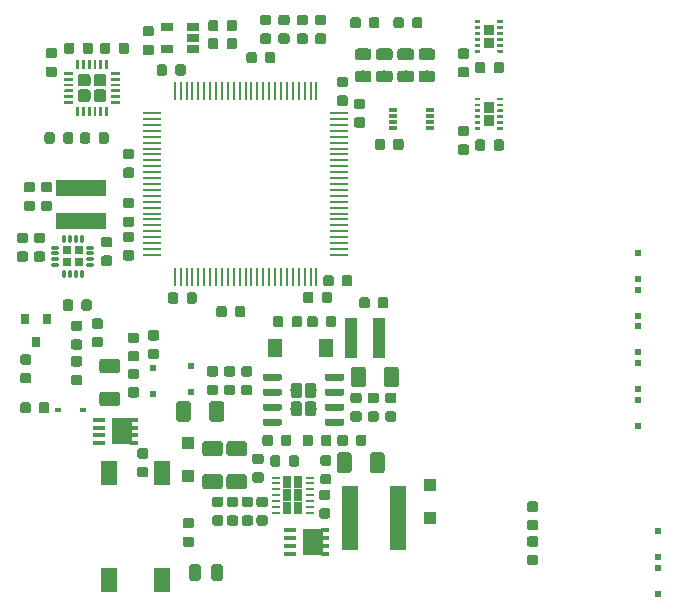
<source format=gtp>
G04 #@! TF.GenerationSoftware,KiCad,Pcbnew,5.1.2-f72e74a~84~ubuntu16.04.1*
G04 #@! TF.CreationDate,2019-05-13T00:21:41+02:00*
G04 #@! TF.ProjectId,Hedgehog,48656467-6568-46f6-972e-6b696361645f,1.0*
G04 #@! TF.SameCoordinates,PX7270e00PY47868c0*
G04 #@! TF.FileFunction,Paste,Top*
G04 #@! TF.FilePolarity,Positive*
%FSLAX46Y46*%
G04 Gerber Fmt 4.6, Leading zero omitted, Abs format (unit mm)*
G04 Created by KiCad (PCBNEW 5.1.2-f72e74a~84~ubuntu16.04.1) date 2019-05-13 00:21:41*
%MOMM*%
%LPD*%
G04 APERTURE LIST*
%ADD10C,0.100000*%
%ADD11C,0.875000*%
%ADD12R,0.500000X0.500000*%
%ADD13R,1.300000X1.600000*%
%ADD14C,0.900000*%
%ADD15C,0.230000*%
%ADD16C,0.970000*%
%ADD17C,0.600000*%
%ADD18R,0.730000X0.730000*%
%ADD19O,0.300000X0.750000*%
%ADD20O,0.750000X0.300000*%
%ADD21R,4.200000X1.400000*%
%ADD22R,0.660000X0.260000*%
%ADD23R,0.750000X1.000000*%
%ADD24R,0.760000X0.405000*%
%ADD25R,1.725000X2.245000*%
%ADD26R,0.990000X0.405000*%
%ADD27C,1.250000*%
%ADD28R,1.400000X2.100000*%
%ADD29R,1.430000X5.500000*%
%ADD30R,0.980000X3.400000*%
%ADD31R,0.800000X0.900000*%
%ADD32R,1.100000X1.100000*%
%ADD33R,0.600000X0.450000*%
%ADD34C,0.250000*%
%ADD35C,1.050000*%
%ADD36R,1.060000X0.650000*%
%ADD37R,0.800000X0.300000*%
%ADD38C,0.975000*%
%ADD39R,0.280000X1.500000*%
%ADD40R,1.500000X0.280000*%
G04 APERTURE END LIST*
D10*
G04 #@! TO.C,R26*
G36*
X23102691Y-31726053D02*
G01*
X23123926Y-31729203D01*
X23144750Y-31734419D01*
X23164962Y-31741651D01*
X23184368Y-31750830D01*
X23202781Y-31761866D01*
X23220024Y-31774654D01*
X23235930Y-31789070D01*
X23250346Y-31804976D01*
X23263134Y-31822219D01*
X23274170Y-31840632D01*
X23283349Y-31860038D01*
X23290581Y-31880250D01*
X23295797Y-31901074D01*
X23298947Y-31922309D01*
X23300000Y-31943750D01*
X23300000Y-32456250D01*
X23298947Y-32477691D01*
X23295797Y-32498926D01*
X23290581Y-32519750D01*
X23283349Y-32539962D01*
X23274170Y-32559368D01*
X23263134Y-32577781D01*
X23250346Y-32595024D01*
X23235930Y-32610930D01*
X23220024Y-32625346D01*
X23202781Y-32638134D01*
X23184368Y-32649170D01*
X23164962Y-32658349D01*
X23144750Y-32665581D01*
X23123926Y-32670797D01*
X23102691Y-32673947D01*
X23081250Y-32675000D01*
X22643750Y-32675000D01*
X22622309Y-32673947D01*
X22601074Y-32670797D01*
X22580250Y-32665581D01*
X22560038Y-32658349D01*
X22540632Y-32649170D01*
X22522219Y-32638134D01*
X22504976Y-32625346D01*
X22489070Y-32610930D01*
X22474654Y-32595024D01*
X22461866Y-32577781D01*
X22450830Y-32559368D01*
X22441651Y-32539962D01*
X22434419Y-32519750D01*
X22429203Y-32498926D01*
X22426053Y-32477691D01*
X22425000Y-32456250D01*
X22425000Y-31943750D01*
X22426053Y-31922309D01*
X22429203Y-31901074D01*
X22434419Y-31880250D01*
X22441651Y-31860038D01*
X22450830Y-31840632D01*
X22461866Y-31822219D01*
X22474654Y-31804976D01*
X22489070Y-31789070D01*
X22504976Y-31774654D01*
X22522219Y-31761866D01*
X22540632Y-31750830D01*
X22560038Y-31741651D01*
X22580250Y-31734419D01*
X22601074Y-31729203D01*
X22622309Y-31726053D01*
X22643750Y-31725000D01*
X23081250Y-31725000D01*
X23102691Y-31726053D01*
X23102691Y-31726053D01*
G37*
D11*
X22862500Y-32200000D03*
D10*
G36*
X24677691Y-31726053D02*
G01*
X24698926Y-31729203D01*
X24719750Y-31734419D01*
X24739962Y-31741651D01*
X24759368Y-31750830D01*
X24777781Y-31761866D01*
X24795024Y-31774654D01*
X24810930Y-31789070D01*
X24825346Y-31804976D01*
X24838134Y-31822219D01*
X24849170Y-31840632D01*
X24858349Y-31860038D01*
X24865581Y-31880250D01*
X24870797Y-31901074D01*
X24873947Y-31922309D01*
X24875000Y-31943750D01*
X24875000Y-32456250D01*
X24873947Y-32477691D01*
X24870797Y-32498926D01*
X24865581Y-32519750D01*
X24858349Y-32539962D01*
X24849170Y-32559368D01*
X24838134Y-32577781D01*
X24825346Y-32595024D01*
X24810930Y-32610930D01*
X24795024Y-32625346D01*
X24777781Y-32638134D01*
X24759368Y-32649170D01*
X24739962Y-32658349D01*
X24719750Y-32665581D01*
X24698926Y-32670797D01*
X24677691Y-32673947D01*
X24656250Y-32675000D01*
X24218750Y-32675000D01*
X24197309Y-32673947D01*
X24176074Y-32670797D01*
X24155250Y-32665581D01*
X24135038Y-32658349D01*
X24115632Y-32649170D01*
X24097219Y-32638134D01*
X24079976Y-32625346D01*
X24064070Y-32610930D01*
X24049654Y-32595024D01*
X24036866Y-32577781D01*
X24025830Y-32559368D01*
X24016651Y-32539962D01*
X24009419Y-32519750D01*
X24004203Y-32498926D01*
X24001053Y-32477691D01*
X24000000Y-32456250D01*
X24000000Y-31943750D01*
X24001053Y-31922309D01*
X24004203Y-31901074D01*
X24009419Y-31880250D01*
X24016651Y-31860038D01*
X24025830Y-31840632D01*
X24036866Y-31822219D01*
X24049654Y-31804976D01*
X24064070Y-31789070D01*
X24079976Y-31774654D01*
X24097219Y-31761866D01*
X24115632Y-31750830D01*
X24135038Y-31741651D01*
X24155250Y-31734419D01*
X24176074Y-31729203D01*
X24197309Y-31726053D01*
X24218750Y-31725000D01*
X24656250Y-31725000D01*
X24677691Y-31726053D01*
X24677691Y-31726053D01*
G37*
D11*
X24437500Y-32200000D03*
G04 #@! TD*
D12*
G04 #@! TO.C,D4*
X15450000Y-35950000D03*
X15450000Y-38150000D03*
G04 #@! TD*
D10*
G04 #@! TO.C,R21*
G36*
X30402691Y-30126053D02*
G01*
X30423926Y-30129203D01*
X30444750Y-30134419D01*
X30464962Y-30141651D01*
X30484368Y-30150830D01*
X30502781Y-30161866D01*
X30520024Y-30174654D01*
X30535930Y-30189070D01*
X30550346Y-30204976D01*
X30563134Y-30222219D01*
X30574170Y-30240632D01*
X30583349Y-30260038D01*
X30590581Y-30280250D01*
X30595797Y-30301074D01*
X30598947Y-30322309D01*
X30600000Y-30343750D01*
X30600000Y-30856250D01*
X30598947Y-30877691D01*
X30595797Y-30898926D01*
X30590581Y-30919750D01*
X30583349Y-30939962D01*
X30574170Y-30959368D01*
X30563134Y-30977781D01*
X30550346Y-30995024D01*
X30535930Y-31010930D01*
X30520024Y-31025346D01*
X30502781Y-31038134D01*
X30484368Y-31049170D01*
X30464962Y-31058349D01*
X30444750Y-31065581D01*
X30423926Y-31070797D01*
X30402691Y-31073947D01*
X30381250Y-31075000D01*
X29943750Y-31075000D01*
X29922309Y-31073947D01*
X29901074Y-31070797D01*
X29880250Y-31065581D01*
X29860038Y-31058349D01*
X29840632Y-31049170D01*
X29822219Y-31038134D01*
X29804976Y-31025346D01*
X29789070Y-31010930D01*
X29774654Y-30995024D01*
X29761866Y-30977781D01*
X29750830Y-30959368D01*
X29741651Y-30939962D01*
X29734419Y-30919750D01*
X29729203Y-30898926D01*
X29726053Y-30877691D01*
X29725000Y-30856250D01*
X29725000Y-30343750D01*
X29726053Y-30322309D01*
X29729203Y-30301074D01*
X29734419Y-30280250D01*
X29741651Y-30260038D01*
X29750830Y-30240632D01*
X29761866Y-30222219D01*
X29774654Y-30204976D01*
X29789070Y-30189070D01*
X29804976Y-30174654D01*
X29822219Y-30161866D01*
X29840632Y-30150830D01*
X29860038Y-30141651D01*
X29880250Y-30134419D01*
X29901074Y-30129203D01*
X29922309Y-30126053D01*
X29943750Y-30125000D01*
X30381250Y-30125000D01*
X30402691Y-30126053D01*
X30402691Y-30126053D01*
G37*
D11*
X30162500Y-30600000D03*
D10*
G36*
X31977691Y-30126053D02*
G01*
X31998926Y-30129203D01*
X32019750Y-30134419D01*
X32039962Y-30141651D01*
X32059368Y-30150830D01*
X32077781Y-30161866D01*
X32095024Y-30174654D01*
X32110930Y-30189070D01*
X32125346Y-30204976D01*
X32138134Y-30222219D01*
X32149170Y-30240632D01*
X32158349Y-30260038D01*
X32165581Y-30280250D01*
X32170797Y-30301074D01*
X32173947Y-30322309D01*
X32175000Y-30343750D01*
X32175000Y-30856250D01*
X32173947Y-30877691D01*
X32170797Y-30898926D01*
X32165581Y-30919750D01*
X32158349Y-30939962D01*
X32149170Y-30959368D01*
X32138134Y-30977781D01*
X32125346Y-30995024D01*
X32110930Y-31010930D01*
X32095024Y-31025346D01*
X32077781Y-31038134D01*
X32059368Y-31049170D01*
X32039962Y-31058349D01*
X32019750Y-31065581D01*
X31998926Y-31070797D01*
X31977691Y-31073947D01*
X31956250Y-31075000D01*
X31518750Y-31075000D01*
X31497309Y-31073947D01*
X31476074Y-31070797D01*
X31455250Y-31065581D01*
X31435038Y-31058349D01*
X31415632Y-31049170D01*
X31397219Y-31038134D01*
X31379976Y-31025346D01*
X31364070Y-31010930D01*
X31349654Y-30995024D01*
X31336866Y-30977781D01*
X31325830Y-30959368D01*
X31316651Y-30939962D01*
X31309419Y-30919750D01*
X31304203Y-30898926D01*
X31301053Y-30877691D01*
X31300000Y-30856250D01*
X31300000Y-30343750D01*
X31301053Y-30322309D01*
X31304203Y-30301074D01*
X31309419Y-30280250D01*
X31316651Y-30260038D01*
X31325830Y-30240632D01*
X31336866Y-30222219D01*
X31349654Y-30204976D01*
X31364070Y-30189070D01*
X31379976Y-30174654D01*
X31397219Y-30161866D01*
X31415632Y-30150830D01*
X31435038Y-30141651D01*
X31455250Y-30134419D01*
X31476074Y-30129203D01*
X31497309Y-30126053D01*
X31518750Y-30125000D01*
X31956250Y-30125000D01*
X31977691Y-30126053D01*
X31977691Y-30126053D01*
G37*
D11*
X31737500Y-30600000D03*
G04 #@! TD*
D13*
G04 #@! TO.C,D20*
X22550000Y-34450000D03*
X26950000Y-34450000D03*
G04 #@! TD*
D10*
G04 #@! TO.C,U45*
G36*
X41101293Y-7050260D02*
G01*
X41106535Y-7051038D01*
X41111675Y-7052325D01*
X41116665Y-7054111D01*
X41121455Y-7056376D01*
X41126001Y-7059101D01*
X41130257Y-7062257D01*
X41134184Y-7065816D01*
X41137743Y-7069743D01*
X41140899Y-7073999D01*
X41143624Y-7078545D01*
X41145889Y-7083335D01*
X41147675Y-7088325D01*
X41148962Y-7093465D01*
X41149740Y-7098707D01*
X41150000Y-7104000D01*
X41150000Y-7896000D01*
X41149740Y-7901293D01*
X41148962Y-7906535D01*
X41147675Y-7911675D01*
X41145889Y-7916665D01*
X41143624Y-7921455D01*
X41140899Y-7926001D01*
X41137743Y-7930257D01*
X41134184Y-7934184D01*
X41130257Y-7937743D01*
X41126001Y-7940899D01*
X41121455Y-7943624D01*
X41116665Y-7945889D01*
X41111675Y-7947675D01*
X41106535Y-7948962D01*
X41101293Y-7949740D01*
X41096000Y-7950000D01*
X40304000Y-7950000D01*
X40298707Y-7949740D01*
X40293465Y-7948962D01*
X40288325Y-7947675D01*
X40283335Y-7945889D01*
X40278545Y-7943624D01*
X40273999Y-7940899D01*
X40269743Y-7937743D01*
X40265816Y-7934184D01*
X40262257Y-7930257D01*
X40259101Y-7926001D01*
X40256376Y-7921455D01*
X40254111Y-7916665D01*
X40252325Y-7911675D01*
X40251038Y-7906535D01*
X40250260Y-7901293D01*
X40250000Y-7896000D01*
X40250000Y-7104000D01*
X40250260Y-7098707D01*
X40251038Y-7093465D01*
X40252325Y-7088325D01*
X40254111Y-7083335D01*
X40256376Y-7078545D01*
X40259101Y-7073999D01*
X40262257Y-7069743D01*
X40265816Y-7065816D01*
X40269743Y-7062257D01*
X40273999Y-7059101D01*
X40278545Y-7056376D01*
X40283335Y-7054111D01*
X40288325Y-7052325D01*
X40293465Y-7051038D01*
X40298707Y-7050260D01*
X40304000Y-7050000D01*
X41096000Y-7050000D01*
X41101293Y-7050260D01*
X41101293Y-7050260D01*
G37*
D14*
X40700000Y-7500000D03*
D10*
G36*
X41101293Y-8150260D02*
G01*
X41106535Y-8151038D01*
X41111675Y-8152325D01*
X41116665Y-8154111D01*
X41121455Y-8156376D01*
X41126001Y-8159101D01*
X41130257Y-8162257D01*
X41134184Y-8165816D01*
X41137743Y-8169743D01*
X41140899Y-8173999D01*
X41143624Y-8178545D01*
X41145889Y-8183335D01*
X41147675Y-8188325D01*
X41148962Y-8193465D01*
X41149740Y-8198707D01*
X41150000Y-8204000D01*
X41150000Y-8996000D01*
X41149740Y-9001293D01*
X41148962Y-9006535D01*
X41147675Y-9011675D01*
X41145889Y-9016665D01*
X41143624Y-9021455D01*
X41140899Y-9026001D01*
X41137743Y-9030257D01*
X41134184Y-9034184D01*
X41130257Y-9037743D01*
X41126001Y-9040899D01*
X41121455Y-9043624D01*
X41116665Y-9045889D01*
X41111675Y-9047675D01*
X41106535Y-9048962D01*
X41101293Y-9049740D01*
X41096000Y-9050000D01*
X40304000Y-9050000D01*
X40298707Y-9049740D01*
X40293465Y-9048962D01*
X40288325Y-9047675D01*
X40283335Y-9045889D01*
X40278545Y-9043624D01*
X40273999Y-9040899D01*
X40269743Y-9037743D01*
X40265816Y-9034184D01*
X40262257Y-9030257D01*
X40259101Y-9026001D01*
X40256376Y-9021455D01*
X40254111Y-9016665D01*
X40252325Y-9011675D01*
X40251038Y-9006535D01*
X40250260Y-9001293D01*
X40250000Y-8996000D01*
X40250000Y-8204000D01*
X40250260Y-8198707D01*
X40251038Y-8193465D01*
X40252325Y-8188325D01*
X40254111Y-8183335D01*
X40256376Y-8178545D01*
X40259101Y-8173999D01*
X40262257Y-8169743D01*
X40265816Y-8165816D01*
X40269743Y-8162257D01*
X40273999Y-8159101D01*
X40278545Y-8156376D01*
X40283335Y-8154111D01*
X40288325Y-8152325D01*
X40293465Y-8151038D01*
X40298707Y-8150260D01*
X40304000Y-8150000D01*
X41096000Y-8150000D01*
X41101293Y-8150260D01*
X41101293Y-8150260D01*
G37*
D14*
X40700000Y-8600000D03*
D10*
G36*
X39948509Y-9185222D02*
G01*
X39952974Y-9185884D01*
X39957353Y-9186981D01*
X39961603Y-9188502D01*
X39965684Y-9190432D01*
X39969556Y-9192752D01*
X39973182Y-9195442D01*
X39976527Y-9198473D01*
X39979558Y-9201818D01*
X39982248Y-9205444D01*
X39984568Y-9209316D01*
X39986498Y-9213397D01*
X39988019Y-9217647D01*
X39989116Y-9222026D01*
X39989778Y-9226491D01*
X39990000Y-9231000D01*
X39990000Y-9369000D01*
X39989778Y-9373509D01*
X39989116Y-9377974D01*
X39988019Y-9382353D01*
X39986498Y-9386603D01*
X39984568Y-9390684D01*
X39982248Y-9394556D01*
X39979558Y-9398182D01*
X39976527Y-9401527D01*
X39973182Y-9404558D01*
X39969556Y-9407248D01*
X39965684Y-9409568D01*
X39961603Y-9411498D01*
X39957353Y-9413019D01*
X39952974Y-9414116D01*
X39948509Y-9414778D01*
X39944000Y-9415000D01*
X39556000Y-9415000D01*
X39551491Y-9414778D01*
X39547026Y-9414116D01*
X39542647Y-9413019D01*
X39538397Y-9411498D01*
X39534316Y-9409568D01*
X39530444Y-9407248D01*
X39526818Y-9404558D01*
X39523473Y-9401527D01*
X39520442Y-9398182D01*
X39517752Y-9394556D01*
X39515432Y-9390684D01*
X39513502Y-9386603D01*
X39511981Y-9382353D01*
X39510884Y-9377974D01*
X39510222Y-9373509D01*
X39510000Y-9369000D01*
X39510000Y-9231000D01*
X39510222Y-9226491D01*
X39510884Y-9222026D01*
X39511981Y-9217647D01*
X39513502Y-9213397D01*
X39515432Y-9209316D01*
X39517752Y-9205444D01*
X39520442Y-9201818D01*
X39523473Y-9198473D01*
X39526818Y-9195442D01*
X39530444Y-9192752D01*
X39534316Y-9190432D01*
X39538397Y-9188502D01*
X39542647Y-9186981D01*
X39547026Y-9185884D01*
X39551491Y-9185222D01*
X39556000Y-9185000D01*
X39944000Y-9185000D01*
X39948509Y-9185222D01*
X39948509Y-9185222D01*
G37*
D15*
X39750000Y-9300000D03*
D10*
G36*
X39948509Y-8685222D02*
G01*
X39952974Y-8685884D01*
X39957353Y-8686981D01*
X39961603Y-8688502D01*
X39965684Y-8690432D01*
X39969556Y-8692752D01*
X39973182Y-8695442D01*
X39976527Y-8698473D01*
X39979558Y-8701818D01*
X39982248Y-8705444D01*
X39984568Y-8709316D01*
X39986498Y-8713397D01*
X39988019Y-8717647D01*
X39989116Y-8722026D01*
X39989778Y-8726491D01*
X39990000Y-8731000D01*
X39990000Y-8869000D01*
X39989778Y-8873509D01*
X39989116Y-8877974D01*
X39988019Y-8882353D01*
X39986498Y-8886603D01*
X39984568Y-8890684D01*
X39982248Y-8894556D01*
X39979558Y-8898182D01*
X39976527Y-8901527D01*
X39973182Y-8904558D01*
X39969556Y-8907248D01*
X39965684Y-8909568D01*
X39961603Y-8911498D01*
X39957353Y-8913019D01*
X39952974Y-8914116D01*
X39948509Y-8914778D01*
X39944000Y-8915000D01*
X39556000Y-8915000D01*
X39551491Y-8914778D01*
X39547026Y-8914116D01*
X39542647Y-8913019D01*
X39538397Y-8911498D01*
X39534316Y-8909568D01*
X39530444Y-8907248D01*
X39526818Y-8904558D01*
X39523473Y-8901527D01*
X39520442Y-8898182D01*
X39517752Y-8894556D01*
X39515432Y-8890684D01*
X39513502Y-8886603D01*
X39511981Y-8882353D01*
X39510884Y-8877974D01*
X39510222Y-8873509D01*
X39510000Y-8869000D01*
X39510000Y-8731000D01*
X39510222Y-8726491D01*
X39510884Y-8722026D01*
X39511981Y-8717647D01*
X39513502Y-8713397D01*
X39515432Y-8709316D01*
X39517752Y-8705444D01*
X39520442Y-8701818D01*
X39523473Y-8698473D01*
X39526818Y-8695442D01*
X39530444Y-8692752D01*
X39534316Y-8690432D01*
X39538397Y-8688502D01*
X39542647Y-8686981D01*
X39547026Y-8685884D01*
X39551491Y-8685222D01*
X39556000Y-8685000D01*
X39944000Y-8685000D01*
X39948509Y-8685222D01*
X39948509Y-8685222D01*
G37*
D15*
X39750000Y-8800000D03*
D10*
G36*
X39948509Y-8185222D02*
G01*
X39952974Y-8185884D01*
X39957353Y-8186981D01*
X39961603Y-8188502D01*
X39965684Y-8190432D01*
X39969556Y-8192752D01*
X39973182Y-8195442D01*
X39976527Y-8198473D01*
X39979558Y-8201818D01*
X39982248Y-8205444D01*
X39984568Y-8209316D01*
X39986498Y-8213397D01*
X39988019Y-8217647D01*
X39989116Y-8222026D01*
X39989778Y-8226491D01*
X39990000Y-8231000D01*
X39990000Y-8369000D01*
X39989778Y-8373509D01*
X39989116Y-8377974D01*
X39988019Y-8382353D01*
X39986498Y-8386603D01*
X39984568Y-8390684D01*
X39982248Y-8394556D01*
X39979558Y-8398182D01*
X39976527Y-8401527D01*
X39973182Y-8404558D01*
X39969556Y-8407248D01*
X39965684Y-8409568D01*
X39961603Y-8411498D01*
X39957353Y-8413019D01*
X39952974Y-8414116D01*
X39948509Y-8414778D01*
X39944000Y-8415000D01*
X39556000Y-8415000D01*
X39551491Y-8414778D01*
X39547026Y-8414116D01*
X39542647Y-8413019D01*
X39538397Y-8411498D01*
X39534316Y-8409568D01*
X39530444Y-8407248D01*
X39526818Y-8404558D01*
X39523473Y-8401527D01*
X39520442Y-8398182D01*
X39517752Y-8394556D01*
X39515432Y-8390684D01*
X39513502Y-8386603D01*
X39511981Y-8382353D01*
X39510884Y-8377974D01*
X39510222Y-8373509D01*
X39510000Y-8369000D01*
X39510000Y-8231000D01*
X39510222Y-8226491D01*
X39510884Y-8222026D01*
X39511981Y-8217647D01*
X39513502Y-8213397D01*
X39515432Y-8209316D01*
X39517752Y-8205444D01*
X39520442Y-8201818D01*
X39523473Y-8198473D01*
X39526818Y-8195442D01*
X39530444Y-8192752D01*
X39534316Y-8190432D01*
X39538397Y-8188502D01*
X39542647Y-8186981D01*
X39547026Y-8185884D01*
X39551491Y-8185222D01*
X39556000Y-8185000D01*
X39944000Y-8185000D01*
X39948509Y-8185222D01*
X39948509Y-8185222D01*
G37*
D15*
X39750000Y-8300000D03*
D10*
G36*
X39948509Y-7685222D02*
G01*
X39952974Y-7685884D01*
X39957353Y-7686981D01*
X39961603Y-7688502D01*
X39965684Y-7690432D01*
X39969556Y-7692752D01*
X39973182Y-7695442D01*
X39976527Y-7698473D01*
X39979558Y-7701818D01*
X39982248Y-7705444D01*
X39984568Y-7709316D01*
X39986498Y-7713397D01*
X39988019Y-7717647D01*
X39989116Y-7722026D01*
X39989778Y-7726491D01*
X39990000Y-7731000D01*
X39990000Y-7869000D01*
X39989778Y-7873509D01*
X39989116Y-7877974D01*
X39988019Y-7882353D01*
X39986498Y-7886603D01*
X39984568Y-7890684D01*
X39982248Y-7894556D01*
X39979558Y-7898182D01*
X39976527Y-7901527D01*
X39973182Y-7904558D01*
X39969556Y-7907248D01*
X39965684Y-7909568D01*
X39961603Y-7911498D01*
X39957353Y-7913019D01*
X39952974Y-7914116D01*
X39948509Y-7914778D01*
X39944000Y-7915000D01*
X39556000Y-7915000D01*
X39551491Y-7914778D01*
X39547026Y-7914116D01*
X39542647Y-7913019D01*
X39538397Y-7911498D01*
X39534316Y-7909568D01*
X39530444Y-7907248D01*
X39526818Y-7904558D01*
X39523473Y-7901527D01*
X39520442Y-7898182D01*
X39517752Y-7894556D01*
X39515432Y-7890684D01*
X39513502Y-7886603D01*
X39511981Y-7882353D01*
X39510884Y-7877974D01*
X39510222Y-7873509D01*
X39510000Y-7869000D01*
X39510000Y-7731000D01*
X39510222Y-7726491D01*
X39510884Y-7722026D01*
X39511981Y-7717647D01*
X39513502Y-7713397D01*
X39515432Y-7709316D01*
X39517752Y-7705444D01*
X39520442Y-7701818D01*
X39523473Y-7698473D01*
X39526818Y-7695442D01*
X39530444Y-7692752D01*
X39534316Y-7690432D01*
X39538397Y-7688502D01*
X39542647Y-7686981D01*
X39547026Y-7685884D01*
X39551491Y-7685222D01*
X39556000Y-7685000D01*
X39944000Y-7685000D01*
X39948509Y-7685222D01*
X39948509Y-7685222D01*
G37*
D15*
X39750000Y-7800000D03*
D10*
G36*
X39948509Y-7185222D02*
G01*
X39952974Y-7185884D01*
X39957353Y-7186981D01*
X39961603Y-7188502D01*
X39965684Y-7190432D01*
X39969556Y-7192752D01*
X39973182Y-7195442D01*
X39976527Y-7198473D01*
X39979558Y-7201818D01*
X39982248Y-7205444D01*
X39984568Y-7209316D01*
X39986498Y-7213397D01*
X39988019Y-7217647D01*
X39989116Y-7222026D01*
X39989778Y-7226491D01*
X39990000Y-7231000D01*
X39990000Y-7369000D01*
X39989778Y-7373509D01*
X39989116Y-7377974D01*
X39988019Y-7382353D01*
X39986498Y-7386603D01*
X39984568Y-7390684D01*
X39982248Y-7394556D01*
X39979558Y-7398182D01*
X39976527Y-7401527D01*
X39973182Y-7404558D01*
X39969556Y-7407248D01*
X39965684Y-7409568D01*
X39961603Y-7411498D01*
X39957353Y-7413019D01*
X39952974Y-7414116D01*
X39948509Y-7414778D01*
X39944000Y-7415000D01*
X39556000Y-7415000D01*
X39551491Y-7414778D01*
X39547026Y-7414116D01*
X39542647Y-7413019D01*
X39538397Y-7411498D01*
X39534316Y-7409568D01*
X39530444Y-7407248D01*
X39526818Y-7404558D01*
X39523473Y-7401527D01*
X39520442Y-7398182D01*
X39517752Y-7394556D01*
X39515432Y-7390684D01*
X39513502Y-7386603D01*
X39511981Y-7382353D01*
X39510884Y-7377974D01*
X39510222Y-7373509D01*
X39510000Y-7369000D01*
X39510000Y-7231000D01*
X39510222Y-7226491D01*
X39510884Y-7222026D01*
X39511981Y-7217647D01*
X39513502Y-7213397D01*
X39515432Y-7209316D01*
X39517752Y-7205444D01*
X39520442Y-7201818D01*
X39523473Y-7198473D01*
X39526818Y-7195442D01*
X39530444Y-7192752D01*
X39534316Y-7190432D01*
X39538397Y-7188502D01*
X39542647Y-7186981D01*
X39547026Y-7185884D01*
X39551491Y-7185222D01*
X39556000Y-7185000D01*
X39944000Y-7185000D01*
X39948509Y-7185222D01*
X39948509Y-7185222D01*
G37*
D15*
X39750000Y-7300000D03*
D10*
G36*
X39948509Y-6685222D02*
G01*
X39952974Y-6685884D01*
X39957353Y-6686981D01*
X39961603Y-6688502D01*
X39965684Y-6690432D01*
X39969556Y-6692752D01*
X39973182Y-6695442D01*
X39976527Y-6698473D01*
X39979558Y-6701818D01*
X39982248Y-6705444D01*
X39984568Y-6709316D01*
X39986498Y-6713397D01*
X39988019Y-6717647D01*
X39989116Y-6722026D01*
X39989778Y-6726491D01*
X39990000Y-6731000D01*
X39990000Y-6869000D01*
X39989778Y-6873509D01*
X39989116Y-6877974D01*
X39988019Y-6882353D01*
X39986498Y-6886603D01*
X39984568Y-6890684D01*
X39982248Y-6894556D01*
X39979558Y-6898182D01*
X39976527Y-6901527D01*
X39973182Y-6904558D01*
X39969556Y-6907248D01*
X39965684Y-6909568D01*
X39961603Y-6911498D01*
X39957353Y-6913019D01*
X39952974Y-6914116D01*
X39948509Y-6914778D01*
X39944000Y-6915000D01*
X39556000Y-6915000D01*
X39551491Y-6914778D01*
X39547026Y-6914116D01*
X39542647Y-6913019D01*
X39538397Y-6911498D01*
X39534316Y-6909568D01*
X39530444Y-6907248D01*
X39526818Y-6904558D01*
X39523473Y-6901527D01*
X39520442Y-6898182D01*
X39517752Y-6894556D01*
X39515432Y-6890684D01*
X39513502Y-6886603D01*
X39511981Y-6882353D01*
X39510884Y-6877974D01*
X39510222Y-6873509D01*
X39510000Y-6869000D01*
X39510000Y-6731000D01*
X39510222Y-6726491D01*
X39510884Y-6722026D01*
X39511981Y-6717647D01*
X39513502Y-6713397D01*
X39515432Y-6709316D01*
X39517752Y-6705444D01*
X39520442Y-6701818D01*
X39523473Y-6698473D01*
X39526818Y-6695442D01*
X39530444Y-6692752D01*
X39534316Y-6690432D01*
X39538397Y-6688502D01*
X39542647Y-6686981D01*
X39547026Y-6685884D01*
X39551491Y-6685222D01*
X39556000Y-6685000D01*
X39944000Y-6685000D01*
X39948509Y-6685222D01*
X39948509Y-6685222D01*
G37*
D15*
X39750000Y-6800000D03*
D10*
G36*
X41848509Y-6685222D02*
G01*
X41852974Y-6685884D01*
X41857353Y-6686981D01*
X41861603Y-6688502D01*
X41865684Y-6690432D01*
X41869556Y-6692752D01*
X41873182Y-6695442D01*
X41876527Y-6698473D01*
X41879558Y-6701818D01*
X41882248Y-6705444D01*
X41884568Y-6709316D01*
X41886498Y-6713397D01*
X41888019Y-6717647D01*
X41889116Y-6722026D01*
X41889778Y-6726491D01*
X41890000Y-6731000D01*
X41890000Y-6869000D01*
X41889778Y-6873509D01*
X41889116Y-6877974D01*
X41888019Y-6882353D01*
X41886498Y-6886603D01*
X41884568Y-6890684D01*
X41882248Y-6894556D01*
X41879558Y-6898182D01*
X41876527Y-6901527D01*
X41873182Y-6904558D01*
X41869556Y-6907248D01*
X41865684Y-6909568D01*
X41861603Y-6911498D01*
X41857353Y-6913019D01*
X41852974Y-6914116D01*
X41848509Y-6914778D01*
X41844000Y-6915000D01*
X41456000Y-6915000D01*
X41451491Y-6914778D01*
X41447026Y-6914116D01*
X41442647Y-6913019D01*
X41438397Y-6911498D01*
X41434316Y-6909568D01*
X41430444Y-6907248D01*
X41426818Y-6904558D01*
X41423473Y-6901527D01*
X41420442Y-6898182D01*
X41417752Y-6894556D01*
X41415432Y-6890684D01*
X41413502Y-6886603D01*
X41411981Y-6882353D01*
X41410884Y-6877974D01*
X41410222Y-6873509D01*
X41410000Y-6869000D01*
X41410000Y-6731000D01*
X41410222Y-6726491D01*
X41410884Y-6722026D01*
X41411981Y-6717647D01*
X41413502Y-6713397D01*
X41415432Y-6709316D01*
X41417752Y-6705444D01*
X41420442Y-6701818D01*
X41423473Y-6698473D01*
X41426818Y-6695442D01*
X41430444Y-6692752D01*
X41434316Y-6690432D01*
X41438397Y-6688502D01*
X41442647Y-6686981D01*
X41447026Y-6685884D01*
X41451491Y-6685222D01*
X41456000Y-6685000D01*
X41844000Y-6685000D01*
X41848509Y-6685222D01*
X41848509Y-6685222D01*
G37*
D15*
X41650000Y-6800000D03*
D10*
G36*
X41848509Y-7185222D02*
G01*
X41852974Y-7185884D01*
X41857353Y-7186981D01*
X41861603Y-7188502D01*
X41865684Y-7190432D01*
X41869556Y-7192752D01*
X41873182Y-7195442D01*
X41876527Y-7198473D01*
X41879558Y-7201818D01*
X41882248Y-7205444D01*
X41884568Y-7209316D01*
X41886498Y-7213397D01*
X41888019Y-7217647D01*
X41889116Y-7222026D01*
X41889778Y-7226491D01*
X41890000Y-7231000D01*
X41890000Y-7369000D01*
X41889778Y-7373509D01*
X41889116Y-7377974D01*
X41888019Y-7382353D01*
X41886498Y-7386603D01*
X41884568Y-7390684D01*
X41882248Y-7394556D01*
X41879558Y-7398182D01*
X41876527Y-7401527D01*
X41873182Y-7404558D01*
X41869556Y-7407248D01*
X41865684Y-7409568D01*
X41861603Y-7411498D01*
X41857353Y-7413019D01*
X41852974Y-7414116D01*
X41848509Y-7414778D01*
X41844000Y-7415000D01*
X41456000Y-7415000D01*
X41451491Y-7414778D01*
X41447026Y-7414116D01*
X41442647Y-7413019D01*
X41438397Y-7411498D01*
X41434316Y-7409568D01*
X41430444Y-7407248D01*
X41426818Y-7404558D01*
X41423473Y-7401527D01*
X41420442Y-7398182D01*
X41417752Y-7394556D01*
X41415432Y-7390684D01*
X41413502Y-7386603D01*
X41411981Y-7382353D01*
X41410884Y-7377974D01*
X41410222Y-7373509D01*
X41410000Y-7369000D01*
X41410000Y-7231000D01*
X41410222Y-7226491D01*
X41410884Y-7222026D01*
X41411981Y-7217647D01*
X41413502Y-7213397D01*
X41415432Y-7209316D01*
X41417752Y-7205444D01*
X41420442Y-7201818D01*
X41423473Y-7198473D01*
X41426818Y-7195442D01*
X41430444Y-7192752D01*
X41434316Y-7190432D01*
X41438397Y-7188502D01*
X41442647Y-7186981D01*
X41447026Y-7185884D01*
X41451491Y-7185222D01*
X41456000Y-7185000D01*
X41844000Y-7185000D01*
X41848509Y-7185222D01*
X41848509Y-7185222D01*
G37*
D15*
X41650000Y-7300000D03*
D10*
G36*
X41848509Y-7685222D02*
G01*
X41852974Y-7685884D01*
X41857353Y-7686981D01*
X41861603Y-7688502D01*
X41865684Y-7690432D01*
X41869556Y-7692752D01*
X41873182Y-7695442D01*
X41876527Y-7698473D01*
X41879558Y-7701818D01*
X41882248Y-7705444D01*
X41884568Y-7709316D01*
X41886498Y-7713397D01*
X41888019Y-7717647D01*
X41889116Y-7722026D01*
X41889778Y-7726491D01*
X41890000Y-7731000D01*
X41890000Y-7869000D01*
X41889778Y-7873509D01*
X41889116Y-7877974D01*
X41888019Y-7882353D01*
X41886498Y-7886603D01*
X41884568Y-7890684D01*
X41882248Y-7894556D01*
X41879558Y-7898182D01*
X41876527Y-7901527D01*
X41873182Y-7904558D01*
X41869556Y-7907248D01*
X41865684Y-7909568D01*
X41861603Y-7911498D01*
X41857353Y-7913019D01*
X41852974Y-7914116D01*
X41848509Y-7914778D01*
X41844000Y-7915000D01*
X41456000Y-7915000D01*
X41451491Y-7914778D01*
X41447026Y-7914116D01*
X41442647Y-7913019D01*
X41438397Y-7911498D01*
X41434316Y-7909568D01*
X41430444Y-7907248D01*
X41426818Y-7904558D01*
X41423473Y-7901527D01*
X41420442Y-7898182D01*
X41417752Y-7894556D01*
X41415432Y-7890684D01*
X41413502Y-7886603D01*
X41411981Y-7882353D01*
X41410884Y-7877974D01*
X41410222Y-7873509D01*
X41410000Y-7869000D01*
X41410000Y-7731000D01*
X41410222Y-7726491D01*
X41410884Y-7722026D01*
X41411981Y-7717647D01*
X41413502Y-7713397D01*
X41415432Y-7709316D01*
X41417752Y-7705444D01*
X41420442Y-7701818D01*
X41423473Y-7698473D01*
X41426818Y-7695442D01*
X41430444Y-7692752D01*
X41434316Y-7690432D01*
X41438397Y-7688502D01*
X41442647Y-7686981D01*
X41447026Y-7685884D01*
X41451491Y-7685222D01*
X41456000Y-7685000D01*
X41844000Y-7685000D01*
X41848509Y-7685222D01*
X41848509Y-7685222D01*
G37*
D15*
X41650000Y-7800000D03*
D10*
G36*
X41848509Y-8185222D02*
G01*
X41852974Y-8185884D01*
X41857353Y-8186981D01*
X41861603Y-8188502D01*
X41865684Y-8190432D01*
X41869556Y-8192752D01*
X41873182Y-8195442D01*
X41876527Y-8198473D01*
X41879558Y-8201818D01*
X41882248Y-8205444D01*
X41884568Y-8209316D01*
X41886498Y-8213397D01*
X41888019Y-8217647D01*
X41889116Y-8222026D01*
X41889778Y-8226491D01*
X41890000Y-8231000D01*
X41890000Y-8369000D01*
X41889778Y-8373509D01*
X41889116Y-8377974D01*
X41888019Y-8382353D01*
X41886498Y-8386603D01*
X41884568Y-8390684D01*
X41882248Y-8394556D01*
X41879558Y-8398182D01*
X41876527Y-8401527D01*
X41873182Y-8404558D01*
X41869556Y-8407248D01*
X41865684Y-8409568D01*
X41861603Y-8411498D01*
X41857353Y-8413019D01*
X41852974Y-8414116D01*
X41848509Y-8414778D01*
X41844000Y-8415000D01*
X41456000Y-8415000D01*
X41451491Y-8414778D01*
X41447026Y-8414116D01*
X41442647Y-8413019D01*
X41438397Y-8411498D01*
X41434316Y-8409568D01*
X41430444Y-8407248D01*
X41426818Y-8404558D01*
X41423473Y-8401527D01*
X41420442Y-8398182D01*
X41417752Y-8394556D01*
X41415432Y-8390684D01*
X41413502Y-8386603D01*
X41411981Y-8382353D01*
X41410884Y-8377974D01*
X41410222Y-8373509D01*
X41410000Y-8369000D01*
X41410000Y-8231000D01*
X41410222Y-8226491D01*
X41410884Y-8222026D01*
X41411981Y-8217647D01*
X41413502Y-8213397D01*
X41415432Y-8209316D01*
X41417752Y-8205444D01*
X41420442Y-8201818D01*
X41423473Y-8198473D01*
X41426818Y-8195442D01*
X41430444Y-8192752D01*
X41434316Y-8190432D01*
X41438397Y-8188502D01*
X41442647Y-8186981D01*
X41447026Y-8185884D01*
X41451491Y-8185222D01*
X41456000Y-8185000D01*
X41844000Y-8185000D01*
X41848509Y-8185222D01*
X41848509Y-8185222D01*
G37*
D15*
X41650000Y-8300000D03*
D10*
G36*
X41848509Y-8685222D02*
G01*
X41852974Y-8685884D01*
X41857353Y-8686981D01*
X41861603Y-8688502D01*
X41865684Y-8690432D01*
X41869556Y-8692752D01*
X41873182Y-8695442D01*
X41876527Y-8698473D01*
X41879558Y-8701818D01*
X41882248Y-8705444D01*
X41884568Y-8709316D01*
X41886498Y-8713397D01*
X41888019Y-8717647D01*
X41889116Y-8722026D01*
X41889778Y-8726491D01*
X41890000Y-8731000D01*
X41890000Y-8869000D01*
X41889778Y-8873509D01*
X41889116Y-8877974D01*
X41888019Y-8882353D01*
X41886498Y-8886603D01*
X41884568Y-8890684D01*
X41882248Y-8894556D01*
X41879558Y-8898182D01*
X41876527Y-8901527D01*
X41873182Y-8904558D01*
X41869556Y-8907248D01*
X41865684Y-8909568D01*
X41861603Y-8911498D01*
X41857353Y-8913019D01*
X41852974Y-8914116D01*
X41848509Y-8914778D01*
X41844000Y-8915000D01*
X41456000Y-8915000D01*
X41451491Y-8914778D01*
X41447026Y-8914116D01*
X41442647Y-8913019D01*
X41438397Y-8911498D01*
X41434316Y-8909568D01*
X41430444Y-8907248D01*
X41426818Y-8904558D01*
X41423473Y-8901527D01*
X41420442Y-8898182D01*
X41417752Y-8894556D01*
X41415432Y-8890684D01*
X41413502Y-8886603D01*
X41411981Y-8882353D01*
X41410884Y-8877974D01*
X41410222Y-8873509D01*
X41410000Y-8869000D01*
X41410000Y-8731000D01*
X41410222Y-8726491D01*
X41410884Y-8722026D01*
X41411981Y-8717647D01*
X41413502Y-8713397D01*
X41415432Y-8709316D01*
X41417752Y-8705444D01*
X41420442Y-8701818D01*
X41423473Y-8698473D01*
X41426818Y-8695442D01*
X41430444Y-8692752D01*
X41434316Y-8690432D01*
X41438397Y-8688502D01*
X41442647Y-8686981D01*
X41447026Y-8685884D01*
X41451491Y-8685222D01*
X41456000Y-8685000D01*
X41844000Y-8685000D01*
X41848509Y-8685222D01*
X41848509Y-8685222D01*
G37*
D15*
X41650000Y-8800000D03*
D10*
G36*
X41848509Y-9185222D02*
G01*
X41852974Y-9185884D01*
X41857353Y-9186981D01*
X41861603Y-9188502D01*
X41865684Y-9190432D01*
X41869556Y-9192752D01*
X41873182Y-9195442D01*
X41876527Y-9198473D01*
X41879558Y-9201818D01*
X41882248Y-9205444D01*
X41884568Y-9209316D01*
X41886498Y-9213397D01*
X41888019Y-9217647D01*
X41889116Y-9222026D01*
X41889778Y-9226491D01*
X41890000Y-9231000D01*
X41890000Y-9369000D01*
X41889778Y-9373509D01*
X41889116Y-9377974D01*
X41888019Y-9382353D01*
X41886498Y-9386603D01*
X41884568Y-9390684D01*
X41882248Y-9394556D01*
X41879558Y-9398182D01*
X41876527Y-9401527D01*
X41873182Y-9404558D01*
X41869556Y-9407248D01*
X41865684Y-9409568D01*
X41861603Y-9411498D01*
X41857353Y-9413019D01*
X41852974Y-9414116D01*
X41848509Y-9414778D01*
X41844000Y-9415000D01*
X41456000Y-9415000D01*
X41451491Y-9414778D01*
X41447026Y-9414116D01*
X41442647Y-9413019D01*
X41438397Y-9411498D01*
X41434316Y-9409568D01*
X41430444Y-9407248D01*
X41426818Y-9404558D01*
X41423473Y-9401527D01*
X41420442Y-9398182D01*
X41417752Y-9394556D01*
X41415432Y-9390684D01*
X41413502Y-9386603D01*
X41411981Y-9382353D01*
X41410884Y-9377974D01*
X41410222Y-9373509D01*
X41410000Y-9369000D01*
X41410000Y-9231000D01*
X41410222Y-9226491D01*
X41410884Y-9222026D01*
X41411981Y-9217647D01*
X41413502Y-9213397D01*
X41415432Y-9209316D01*
X41417752Y-9205444D01*
X41420442Y-9201818D01*
X41423473Y-9198473D01*
X41426818Y-9195442D01*
X41430444Y-9192752D01*
X41434316Y-9190432D01*
X41438397Y-9188502D01*
X41442647Y-9186981D01*
X41447026Y-9185884D01*
X41451491Y-9185222D01*
X41456000Y-9185000D01*
X41844000Y-9185000D01*
X41848509Y-9185222D01*
X41848509Y-9185222D01*
G37*
D15*
X41650000Y-9300000D03*
G04 #@! TD*
D10*
G04 #@! TO.C,U44*
G36*
X41101293Y-13600260D02*
G01*
X41106535Y-13601038D01*
X41111675Y-13602325D01*
X41116665Y-13604111D01*
X41121455Y-13606376D01*
X41126001Y-13609101D01*
X41130257Y-13612257D01*
X41134184Y-13615816D01*
X41137743Y-13619743D01*
X41140899Y-13623999D01*
X41143624Y-13628545D01*
X41145889Y-13633335D01*
X41147675Y-13638325D01*
X41148962Y-13643465D01*
X41149740Y-13648707D01*
X41150000Y-13654000D01*
X41150000Y-14446000D01*
X41149740Y-14451293D01*
X41148962Y-14456535D01*
X41147675Y-14461675D01*
X41145889Y-14466665D01*
X41143624Y-14471455D01*
X41140899Y-14476001D01*
X41137743Y-14480257D01*
X41134184Y-14484184D01*
X41130257Y-14487743D01*
X41126001Y-14490899D01*
X41121455Y-14493624D01*
X41116665Y-14495889D01*
X41111675Y-14497675D01*
X41106535Y-14498962D01*
X41101293Y-14499740D01*
X41096000Y-14500000D01*
X40304000Y-14500000D01*
X40298707Y-14499740D01*
X40293465Y-14498962D01*
X40288325Y-14497675D01*
X40283335Y-14495889D01*
X40278545Y-14493624D01*
X40273999Y-14490899D01*
X40269743Y-14487743D01*
X40265816Y-14484184D01*
X40262257Y-14480257D01*
X40259101Y-14476001D01*
X40256376Y-14471455D01*
X40254111Y-14466665D01*
X40252325Y-14461675D01*
X40251038Y-14456535D01*
X40250260Y-14451293D01*
X40250000Y-14446000D01*
X40250000Y-13654000D01*
X40250260Y-13648707D01*
X40251038Y-13643465D01*
X40252325Y-13638325D01*
X40254111Y-13633335D01*
X40256376Y-13628545D01*
X40259101Y-13623999D01*
X40262257Y-13619743D01*
X40265816Y-13615816D01*
X40269743Y-13612257D01*
X40273999Y-13609101D01*
X40278545Y-13606376D01*
X40283335Y-13604111D01*
X40288325Y-13602325D01*
X40293465Y-13601038D01*
X40298707Y-13600260D01*
X40304000Y-13600000D01*
X41096000Y-13600000D01*
X41101293Y-13600260D01*
X41101293Y-13600260D01*
G37*
D14*
X40700000Y-14050000D03*
D10*
G36*
X41101293Y-14700260D02*
G01*
X41106535Y-14701038D01*
X41111675Y-14702325D01*
X41116665Y-14704111D01*
X41121455Y-14706376D01*
X41126001Y-14709101D01*
X41130257Y-14712257D01*
X41134184Y-14715816D01*
X41137743Y-14719743D01*
X41140899Y-14723999D01*
X41143624Y-14728545D01*
X41145889Y-14733335D01*
X41147675Y-14738325D01*
X41148962Y-14743465D01*
X41149740Y-14748707D01*
X41150000Y-14754000D01*
X41150000Y-15546000D01*
X41149740Y-15551293D01*
X41148962Y-15556535D01*
X41147675Y-15561675D01*
X41145889Y-15566665D01*
X41143624Y-15571455D01*
X41140899Y-15576001D01*
X41137743Y-15580257D01*
X41134184Y-15584184D01*
X41130257Y-15587743D01*
X41126001Y-15590899D01*
X41121455Y-15593624D01*
X41116665Y-15595889D01*
X41111675Y-15597675D01*
X41106535Y-15598962D01*
X41101293Y-15599740D01*
X41096000Y-15600000D01*
X40304000Y-15600000D01*
X40298707Y-15599740D01*
X40293465Y-15598962D01*
X40288325Y-15597675D01*
X40283335Y-15595889D01*
X40278545Y-15593624D01*
X40273999Y-15590899D01*
X40269743Y-15587743D01*
X40265816Y-15584184D01*
X40262257Y-15580257D01*
X40259101Y-15576001D01*
X40256376Y-15571455D01*
X40254111Y-15566665D01*
X40252325Y-15561675D01*
X40251038Y-15556535D01*
X40250260Y-15551293D01*
X40250000Y-15546000D01*
X40250000Y-14754000D01*
X40250260Y-14748707D01*
X40251038Y-14743465D01*
X40252325Y-14738325D01*
X40254111Y-14733335D01*
X40256376Y-14728545D01*
X40259101Y-14723999D01*
X40262257Y-14719743D01*
X40265816Y-14715816D01*
X40269743Y-14712257D01*
X40273999Y-14709101D01*
X40278545Y-14706376D01*
X40283335Y-14704111D01*
X40288325Y-14702325D01*
X40293465Y-14701038D01*
X40298707Y-14700260D01*
X40304000Y-14700000D01*
X41096000Y-14700000D01*
X41101293Y-14700260D01*
X41101293Y-14700260D01*
G37*
D14*
X40700000Y-15150000D03*
D10*
G36*
X39948509Y-15735222D02*
G01*
X39952974Y-15735884D01*
X39957353Y-15736981D01*
X39961603Y-15738502D01*
X39965684Y-15740432D01*
X39969556Y-15742752D01*
X39973182Y-15745442D01*
X39976527Y-15748473D01*
X39979558Y-15751818D01*
X39982248Y-15755444D01*
X39984568Y-15759316D01*
X39986498Y-15763397D01*
X39988019Y-15767647D01*
X39989116Y-15772026D01*
X39989778Y-15776491D01*
X39990000Y-15781000D01*
X39990000Y-15919000D01*
X39989778Y-15923509D01*
X39989116Y-15927974D01*
X39988019Y-15932353D01*
X39986498Y-15936603D01*
X39984568Y-15940684D01*
X39982248Y-15944556D01*
X39979558Y-15948182D01*
X39976527Y-15951527D01*
X39973182Y-15954558D01*
X39969556Y-15957248D01*
X39965684Y-15959568D01*
X39961603Y-15961498D01*
X39957353Y-15963019D01*
X39952974Y-15964116D01*
X39948509Y-15964778D01*
X39944000Y-15965000D01*
X39556000Y-15965000D01*
X39551491Y-15964778D01*
X39547026Y-15964116D01*
X39542647Y-15963019D01*
X39538397Y-15961498D01*
X39534316Y-15959568D01*
X39530444Y-15957248D01*
X39526818Y-15954558D01*
X39523473Y-15951527D01*
X39520442Y-15948182D01*
X39517752Y-15944556D01*
X39515432Y-15940684D01*
X39513502Y-15936603D01*
X39511981Y-15932353D01*
X39510884Y-15927974D01*
X39510222Y-15923509D01*
X39510000Y-15919000D01*
X39510000Y-15781000D01*
X39510222Y-15776491D01*
X39510884Y-15772026D01*
X39511981Y-15767647D01*
X39513502Y-15763397D01*
X39515432Y-15759316D01*
X39517752Y-15755444D01*
X39520442Y-15751818D01*
X39523473Y-15748473D01*
X39526818Y-15745442D01*
X39530444Y-15742752D01*
X39534316Y-15740432D01*
X39538397Y-15738502D01*
X39542647Y-15736981D01*
X39547026Y-15735884D01*
X39551491Y-15735222D01*
X39556000Y-15735000D01*
X39944000Y-15735000D01*
X39948509Y-15735222D01*
X39948509Y-15735222D01*
G37*
D15*
X39750000Y-15850000D03*
D10*
G36*
X39948509Y-15235222D02*
G01*
X39952974Y-15235884D01*
X39957353Y-15236981D01*
X39961603Y-15238502D01*
X39965684Y-15240432D01*
X39969556Y-15242752D01*
X39973182Y-15245442D01*
X39976527Y-15248473D01*
X39979558Y-15251818D01*
X39982248Y-15255444D01*
X39984568Y-15259316D01*
X39986498Y-15263397D01*
X39988019Y-15267647D01*
X39989116Y-15272026D01*
X39989778Y-15276491D01*
X39990000Y-15281000D01*
X39990000Y-15419000D01*
X39989778Y-15423509D01*
X39989116Y-15427974D01*
X39988019Y-15432353D01*
X39986498Y-15436603D01*
X39984568Y-15440684D01*
X39982248Y-15444556D01*
X39979558Y-15448182D01*
X39976527Y-15451527D01*
X39973182Y-15454558D01*
X39969556Y-15457248D01*
X39965684Y-15459568D01*
X39961603Y-15461498D01*
X39957353Y-15463019D01*
X39952974Y-15464116D01*
X39948509Y-15464778D01*
X39944000Y-15465000D01*
X39556000Y-15465000D01*
X39551491Y-15464778D01*
X39547026Y-15464116D01*
X39542647Y-15463019D01*
X39538397Y-15461498D01*
X39534316Y-15459568D01*
X39530444Y-15457248D01*
X39526818Y-15454558D01*
X39523473Y-15451527D01*
X39520442Y-15448182D01*
X39517752Y-15444556D01*
X39515432Y-15440684D01*
X39513502Y-15436603D01*
X39511981Y-15432353D01*
X39510884Y-15427974D01*
X39510222Y-15423509D01*
X39510000Y-15419000D01*
X39510000Y-15281000D01*
X39510222Y-15276491D01*
X39510884Y-15272026D01*
X39511981Y-15267647D01*
X39513502Y-15263397D01*
X39515432Y-15259316D01*
X39517752Y-15255444D01*
X39520442Y-15251818D01*
X39523473Y-15248473D01*
X39526818Y-15245442D01*
X39530444Y-15242752D01*
X39534316Y-15240432D01*
X39538397Y-15238502D01*
X39542647Y-15236981D01*
X39547026Y-15235884D01*
X39551491Y-15235222D01*
X39556000Y-15235000D01*
X39944000Y-15235000D01*
X39948509Y-15235222D01*
X39948509Y-15235222D01*
G37*
D15*
X39750000Y-15350000D03*
D10*
G36*
X39948509Y-14735222D02*
G01*
X39952974Y-14735884D01*
X39957353Y-14736981D01*
X39961603Y-14738502D01*
X39965684Y-14740432D01*
X39969556Y-14742752D01*
X39973182Y-14745442D01*
X39976527Y-14748473D01*
X39979558Y-14751818D01*
X39982248Y-14755444D01*
X39984568Y-14759316D01*
X39986498Y-14763397D01*
X39988019Y-14767647D01*
X39989116Y-14772026D01*
X39989778Y-14776491D01*
X39990000Y-14781000D01*
X39990000Y-14919000D01*
X39989778Y-14923509D01*
X39989116Y-14927974D01*
X39988019Y-14932353D01*
X39986498Y-14936603D01*
X39984568Y-14940684D01*
X39982248Y-14944556D01*
X39979558Y-14948182D01*
X39976527Y-14951527D01*
X39973182Y-14954558D01*
X39969556Y-14957248D01*
X39965684Y-14959568D01*
X39961603Y-14961498D01*
X39957353Y-14963019D01*
X39952974Y-14964116D01*
X39948509Y-14964778D01*
X39944000Y-14965000D01*
X39556000Y-14965000D01*
X39551491Y-14964778D01*
X39547026Y-14964116D01*
X39542647Y-14963019D01*
X39538397Y-14961498D01*
X39534316Y-14959568D01*
X39530444Y-14957248D01*
X39526818Y-14954558D01*
X39523473Y-14951527D01*
X39520442Y-14948182D01*
X39517752Y-14944556D01*
X39515432Y-14940684D01*
X39513502Y-14936603D01*
X39511981Y-14932353D01*
X39510884Y-14927974D01*
X39510222Y-14923509D01*
X39510000Y-14919000D01*
X39510000Y-14781000D01*
X39510222Y-14776491D01*
X39510884Y-14772026D01*
X39511981Y-14767647D01*
X39513502Y-14763397D01*
X39515432Y-14759316D01*
X39517752Y-14755444D01*
X39520442Y-14751818D01*
X39523473Y-14748473D01*
X39526818Y-14745442D01*
X39530444Y-14742752D01*
X39534316Y-14740432D01*
X39538397Y-14738502D01*
X39542647Y-14736981D01*
X39547026Y-14735884D01*
X39551491Y-14735222D01*
X39556000Y-14735000D01*
X39944000Y-14735000D01*
X39948509Y-14735222D01*
X39948509Y-14735222D01*
G37*
D15*
X39750000Y-14850000D03*
D10*
G36*
X39948509Y-14235222D02*
G01*
X39952974Y-14235884D01*
X39957353Y-14236981D01*
X39961603Y-14238502D01*
X39965684Y-14240432D01*
X39969556Y-14242752D01*
X39973182Y-14245442D01*
X39976527Y-14248473D01*
X39979558Y-14251818D01*
X39982248Y-14255444D01*
X39984568Y-14259316D01*
X39986498Y-14263397D01*
X39988019Y-14267647D01*
X39989116Y-14272026D01*
X39989778Y-14276491D01*
X39990000Y-14281000D01*
X39990000Y-14419000D01*
X39989778Y-14423509D01*
X39989116Y-14427974D01*
X39988019Y-14432353D01*
X39986498Y-14436603D01*
X39984568Y-14440684D01*
X39982248Y-14444556D01*
X39979558Y-14448182D01*
X39976527Y-14451527D01*
X39973182Y-14454558D01*
X39969556Y-14457248D01*
X39965684Y-14459568D01*
X39961603Y-14461498D01*
X39957353Y-14463019D01*
X39952974Y-14464116D01*
X39948509Y-14464778D01*
X39944000Y-14465000D01*
X39556000Y-14465000D01*
X39551491Y-14464778D01*
X39547026Y-14464116D01*
X39542647Y-14463019D01*
X39538397Y-14461498D01*
X39534316Y-14459568D01*
X39530444Y-14457248D01*
X39526818Y-14454558D01*
X39523473Y-14451527D01*
X39520442Y-14448182D01*
X39517752Y-14444556D01*
X39515432Y-14440684D01*
X39513502Y-14436603D01*
X39511981Y-14432353D01*
X39510884Y-14427974D01*
X39510222Y-14423509D01*
X39510000Y-14419000D01*
X39510000Y-14281000D01*
X39510222Y-14276491D01*
X39510884Y-14272026D01*
X39511981Y-14267647D01*
X39513502Y-14263397D01*
X39515432Y-14259316D01*
X39517752Y-14255444D01*
X39520442Y-14251818D01*
X39523473Y-14248473D01*
X39526818Y-14245442D01*
X39530444Y-14242752D01*
X39534316Y-14240432D01*
X39538397Y-14238502D01*
X39542647Y-14236981D01*
X39547026Y-14235884D01*
X39551491Y-14235222D01*
X39556000Y-14235000D01*
X39944000Y-14235000D01*
X39948509Y-14235222D01*
X39948509Y-14235222D01*
G37*
D15*
X39750000Y-14350000D03*
D10*
G36*
X39948509Y-13735222D02*
G01*
X39952974Y-13735884D01*
X39957353Y-13736981D01*
X39961603Y-13738502D01*
X39965684Y-13740432D01*
X39969556Y-13742752D01*
X39973182Y-13745442D01*
X39976527Y-13748473D01*
X39979558Y-13751818D01*
X39982248Y-13755444D01*
X39984568Y-13759316D01*
X39986498Y-13763397D01*
X39988019Y-13767647D01*
X39989116Y-13772026D01*
X39989778Y-13776491D01*
X39990000Y-13781000D01*
X39990000Y-13919000D01*
X39989778Y-13923509D01*
X39989116Y-13927974D01*
X39988019Y-13932353D01*
X39986498Y-13936603D01*
X39984568Y-13940684D01*
X39982248Y-13944556D01*
X39979558Y-13948182D01*
X39976527Y-13951527D01*
X39973182Y-13954558D01*
X39969556Y-13957248D01*
X39965684Y-13959568D01*
X39961603Y-13961498D01*
X39957353Y-13963019D01*
X39952974Y-13964116D01*
X39948509Y-13964778D01*
X39944000Y-13965000D01*
X39556000Y-13965000D01*
X39551491Y-13964778D01*
X39547026Y-13964116D01*
X39542647Y-13963019D01*
X39538397Y-13961498D01*
X39534316Y-13959568D01*
X39530444Y-13957248D01*
X39526818Y-13954558D01*
X39523473Y-13951527D01*
X39520442Y-13948182D01*
X39517752Y-13944556D01*
X39515432Y-13940684D01*
X39513502Y-13936603D01*
X39511981Y-13932353D01*
X39510884Y-13927974D01*
X39510222Y-13923509D01*
X39510000Y-13919000D01*
X39510000Y-13781000D01*
X39510222Y-13776491D01*
X39510884Y-13772026D01*
X39511981Y-13767647D01*
X39513502Y-13763397D01*
X39515432Y-13759316D01*
X39517752Y-13755444D01*
X39520442Y-13751818D01*
X39523473Y-13748473D01*
X39526818Y-13745442D01*
X39530444Y-13742752D01*
X39534316Y-13740432D01*
X39538397Y-13738502D01*
X39542647Y-13736981D01*
X39547026Y-13735884D01*
X39551491Y-13735222D01*
X39556000Y-13735000D01*
X39944000Y-13735000D01*
X39948509Y-13735222D01*
X39948509Y-13735222D01*
G37*
D15*
X39750000Y-13850000D03*
D10*
G36*
X39948509Y-13235222D02*
G01*
X39952974Y-13235884D01*
X39957353Y-13236981D01*
X39961603Y-13238502D01*
X39965684Y-13240432D01*
X39969556Y-13242752D01*
X39973182Y-13245442D01*
X39976527Y-13248473D01*
X39979558Y-13251818D01*
X39982248Y-13255444D01*
X39984568Y-13259316D01*
X39986498Y-13263397D01*
X39988019Y-13267647D01*
X39989116Y-13272026D01*
X39989778Y-13276491D01*
X39990000Y-13281000D01*
X39990000Y-13419000D01*
X39989778Y-13423509D01*
X39989116Y-13427974D01*
X39988019Y-13432353D01*
X39986498Y-13436603D01*
X39984568Y-13440684D01*
X39982248Y-13444556D01*
X39979558Y-13448182D01*
X39976527Y-13451527D01*
X39973182Y-13454558D01*
X39969556Y-13457248D01*
X39965684Y-13459568D01*
X39961603Y-13461498D01*
X39957353Y-13463019D01*
X39952974Y-13464116D01*
X39948509Y-13464778D01*
X39944000Y-13465000D01*
X39556000Y-13465000D01*
X39551491Y-13464778D01*
X39547026Y-13464116D01*
X39542647Y-13463019D01*
X39538397Y-13461498D01*
X39534316Y-13459568D01*
X39530444Y-13457248D01*
X39526818Y-13454558D01*
X39523473Y-13451527D01*
X39520442Y-13448182D01*
X39517752Y-13444556D01*
X39515432Y-13440684D01*
X39513502Y-13436603D01*
X39511981Y-13432353D01*
X39510884Y-13427974D01*
X39510222Y-13423509D01*
X39510000Y-13419000D01*
X39510000Y-13281000D01*
X39510222Y-13276491D01*
X39510884Y-13272026D01*
X39511981Y-13267647D01*
X39513502Y-13263397D01*
X39515432Y-13259316D01*
X39517752Y-13255444D01*
X39520442Y-13251818D01*
X39523473Y-13248473D01*
X39526818Y-13245442D01*
X39530444Y-13242752D01*
X39534316Y-13240432D01*
X39538397Y-13238502D01*
X39542647Y-13236981D01*
X39547026Y-13235884D01*
X39551491Y-13235222D01*
X39556000Y-13235000D01*
X39944000Y-13235000D01*
X39948509Y-13235222D01*
X39948509Y-13235222D01*
G37*
D15*
X39750000Y-13350000D03*
D10*
G36*
X41848509Y-13235222D02*
G01*
X41852974Y-13235884D01*
X41857353Y-13236981D01*
X41861603Y-13238502D01*
X41865684Y-13240432D01*
X41869556Y-13242752D01*
X41873182Y-13245442D01*
X41876527Y-13248473D01*
X41879558Y-13251818D01*
X41882248Y-13255444D01*
X41884568Y-13259316D01*
X41886498Y-13263397D01*
X41888019Y-13267647D01*
X41889116Y-13272026D01*
X41889778Y-13276491D01*
X41890000Y-13281000D01*
X41890000Y-13419000D01*
X41889778Y-13423509D01*
X41889116Y-13427974D01*
X41888019Y-13432353D01*
X41886498Y-13436603D01*
X41884568Y-13440684D01*
X41882248Y-13444556D01*
X41879558Y-13448182D01*
X41876527Y-13451527D01*
X41873182Y-13454558D01*
X41869556Y-13457248D01*
X41865684Y-13459568D01*
X41861603Y-13461498D01*
X41857353Y-13463019D01*
X41852974Y-13464116D01*
X41848509Y-13464778D01*
X41844000Y-13465000D01*
X41456000Y-13465000D01*
X41451491Y-13464778D01*
X41447026Y-13464116D01*
X41442647Y-13463019D01*
X41438397Y-13461498D01*
X41434316Y-13459568D01*
X41430444Y-13457248D01*
X41426818Y-13454558D01*
X41423473Y-13451527D01*
X41420442Y-13448182D01*
X41417752Y-13444556D01*
X41415432Y-13440684D01*
X41413502Y-13436603D01*
X41411981Y-13432353D01*
X41410884Y-13427974D01*
X41410222Y-13423509D01*
X41410000Y-13419000D01*
X41410000Y-13281000D01*
X41410222Y-13276491D01*
X41410884Y-13272026D01*
X41411981Y-13267647D01*
X41413502Y-13263397D01*
X41415432Y-13259316D01*
X41417752Y-13255444D01*
X41420442Y-13251818D01*
X41423473Y-13248473D01*
X41426818Y-13245442D01*
X41430444Y-13242752D01*
X41434316Y-13240432D01*
X41438397Y-13238502D01*
X41442647Y-13236981D01*
X41447026Y-13235884D01*
X41451491Y-13235222D01*
X41456000Y-13235000D01*
X41844000Y-13235000D01*
X41848509Y-13235222D01*
X41848509Y-13235222D01*
G37*
D15*
X41650000Y-13350000D03*
D10*
G36*
X41848509Y-13735222D02*
G01*
X41852974Y-13735884D01*
X41857353Y-13736981D01*
X41861603Y-13738502D01*
X41865684Y-13740432D01*
X41869556Y-13742752D01*
X41873182Y-13745442D01*
X41876527Y-13748473D01*
X41879558Y-13751818D01*
X41882248Y-13755444D01*
X41884568Y-13759316D01*
X41886498Y-13763397D01*
X41888019Y-13767647D01*
X41889116Y-13772026D01*
X41889778Y-13776491D01*
X41890000Y-13781000D01*
X41890000Y-13919000D01*
X41889778Y-13923509D01*
X41889116Y-13927974D01*
X41888019Y-13932353D01*
X41886498Y-13936603D01*
X41884568Y-13940684D01*
X41882248Y-13944556D01*
X41879558Y-13948182D01*
X41876527Y-13951527D01*
X41873182Y-13954558D01*
X41869556Y-13957248D01*
X41865684Y-13959568D01*
X41861603Y-13961498D01*
X41857353Y-13963019D01*
X41852974Y-13964116D01*
X41848509Y-13964778D01*
X41844000Y-13965000D01*
X41456000Y-13965000D01*
X41451491Y-13964778D01*
X41447026Y-13964116D01*
X41442647Y-13963019D01*
X41438397Y-13961498D01*
X41434316Y-13959568D01*
X41430444Y-13957248D01*
X41426818Y-13954558D01*
X41423473Y-13951527D01*
X41420442Y-13948182D01*
X41417752Y-13944556D01*
X41415432Y-13940684D01*
X41413502Y-13936603D01*
X41411981Y-13932353D01*
X41410884Y-13927974D01*
X41410222Y-13923509D01*
X41410000Y-13919000D01*
X41410000Y-13781000D01*
X41410222Y-13776491D01*
X41410884Y-13772026D01*
X41411981Y-13767647D01*
X41413502Y-13763397D01*
X41415432Y-13759316D01*
X41417752Y-13755444D01*
X41420442Y-13751818D01*
X41423473Y-13748473D01*
X41426818Y-13745442D01*
X41430444Y-13742752D01*
X41434316Y-13740432D01*
X41438397Y-13738502D01*
X41442647Y-13736981D01*
X41447026Y-13735884D01*
X41451491Y-13735222D01*
X41456000Y-13735000D01*
X41844000Y-13735000D01*
X41848509Y-13735222D01*
X41848509Y-13735222D01*
G37*
D15*
X41650000Y-13850000D03*
D10*
G36*
X41848509Y-14235222D02*
G01*
X41852974Y-14235884D01*
X41857353Y-14236981D01*
X41861603Y-14238502D01*
X41865684Y-14240432D01*
X41869556Y-14242752D01*
X41873182Y-14245442D01*
X41876527Y-14248473D01*
X41879558Y-14251818D01*
X41882248Y-14255444D01*
X41884568Y-14259316D01*
X41886498Y-14263397D01*
X41888019Y-14267647D01*
X41889116Y-14272026D01*
X41889778Y-14276491D01*
X41890000Y-14281000D01*
X41890000Y-14419000D01*
X41889778Y-14423509D01*
X41889116Y-14427974D01*
X41888019Y-14432353D01*
X41886498Y-14436603D01*
X41884568Y-14440684D01*
X41882248Y-14444556D01*
X41879558Y-14448182D01*
X41876527Y-14451527D01*
X41873182Y-14454558D01*
X41869556Y-14457248D01*
X41865684Y-14459568D01*
X41861603Y-14461498D01*
X41857353Y-14463019D01*
X41852974Y-14464116D01*
X41848509Y-14464778D01*
X41844000Y-14465000D01*
X41456000Y-14465000D01*
X41451491Y-14464778D01*
X41447026Y-14464116D01*
X41442647Y-14463019D01*
X41438397Y-14461498D01*
X41434316Y-14459568D01*
X41430444Y-14457248D01*
X41426818Y-14454558D01*
X41423473Y-14451527D01*
X41420442Y-14448182D01*
X41417752Y-14444556D01*
X41415432Y-14440684D01*
X41413502Y-14436603D01*
X41411981Y-14432353D01*
X41410884Y-14427974D01*
X41410222Y-14423509D01*
X41410000Y-14419000D01*
X41410000Y-14281000D01*
X41410222Y-14276491D01*
X41410884Y-14272026D01*
X41411981Y-14267647D01*
X41413502Y-14263397D01*
X41415432Y-14259316D01*
X41417752Y-14255444D01*
X41420442Y-14251818D01*
X41423473Y-14248473D01*
X41426818Y-14245442D01*
X41430444Y-14242752D01*
X41434316Y-14240432D01*
X41438397Y-14238502D01*
X41442647Y-14236981D01*
X41447026Y-14235884D01*
X41451491Y-14235222D01*
X41456000Y-14235000D01*
X41844000Y-14235000D01*
X41848509Y-14235222D01*
X41848509Y-14235222D01*
G37*
D15*
X41650000Y-14350000D03*
D10*
G36*
X41848509Y-14735222D02*
G01*
X41852974Y-14735884D01*
X41857353Y-14736981D01*
X41861603Y-14738502D01*
X41865684Y-14740432D01*
X41869556Y-14742752D01*
X41873182Y-14745442D01*
X41876527Y-14748473D01*
X41879558Y-14751818D01*
X41882248Y-14755444D01*
X41884568Y-14759316D01*
X41886498Y-14763397D01*
X41888019Y-14767647D01*
X41889116Y-14772026D01*
X41889778Y-14776491D01*
X41890000Y-14781000D01*
X41890000Y-14919000D01*
X41889778Y-14923509D01*
X41889116Y-14927974D01*
X41888019Y-14932353D01*
X41886498Y-14936603D01*
X41884568Y-14940684D01*
X41882248Y-14944556D01*
X41879558Y-14948182D01*
X41876527Y-14951527D01*
X41873182Y-14954558D01*
X41869556Y-14957248D01*
X41865684Y-14959568D01*
X41861603Y-14961498D01*
X41857353Y-14963019D01*
X41852974Y-14964116D01*
X41848509Y-14964778D01*
X41844000Y-14965000D01*
X41456000Y-14965000D01*
X41451491Y-14964778D01*
X41447026Y-14964116D01*
X41442647Y-14963019D01*
X41438397Y-14961498D01*
X41434316Y-14959568D01*
X41430444Y-14957248D01*
X41426818Y-14954558D01*
X41423473Y-14951527D01*
X41420442Y-14948182D01*
X41417752Y-14944556D01*
X41415432Y-14940684D01*
X41413502Y-14936603D01*
X41411981Y-14932353D01*
X41410884Y-14927974D01*
X41410222Y-14923509D01*
X41410000Y-14919000D01*
X41410000Y-14781000D01*
X41410222Y-14776491D01*
X41410884Y-14772026D01*
X41411981Y-14767647D01*
X41413502Y-14763397D01*
X41415432Y-14759316D01*
X41417752Y-14755444D01*
X41420442Y-14751818D01*
X41423473Y-14748473D01*
X41426818Y-14745442D01*
X41430444Y-14742752D01*
X41434316Y-14740432D01*
X41438397Y-14738502D01*
X41442647Y-14736981D01*
X41447026Y-14735884D01*
X41451491Y-14735222D01*
X41456000Y-14735000D01*
X41844000Y-14735000D01*
X41848509Y-14735222D01*
X41848509Y-14735222D01*
G37*
D15*
X41650000Y-14850000D03*
D10*
G36*
X41848509Y-15235222D02*
G01*
X41852974Y-15235884D01*
X41857353Y-15236981D01*
X41861603Y-15238502D01*
X41865684Y-15240432D01*
X41869556Y-15242752D01*
X41873182Y-15245442D01*
X41876527Y-15248473D01*
X41879558Y-15251818D01*
X41882248Y-15255444D01*
X41884568Y-15259316D01*
X41886498Y-15263397D01*
X41888019Y-15267647D01*
X41889116Y-15272026D01*
X41889778Y-15276491D01*
X41890000Y-15281000D01*
X41890000Y-15419000D01*
X41889778Y-15423509D01*
X41889116Y-15427974D01*
X41888019Y-15432353D01*
X41886498Y-15436603D01*
X41884568Y-15440684D01*
X41882248Y-15444556D01*
X41879558Y-15448182D01*
X41876527Y-15451527D01*
X41873182Y-15454558D01*
X41869556Y-15457248D01*
X41865684Y-15459568D01*
X41861603Y-15461498D01*
X41857353Y-15463019D01*
X41852974Y-15464116D01*
X41848509Y-15464778D01*
X41844000Y-15465000D01*
X41456000Y-15465000D01*
X41451491Y-15464778D01*
X41447026Y-15464116D01*
X41442647Y-15463019D01*
X41438397Y-15461498D01*
X41434316Y-15459568D01*
X41430444Y-15457248D01*
X41426818Y-15454558D01*
X41423473Y-15451527D01*
X41420442Y-15448182D01*
X41417752Y-15444556D01*
X41415432Y-15440684D01*
X41413502Y-15436603D01*
X41411981Y-15432353D01*
X41410884Y-15427974D01*
X41410222Y-15423509D01*
X41410000Y-15419000D01*
X41410000Y-15281000D01*
X41410222Y-15276491D01*
X41410884Y-15272026D01*
X41411981Y-15267647D01*
X41413502Y-15263397D01*
X41415432Y-15259316D01*
X41417752Y-15255444D01*
X41420442Y-15251818D01*
X41423473Y-15248473D01*
X41426818Y-15245442D01*
X41430444Y-15242752D01*
X41434316Y-15240432D01*
X41438397Y-15238502D01*
X41442647Y-15236981D01*
X41447026Y-15235884D01*
X41451491Y-15235222D01*
X41456000Y-15235000D01*
X41844000Y-15235000D01*
X41848509Y-15235222D01*
X41848509Y-15235222D01*
G37*
D15*
X41650000Y-15350000D03*
D10*
G36*
X41848509Y-15735222D02*
G01*
X41852974Y-15735884D01*
X41857353Y-15736981D01*
X41861603Y-15738502D01*
X41865684Y-15740432D01*
X41869556Y-15742752D01*
X41873182Y-15745442D01*
X41876527Y-15748473D01*
X41879558Y-15751818D01*
X41882248Y-15755444D01*
X41884568Y-15759316D01*
X41886498Y-15763397D01*
X41888019Y-15767647D01*
X41889116Y-15772026D01*
X41889778Y-15776491D01*
X41890000Y-15781000D01*
X41890000Y-15919000D01*
X41889778Y-15923509D01*
X41889116Y-15927974D01*
X41888019Y-15932353D01*
X41886498Y-15936603D01*
X41884568Y-15940684D01*
X41882248Y-15944556D01*
X41879558Y-15948182D01*
X41876527Y-15951527D01*
X41873182Y-15954558D01*
X41869556Y-15957248D01*
X41865684Y-15959568D01*
X41861603Y-15961498D01*
X41857353Y-15963019D01*
X41852974Y-15964116D01*
X41848509Y-15964778D01*
X41844000Y-15965000D01*
X41456000Y-15965000D01*
X41451491Y-15964778D01*
X41447026Y-15964116D01*
X41442647Y-15963019D01*
X41438397Y-15961498D01*
X41434316Y-15959568D01*
X41430444Y-15957248D01*
X41426818Y-15954558D01*
X41423473Y-15951527D01*
X41420442Y-15948182D01*
X41417752Y-15944556D01*
X41415432Y-15940684D01*
X41413502Y-15936603D01*
X41411981Y-15932353D01*
X41410884Y-15927974D01*
X41410222Y-15923509D01*
X41410000Y-15919000D01*
X41410000Y-15781000D01*
X41410222Y-15776491D01*
X41410884Y-15772026D01*
X41411981Y-15767647D01*
X41413502Y-15763397D01*
X41415432Y-15759316D01*
X41417752Y-15755444D01*
X41420442Y-15751818D01*
X41423473Y-15748473D01*
X41426818Y-15745442D01*
X41430444Y-15742752D01*
X41434316Y-15740432D01*
X41438397Y-15738502D01*
X41442647Y-15736981D01*
X41447026Y-15735884D01*
X41451491Y-15735222D01*
X41456000Y-15735000D01*
X41844000Y-15735000D01*
X41848509Y-15735222D01*
X41848509Y-15735222D01*
G37*
D15*
X41650000Y-15850000D03*
G04 #@! TD*
D10*
G04 #@! TO.C,U20*
G36*
X24666269Y-37401168D02*
G01*
X24689809Y-37404660D01*
X24712894Y-37410442D01*
X24735301Y-37418459D01*
X24756814Y-37428634D01*
X24777226Y-37440869D01*
X24796340Y-37455045D01*
X24813973Y-37471027D01*
X24829955Y-37488660D01*
X24844131Y-37507774D01*
X24856366Y-37528186D01*
X24866541Y-37549699D01*
X24874558Y-37572106D01*
X24880340Y-37595191D01*
X24883832Y-37618731D01*
X24885000Y-37642500D01*
X24885000Y-38407500D01*
X24883832Y-38431269D01*
X24880340Y-38454809D01*
X24874558Y-38477894D01*
X24866541Y-38500301D01*
X24856366Y-38521814D01*
X24844131Y-38542226D01*
X24829955Y-38561340D01*
X24813973Y-38578973D01*
X24796340Y-38594955D01*
X24777226Y-38609131D01*
X24756814Y-38621366D01*
X24735301Y-38631541D01*
X24712894Y-38639558D01*
X24689809Y-38645340D01*
X24666269Y-38648832D01*
X24642500Y-38650000D01*
X24157500Y-38650000D01*
X24133731Y-38648832D01*
X24110191Y-38645340D01*
X24087106Y-38639558D01*
X24064699Y-38631541D01*
X24043186Y-38621366D01*
X24022774Y-38609131D01*
X24003660Y-38594955D01*
X23986027Y-38578973D01*
X23970045Y-38561340D01*
X23955869Y-38542226D01*
X23943634Y-38521814D01*
X23933459Y-38500301D01*
X23925442Y-38477894D01*
X23919660Y-38454809D01*
X23916168Y-38431269D01*
X23915000Y-38407500D01*
X23915000Y-37642500D01*
X23916168Y-37618731D01*
X23919660Y-37595191D01*
X23925442Y-37572106D01*
X23933459Y-37549699D01*
X23943634Y-37528186D01*
X23955869Y-37507774D01*
X23970045Y-37488660D01*
X23986027Y-37471027D01*
X24003660Y-37455045D01*
X24022774Y-37440869D01*
X24043186Y-37428634D01*
X24064699Y-37418459D01*
X24087106Y-37410442D01*
X24110191Y-37404660D01*
X24133731Y-37401168D01*
X24157500Y-37400000D01*
X24642500Y-37400000D01*
X24666269Y-37401168D01*
X24666269Y-37401168D01*
G37*
D16*
X24400000Y-38025000D03*
D10*
G36*
X24666269Y-38951168D02*
G01*
X24689809Y-38954660D01*
X24712894Y-38960442D01*
X24735301Y-38968459D01*
X24756814Y-38978634D01*
X24777226Y-38990869D01*
X24796340Y-39005045D01*
X24813973Y-39021027D01*
X24829955Y-39038660D01*
X24844131Y-39057774D01*
X24856366Y-39078186D01*
X24866541Y-39099699D01*
X24874558Y-39122106D01*
X24880340Y-39145191D01*
X24883832Y-39168731D01*
X24885000Y-39192500D01*
X24885000Y-39957500D01*
X24883832Y-39981269D01*
X24880340Y-40004809D01*
X24874558Y-40027894D01*
X24866541Y-40050301D01*
X24856366Y-40071814D01*
X24844131Y-40092226D01*
X24829955Y-40111340D01*
X24813973Y-40128973D01*
X24796340Y-40144955D01*
X24777226Y-40159131D01*
X24756814Y-40171366D01*
X24735301Y-40181541D01*
X24712894Y-40189558D01*
X24689809Y-40195340D01*
X24666269Y-40198832D01*
X24642500Y-40200000D01*
X24157500Y-40200000D01*
X24133731Y-40198832D01*
X24110191Y-40195340D01*
X24087106Y-40189558D01*
X24064699Y-40181541D01*
X24043186Y-40171366D01*
X24022774Y-40159131D01*
X24003660Y-40144955D01*
X23986027Y-40128973D01*
X23970045Y-40111340D01*
X23955869Y-40092226D01*
X23943634Y-40071814D01*
X23933459Y-40050301D01*
X23925442Y-40027894D01*
X23919660Y-40004809D01*
X23916168Y-39981269D01*
X23915000Y-39957500D01*
X23915000Y-39192500D01*
X23916168Y-39168731D01*
X23919660Y-39145191D01*
X23925442Y-39122106D01*
X23933459Y-39099699D01*
X23943634Y-39078186D01*
X23955869Y-39057774D01*
X23970045Y-39038660D01*
X23986027Y-39021027D01*
X24003660Y-39005045D01*
X24022774Y-38990869D01*
X24043186Y-38978634D01*
X24064699Y-38968459D01*
X24087106Y-38960442D01*
X24110191Y-38954660D01*
X24133731Y-38951168D01*
X24157500Y-38950000D01*
X24642500Y-38950000D01*
X24666269Y-38951168D01*
X24666269Y-38951168D01*
G37*
D16*
X24400000Y-39575000D03*
D10*
G36*
X25866269Y-37401168D02*
G01*
X25889809Y-37404660D01*
X25912894Y-37410442D01*
X25935301Y-37418459D01*
X25956814Y-37428634D01*
X25977226Y-37440869D01*
X25996340Y-37455045D01*
X26013973Y-37471027D01*
X26029955Y-37488660D01*
X26044131Y-37507774D01*
X26056366Y-37528186D01*
X26066541Y-37549699D01*
X26074558Y-37572106D01*
X26080340Y-37595191D01*
X26083832Y-37618731D01*
X26085000Y-37642500D01*
X26085000Y-38407500D01*
X26083832Y-38431269D01*
X26080340Y-38454809D01*
X26074558Y-38477894D01*
X26066541Y-38500301D01*
X26056366Y-38521814D01*
X26044131Y-38542226D01*
X26029955Y-38561340D01*
X26013973Y-38578973D01*
X25996340Y-38594955D01*
X25977226Y-38609131D01*
X25956814Y-38621366D01*
X25935301Y-38631541D01*
X25912894Y-38639558D01*
X25889809Y-38645340D01*
X25866269Y-38648832D01*
X25842500Y-38650000D01*
X25357500Y-38650000D01*
X25333731Y-38648832D01*
X25310191Y-38645340D01*
X25287106Y-38639558D01*
X25264699Y-38631541D01*
X25243186Y-38621366D01*
X25222774Y-38609131D01*
X25203660Y-38594955D01*
X25186027Y-38578973D01*
X25170045Y-38561340D01*
X25155869Y-38542226D01*
X25143634Y-38521814D01*
X25133459Y-38500301D01*
X25125442Y-38477894D01*
X25119660Y-38454809D01*
X25116168Y-38431269D01*
X25115000Y-38407500D01*
X25115000Y-37642500D01*
X25116168Y-37618731D01*
X25119660Y-37595191D01*
X25125442Y-37572106D01*
X25133459Y-37549699D01*
X25143634Y-37528186D01*
X25155869Y-37507774D01*
X25170045Y-37488660D01*
X25186027Y-37471027D01*
X25203660Y-37455045D01*
X25222774Y-37440869D01*
X25243186Y-37428634D01*
X25264699Y-37418459D01*
X25287106Y-37410442D01*
X25310191Y-37404660D01*
X25333731Y-37401168D01*
X25357500Y-37400000D01*
X25842500Y-37400000D01*
X25866269Y-37401168D01*
X25866269Y-37401168D01*
G37*
D16*
X25600000Y-38025000D03*
D10*
G36*
X25866269Y-38951168D02*
G01*
X25889809Y-38954660D01*
X25912894Y-38960442D01*
X25935301Y-38968459D01*
X25956814Y-38978634D01*
X25977226Y-38990869D01*
X25996340Y-39005045D01*
X26013973Y-39021027D01*
X26029955Y-39038660D01*
X26044131Y-39057774D01*
X26056366Y-39078186D01*
X26066541Y-39099699D01*
X26074558Y-39122106D01*
X26080340Y-39145191D01*
X26083832Y-39168731D01*
X26085000Y-39192500D01*
X26085000Y-39957500D01*
X26083832Y-39981269D01*
X26080340Y-40004809D01*
X26074558Y-40027894D01*
X26066541Y-40050301D01*
X26056366Y-40071814D01*
X26044131Y-40092226D01*
X26029955Y-40111340D01*
X26013973Y-40128973D01*
X25996340Y-40144955D01*
X25977226Y-40159131D01*
X25956814Y-40171366D01*
X25935301Y-40181541D01*
X25912894Y-40189558D01*
X25889809Y-40195340D01*
X25866269Y-40198832D01*
X25842500Y-40200000D01*
X25357500Y-40200000D01*
X25333731Y-40198832D01*
X25310191Y-40195340D01*
X25287106Y-40189558D01*
X25264699Y-40181541D01*
X25243186Y-40171366D01*
X25222774Y-40159131D01*
X25203660Y-40144955D01*
X25186027Y-40128973D01*
X25170045Y-40111340D01*
X25155869Y-40092226D01*
X25143634Y-40071814D01*
X25133459Y-40050301D01*
X25125442Y-40027894D01*
X25119660Y-40004809D01*
X25116168Y-39981269D01*
X25115000Y-39957500D01*
X25115000Y-39192500D01*
X25116168Y-39168731D01*
X25119660Y-39145191D01*
X25125442Y-39122106D01*
X25133459Y-39099699D01*
X25143634Y-39078186D01*
X25155869Y-39057774D01*
X25170045Y-39038660D01*
X25186027Y-39021027D01*
X25203660Y-39005045D01*
X25222774Y-38990869D01*
X25243186Y-38978634D01*
X25264699Y-38968459D01*
X25287106Y-38960442D01*
X25310191Y-38954660D01*
X25333731Y-38951168D01*
X25357500Y-38950000D01*
X25842500Y-38950000D01*
X25866269Y-38951168D01*
X25866269Y-38951168D01*
G37*
D16*
X25600000Y-39575000D03*
D10*
G36*
X23014703Y-36595722D02*
G01*
X23029264Y-36597882D01*
X23043543Y-36601459D01*
X23057403Y-36606418D01*
X23070710Y-36612712D01*
X23083336Y-36620280D01*
X23095159Y-36629048D01*
X23106066Y-36638934D01*
X23115952Y-36649841D01*
X23124720Y-36661664D01*
X23132288Y-36674290D01*
X23138582Y-36687597D01*
X23143541Y-36701457D01*
X23147118Y-36715736D01*
X23149278Y-36730297D01*
X23150000Y-36745000D01*
X23150000Y-37045000D01*
X23149278Y-37059703D01*
X23147118Y-37074264D01*
X23143541Y-37088543D01*
X23138582Y-37102403D01*
X23132288Y-37115710D01*
X23124720Y-37128336D01*
X23115952Y-37140159D01*
X23106066Y-37151066D01*
X23095159Y-37160952D01*
X23083336Y-37169720D01*
X23070710Y-37177288D01*
X23057403Y-37183582D01*
X23043543Y-37188541D01*
X23029264Y-37192118D01*
X23014703Y-37194278D01*
X23000000Y-37195000D01*
X21700000Y-37195000D01*
X21685297Y-37194278D01*
X21670736Y-37192118D01*
X21656457Y-37188541D01*
X21642597Y-37183582D01*
X21629290Y-37177288D01*
X21616664Y-37169720D01*
X21604841Y-37160952D01*
X21593934Y-37151066D01*
X21584048Y-37140159D01*
X21575280Y-37128336D01*
X21567712Y-37115710D01*
X21561418Y-37102403D01*
X21556459Y-37088543D01*
X21552882Y-37074264D01*
X21550722Y-37059703D01*
X21550000Y-37045000D01*
X21550000Y-36745000D01*
X21550722Y-36730297D01*
X21552882Y-36715736D01*
X21556459Y-36701457D01*
X21561418Y-36687597D01*
X21567712Y-36674290D01*
X21575280Y-36661664D01*
X21584048Y-36649841D01*
X21593934Y-36638934D01*
X21604841Y-36629048D01*
X21616664Y-36620280D01*
X21629290Y-36612712D01*
X21642597Y-36606418D01*
X21656457Y-36601459D01*
X21670736Y-36597882D01*
X21685297Y-36595722D01*
X21700000Y-36595000D01*
X23000000Y-36595000D01*
X23014703Y-36595722D01*
X23014703Y-36595722D01*
G37*
D17*
X22350000Y-36895000D03*
D10*
G36*
X23014703Y-37865722D02*
G01*
X23029264Y-37867882D01*
X23043543Y-37871459D01*
X23057403Y-37876418D01*
X23070710Y-37882712D01*
X23083336Y-37890280D01*
X23095159Y-37899048D01*
X23106066Y-37908934D01*
X23115952Y-37919841D01*
X23124720Y-37931664D01*
X23132288Y-37944290D01*
X23138582Y-37957597D01*
X23143541Y-37971457D01*
X23147118Y-37985736D01*
X23149278Y-38000297D01*
X23150000Y-38015000D01*
X23150000Y-38315000D01*
X23149278Y-38329703D01*
X23147118Y-38344264D01*
X23143541Y-38358543D01*
X23138582Y-38372403D01*
X23132288Y-38385710D01*
X23124720Y-38398336D01*
X23115952Y-38410159D01*
X23106066Y-38421066D01*
X23095159Y-38430952D01*
X23083336Y-38439720D01*
X23070710Y-38447288D01*
X23057403Y-38453582D01*
X23043543Y-38458541D01*
X23029264Y-38462118D01*
X23014703Y-38464278D01*
X23000000Y-38465000D01*
X21700000Y-38465000D01*
X21685297Y-38464278D01*
X21670736Y-38462118D01*
X21656457Y-38458541D01*
X21642597Y-38453582D01*
X21629290Y-38447288D01*
X21616664Y-38439720D01*
X21604841Y-38430952D01*
X21593934Y-38421066D01*
X21584048Y-38410159D01*
X21575280Y-38398336D01*
X21567712Y-38385710D01*
X21561418Y-38372403D01*
X21556459Y-38358543D01*
X21552882Y-38344264D01*
X21550722Y-38329703D01*
X21550000Y-38315000D01*
X21550000Y-38015000D01*
X21550722Y-38000297D01*
X21552882Y-37985736D01*
X21556459Y-37971457D01*
X21561418Y-37957597D01*
X21567712Y-37944290D01*
X21575280Y-37931664D01*
X21584048Y-37919841D01*
X21593934Y-37908934D01*
X21604841Y-37899048D01*
X21616664Y-37890280D01*
X21629290Y-37882712D01*
X21642597Y-37876418D01*
X21656457Y-37871459D01*
X21670736Y-37867882D01*
X21685297Y-37865722D01*
X21700000Y-37865000D01*
X23000000Y-37865000D01*
X23014703Y-37865722D01*
X23014703Y-37865722D01*
G37*
D17*
X22350000Y-38165000D03*
D10*
G36*
X23014703Y-39135722D02*
G01*
X23029264Y-39137882D01*
X23043543Y-39141459D01*
X23057403Y-39146418D01*
X23070710Y-39152712D01*
X23083336Y-39160280D01*
X23095159Y-39169048D01*
X23106066Y-39178934D01*
X23115952Y-39189841D01*
X23124720Y-39201664D01*
X23132288Y-39214290D01*
X23138582Y-39227597D01*
X23143541Y-39241457D01*
X23147118Y-39255736D01*
X23149278Y-39270297D01*
X23150000Y-39285000D01*
X23150000Y-39585000D01*
X23149278Y-39599703D01*
X23147118Y-39614264D01*
X23143541Y-39628543D01*
X23138582Y-39642403D01*
X23132288Y-39655710D01*
X23124720Y-39668336D01*
X23115952Y-39680159D01*
X23106066Y-39691066D01*
X23095159Y-39700952D01*
X23083336Y-39709720D01*
X23070710Y-39717288D01*
X23057403Y-39723582D01*
X23043543Y-39728541D01*
X23029264Y-39732118D01*
X23014703Y-39734278D01*
X23000000Y-39735000D01*
X21700000Y-39735000D01*
X21685297Y-39734278D01*
X21670736Y-39732118D01*
X21656457Y-39728541D01*
X21642597Y-39723582D01*
X21629290Y-39717288D01*
X21616664Y-39709720D01*
X21604841Y-39700952D01*
X21593934Y-39691066D01*
X21584048Y-39680159D01*
X21575280Y-39668336D01*
X21567712Y-39655710D01*
X21561418Y-39642403D01*
X21556459Y-39628543D01*
X21552882Y-39614264D01*
X21550722Y-39599703D01*
X21550000Y-39585000D01*
X21550000Y-39285000D01*
X21550722Y-39270297D01*
X21552882Y-39255736D01*
X21556459Y-39241457D01*
X21561418Y-39227597D01*
X21567712Y-39214290D01*
X21575280Y-39201664D01*
X21584048Y-39189841D01*
X21593934Y-39178934D01*
X21604841Y-39169048D01*
X21616664Y-39160280D01*
X21629290Y-39152712D01*
X21642597Y-39146418D01*
X21656457Y-39141459D01*
X21670736Y-39137882D01*
X21685297Y-39135722D01*
X21700000Y-39135000D01*
X23000000Y-39135000D01*
X23014703Y-39135722D01*
X23014703Y-39135722D01*
G37*
D17*
X22350000Y-39435000D03*
D10*
G36*
X23014703Y-40405722D02*
G01*
X23029264Y-40407882D01*
X23043543Y-40411459D01*
X23057403Y-40416418D01*
X23070710Y-40422712D01*
X23083336Y-40430280D01*
X23095159Y-40439048D01*
X23106066Y-40448934D01*
X23115952Y-40459841D01*
X23124720Y-40471664D01*
X23132288Y-40484290D01*
X23138582Y-40497597D01*
X23143541Y-40511457D01*
X23147118Y-40525736D01*
X23149278Y-40540297D01*
X23150000Y-40555000D01*
X23150000Y-40855000D01*
X23149278Y-40869703D01*
X23147118Y-40884264D01*
X23143541Y-40898543D01*
X23138582Y-40912403D01*
X23132288Y-40925710D01*
X23124720Y-40938336D01*
X23115952Y-40950159D01*
X23106066Y-40961066D01*
X23095159Y-40970952D01*
X23083336Y-40979720D01*
X23070710Y-40987288D01*
X23057403Y-40993582D01*
X23043543Y-40998541D01*
X23029264Y-41002118D01*
X23014703Y-41004278D01*
X23000000Y-41005000D01*
X21700000Y-41005000D01*
X21685297Y-41004278D01*
X21670736Y-41002118D01*
X21656457Y-40998541D01*
X21642597Y-40993582D01*
X21629290Y-40987288D01*
X21616664Y-40979720D01*
X21604841Y-40970952D01*
X21593934Y-40961066D01*
X21584048Y-40950159D01*
X21575280Y-40938336D01*
X21567712Y-40925710D01*
X21561418Y-40912403D01*
X21556459Y-40898543D01*
X21552882Y-40884264D01*
X21550722Y-40869703D01*
X21550000Y-40855000D01*
X21550000Y-40555000D01*
X21550722Y-40540297D01*
X21552882Y-40525736D01*
X21556459Y-40511457D01*
X21561418Y-40497597D01*
X21567712Y-40484290D01*
X21575280Y-40471664D01*
X21584048Y-40459841D01*
X21593934Y-40448934D01*
X21604841Y-40439048D01*
X21616664Y-40430280D01*
X21629290Y-40422712D01*
X21642597Y-40416418D01*
X21656457Y-40411459D01*
X21670736Y-40407882D01*
X21685297Y-40405722D01*
X21700000Y-40405000D01*
X23000000Y-40405000D01*
X23014703Y-40405722D01*
X23014703Y-40405722D01*
G37*
D17*
X22350000Y-40705000D03*
D10*
G36*
X28314703Y-40405722D02*
G01*
X28329264Y-40407882D01*
X28343543Y-40411459D01*
X28357403Y-40416418D01*
X28370710Y-40422712D01*
X28383336Y-40430280D01*
X28395159Y-40439048D01*
X28406066Y-40448934D01*
X28415952Y-40459841D01*
X28424720Y-40471664D01*
X28432288Y-40484290D01*
X28438582Y-40497597D01*
X28443541Y-40511457D01*
X28447118Y-40525736D01*
X28449278Y-40540297D01*
X28450000Y-40555000D01*
X28450000Y-40855000D01*
X28449278Y-40869703D01*
X28447118Y-40884264D01*
X28443541Y-40898543D01*
X28438582Y-40912403D01*
X28432288Y-40925710D01*
X28424720Y-40938336D01*
X28415952Y-40950159D01*
X28406066Y-40961066D01*
X28395159Y-40970952D01*
X28383336Y-40979720D01*
X28370710Y-40987288D01*
X28357403Y-40993582D01*
X28343543Y-40998541D01*
X28329264Y-41002118D01*
X28314703Y-41004278D01*
X28300000Y-41005000D01*
X27000000Y-41005000D01*
X26985297Y-41004278D01*
X26970736Y-41002118D01*
X26956457Y-40998541D01*
X26942597Y-40993582D01*
X26929290Y-40987288D01*
X26916664Y-40979720D01*
X26904841Y-40970952D01*
X26893934Y-40961066D01*
X26884048Y-40950159D01*
X26875280Y-40938336D01*
X26867712Y-40925710D01*
X26861418Y-40912403D01*
X26856459Y-40898543D01*
X26852882Y-40884264D01*
X26850722Y-40869703D01*
X26850000Y-40855000D01*
X26850000Y-40555000D01*
X26850722Y-40540297D01*
X26852882Y-40525736D01*
X26856459Y-40511457D01*
X26861418Y-40497597D01*
X26867712Y-40484290D01*
X26875280Y-40471664D01*
X26884048Y-40459841D01*
X26893934Y-40448934D01*
X26904841Y-40439048D01*
X26916664Y-40430280D01*
X26929290Y-40422712D01*
X26942597Y-40416418D01*
X26956457Y-40411459D01*
X26970736Y-40407882D01*
X26985297Y-40405722D01*
X27000000Y-40405000D01*
X28300000Y-40405000D01*
X28314703Y-40405722D01*
X28314703Y-40405722D01*
G37*
D17*
X27650000Y-40705000D03*
D10*
G36*
X28314703Y-39135722D02*
G01*
X28329264Y-39137882D01*
X28343543Y-39141459D01*
X28357403Y-39146418D01*
X28370710Y-39152712D01*
X28383336Y-39160280D01*
X28395159Y-39169048D01*
X28406066Y-39178934D01*
X28415952Y-39189841D01*
X28424720Y-39201664D01*
X28432288Y-39214290D01*
X28438582Y-39227597D01*
X28443541Y-39241457D01*
X28447118Y-39255736D01*
X28449278Y-39270297D01*
X28450000Y-39285000D01*
X28450000Y-39585000D01*
X28449278Y-39599703D01*
X28447118Y-39614264D01*
X28443541Y-39628543D01*
X28438582Y-39642403D01*
X28432288Y-39655710D01*
X28424720Y-39668336D01*
X28415952Y-39680159D01*
X28406066Y-39691066D01*
X28395159Y-39700952D01*
X28383336Y-39709720D01*
X28370710Y-39717288D01*
X28357403Y-39723582D01*
X28343543Y-39728541D01*
X28329264Y-39732118D01*
X28314703Y-39734278D01*
X28300000Y-39735000D01*
X27000000Y-39735000D01*
X26985297Y-39734278D01*
X26970736Y-39732118D01*
X26956457Y-39728541D01*
X26942597Y-39723582D01*
X26929290Y-39717288D01*
X26916664Y-39709720D01*
X26904841Y-39700952D01*
X26893934Y-39691066D01*
X26884048Y-39680159D01*
X26875280Y-39668336D01*
X26867712Y-39655710D01*
X26861418Y-39642403D01*
X26856459Y-39628543D01*
X26852882Y-39614264D01*
X26850722Y-39599703D01*
X26850000Y-39585000D01*
X26850000Y-39285000D01*
X26850722Y-39270297D01*
X26852882Y-39255736D01*
X26856459Y-39241457D01*
X26861418Y-39227597D01*
X26867712Y-39214290D01*
X26875280Y-39201664D01*
X26884048Y-39189841D01*
X26893934Y-39178934D01*
X26904841Y-39169048D01*
X26916664Y-39160280D01*
X26929290Y-39152712D01*
X26942597Y-39146418D01*
X26956457Y-39141459D01*
X26970736Y-39137882D01*
X26985297Y-39135722D01*
X27000000Y-39135000D01*
X28300000Y-39135000D01*
X28314703Y-39135722D01*
X28314703Y-39135722D01*
G37*
D17*
X27650000Y-39435000D03*
D10*
G36*
X28314703Y-37865722D02*
G01*
X28329264Y-37867882D01*
X28343543Y-37871459D01*
X28357403Y-37876418D01*
X28370710Y-37882712D01*
X28383336Y-37890280D01*
X28395159Y-37899048D01*
X28406066Y-37908934D01*
X28415952Y-37919841D01*
X28424720Y-37931664D01*
X28432288Y-37944290D01*
X28438582Y-37957597D01*
X28443541Y-37971457D01*
X28447118Y-37985736D01*
X28449278Y-38000297D01*
X28450000Y-38015000D01*
X28450000Y-38315000D01*
X28449278Y-38329703D01*
X28447118Y-38344264D01*
X28443541Y-38358543D01*
X28438582Y-38372403D01*
X28432288Y-38385710D01*
X28424720Y-38398336D01*
X28415952Y-38410159D01*
X28406066Y-38421066D01*
X28395159Y-38430952D01*
X28383336Y-38439720D01*
X28370710Y-38447288D01*
X28357403Y-38453582D01*
X28343543Y-38458541D01*
X28329264Y-38462118D01*
X28314703Y-38464278D01*
X28300000Y-38465000D01*
X27000000Y-38465000D01*
X26985297Y-38464278D01*
X26970736Y-38462118D01*
X26956457Y-38458541D01*
X26942597Y-38453582D01*
X26929290Y-38447288D01*
X26916664Y-38439720D01*
X26904841Y-38430952D01*
X26893934Y-38421066D01*
X26884048Y-38410159D01*
X26875280Y-38398336D01*
X26867712Y-38385710D01*
X26861418Y-38372403D01*
X26856459Y-38358543D01*
X26852882Y-38344264D01*
X26850722Y-38329703D01*
X26850000Y-38315000D01*
X26850000Y-38015000D01*
X26850722Y-38000297D01*
X26852882Y-37985736D01*
X26856459Y-37971457D01*
X26861418Y-37957597D01*
X26867712Y-37944290D01*
X26875280Y-37931664D01*
X26884048Y-37919841D01*
X26893934Y-37908934D01*
X26904841Y-37899048D01*
X26916664Y-37890280D01*
X26929290Y-37882712D01*
X26942597Y-37876418D01*
X26956457Y-37871459D01*
X26970736Y-37867882D01*
X26985297Y-37865722D01*
X27000000Y-37865000D01*
X28300000Y-37865000D01*
X28314703Y-37865722D01*
X28314703Y-37865722D01*
G37*
D17*
X27650000Y-38165000D03*
D10*
G36*
X28314703Y-36595722D02*
G01*
X28329264Y-36597882D01*
X28343543Y-36601459D01*
X28357403Y-36606418D01*
X28370710Y-36612712D01*
X28383336Y-36620280D01*
X28395159Y-36629048D01*
X28406066Y-36638934D01*
X28415952Y-36649841D01*
X28424720Y-36661664D01*
X28432288Y-36674290D01*
X28438582Y-36687597D01*
X28443541Y-36701457D01*
X28447118Y-36715736D01*
X28449278Y-36730297D01*
X28450000Y-36745000D01*
X28450000Y-37045000D01*
X28449278Y-37059703D01*
X28447118Y-37074264D01*
X28443541Y-37088543D01*
X28438582Y-37102403D01*
X28432288Y-37115710D01*
X28424720Y-37128336D01*
X28415952Y-37140159D01*
X28406066Y-37151066D01*
X28395159Y-37160952D01*
X28383336Y-37169720D01*
X28370710Y-37177288D01*
X28357403Y-37183582D01*
X28343543Y-37188541D01*
X28329264Y-37192118D01*
X28314703Y-37194278D01*
X28300000Y-37195000D01*
X27000000Y-37195000D01*
X26985297Y-37194278D01*
X26970736Y-37192118D01*
X26956457Y-37188541D01*
X26942597Y-37183582D01*
X26929290Y-37177288D01*
X26916664Y-37169720D01*
X26904841Y-37160952D01*
X26893934Y-37151066D01*
X26884048Y-37140159D01*
X26875280Y-37128336D01*
X26867712Y-37115710D01*
X26861418Y-37102403D01*
X26856459Y-37088543D01*
X26852882Y-37074264D01*
X26850722Y-37059703D01*
X26850000Y-37045000D01*
X26850000Y-36745000D01*
X26850722Y-36730297D01*
X26852882Y-36715736D01*
X26856459Y-36701457D01*
X26861418Y-36687597D01*
X26867712Y-36674290D01*
X26875280Y-36661664D01*
X26884048Y-36649841D01*
X26893934Y-36638934D01*
X26904841Y-36629048D01*
X26916664Y-36620280D01*
X26929290Y-36612712D01*
X26942597Y-36606418D01*
X26956457Y-36601459D01*
X26970736Y-36597882D01*
X26985297Y-36595722D01*
X27000000Y-36595000D01*
X28300000Y-36595000D01*
X28314703Y-36595722D01*
X28314703Y-36595722D01*
G37*
D17*
X27650000Y-36895000D03*
G04 #@! TD*
D18*
G04 #@! TO.C,U30*
X5975001Y-27175001D03*
X4975001Y-27175001D03*
X4975001Y-26175001D03*
X5975001Y-26175001D03*
D19*
X4725001Y-25200001D03*
X5225001Y-25200001D03*
X5725001Y-25200001D03*
X6225001Y-25200001D03*
D20*
X6950001Y-25925001D03*
X6950001Y-26425001D03*
X6950001Y-26925001D03*
X6950001Y-27425001D03*
D19*
X6225001Y-28150001D03*
X5725001Y-28150001D03*
X5225001Y-28150001D03*
X4725001Y-28150001D03*
D20*
X4000001Y-27425001D03*
X4000001Y-26925001D03*
X4000001Y-26425001D03*
X4000001Y-25925001D03*
G04 #@! TD*
D21*
G04 #@! TO.C,L30*
X6200000Y-23700000D03*
X6200000Y-20900000D03*
G04 #@! TD*
D10*
G04 #@! TO.C,C34*
G36*
X3527691Y-21951053D02*
G01*
X3548926Y-21954203D01*
X3569750Y-21959419D01*
X3589962Y-21966651D01*
X3609368Y-21975830D01*
X3627781Y-21986866D01*
X3645024Y-21999654D01*
X3660930Y-22014070D01*
X3675346Y-22029976D01*
X3688134Y-22047219D01*
X3699170Y-22065632D01*
X3708349Y-22085038D01*
X3715581Y-22105250D01*
X3720797Y-22126074D01*
X3723947Y-22147309D01*
X3725000Y-22168750D01*
X3725000Y-22606250D01*
X3723947Y-22627691D01*
X3720797Y-22648926D01*
X3715581Y-22669750D01*
X3708349Y-22689962D01*
X3699170Y-22709368D01*
X3688134Y-22727781D01*
X3675346Y-22745024D01*
X3660930Y-22760930D01*
X3645024Y-22775346D01*
X3627781Y-22788134D01*
X3609368Y-22799170D01*
X3589962Y-22808349D01*
X3569750Y-22815581D01*
X3548926Y-22820797D01*
X3527691Y-22823947D01*
X3506250Y-22825000D01*
X2993750Y-22825000D01*
X2972309Y-22823947D01*
X2951074Y-22820797D01*
X2930250Y-22815581D01*
X2910038Y-22808349D01*
X2890632Y-22799170D01*
X2872219Y-22788134D01*
X2854976Y-22775346D01*
X2839070Y-22760930D01*
X2824654Y-22745024D01*
X2811866Y-22727781D01*
X2800830Y-22709368D01*
X2791651Y-22689962D01*
X2784419Y-22669750D01*
X2779203Y-22648926D01*
X2776053Y-22627691D01*
X2775000Y-22606250D01*
X2775000Y-22168750D01*
X2776053Y-22147309D01*
X2779203Y-22126074D01*
X2784419Y-22105250D01*
X2791651Y-22085038D01*
X2800830Y-22065632D01*
X2811866Y-22047219D01*
X2824654Y-22029976D01*
X2839070Y-22014070D01*
X2854976Y-21999654D01*
X2872219Y-21986866D01*
X2890632Y-21975830D01*
X2910038Y-21966651D01*
X2930250Y-21959419D01*
X2951074Y-21954203D01*
X2972309Y-21951053D01*
X2993750Y-21950000D01*
X3506250Y-21950000D01*
X3527691Y-21951053D01*
X3527691Y-21951053D01*
G37*
D11*
X3250000Y-22387500D03*
D10*
G36*
X3527691Y-20376053D02*
G01*
X3548926Y-20379203D01*
X3569750Y-20384419D01*
X3589962Y-20391651D01*
X3609368Y-20400830D01*
X3627781Y-20411866D01*
X3645024Y-20424654D01*
X3660930Y-20439070D01*
X3675346Y-20454976D01*
X3688134Y-20472219D01*
X3699170Y-20490632D01*
X3708349Y-20510038D01*
X3715581Y-20530250D01*
X3720797Y-20551074D01*
X3723947Y-20572309D01*
X3725000Y-20593750D01*
X3725000Y-21031250D01*
X3723947Y-21052691D01*
X3720797Y-21073926D01*
X3715581Y-21094750D01*
X3708349Y-21114962D01*
X3699170Y-21134368D01*
X3688134Y-21152781D01*
X3675346Y-21170024D01*
X3660930Y-21185930D01*
X3645024Y-21200346D01*
X3627781Y-21213134D01*
X3609368Y-21224170D01*
X3589962Y-21233349D01*
X3569750Y-21240581D01*
X3548926Y-21245797D01*
X3527691Y-21248947D01*
X3506250Y-21250000D01*
X2993750Y-21250000D01*
X2972309Y-21248947D01*
X2951074Y-21245797D01*
X2930250Y-21240581D01*
X2910038Y-21233349D01*
X2890632Y-21224170D01*
X2872219Y-21213134D01*
X2854976Y-21200346D01*
X2839070Y-21185930D01*
X2824654Y-21170024D01*
X2811866Y-21152781D01*
X2800830Y-21134368D01*
X2791651Y-21114962D01*
X2784419Y-21094750D01*
X2779203Y-21073926D01*
X2776053Y-21052691D01*
X2775000Y-21031250D01*
X2775000Y-20593750D01*
X2776053Y-20572309D01*
X2779203Y-20551074D01*
X2784419Y-20530250D01*
X2791651Y-20510038D01*
X2800830Y-20490632D01*
X2811866Y-20472219D01*
X2824654Y-20454976D01*
X2839070Y-20439070D01*
X2854976Y-20424654D01*
X2872219Y-20411866D01*
X2890632Y-20400830D01*
X2910038Y-20391651D01*
X2930250Y-20384419D01*
X2951074Y-20379203D01*
X2972309Y-20376053D01*
X2993750Y-20375000D01*
X3506250Y-20375000D01*
X3527691Y-20376053D01*
X3527691Y-20376053D01*
G37*
D11*
X3250000Y-20812500D03*
G04 #@! TD*
D10*
G04 #@! TO.C,C33*
G36*
X2077691Y-21951053D02*
G01*
X2098926Y-21954203D01*
X2119750Y-21959419D01*
X2139962Y-21966651D01*
X2159368Y-21975830D01*
X2177781Y-21986866D01*
X2195024Y-21999654D01*
X2210930Y-22014070D01*
X2225346Y-22029976D01*
X2238134Y-22047219D01*
X2249170Y-22065632D01*
X2258349Y-22085038D01*
X2265581Y-22105250D01*
X2270797Y-22126074D01*
X2273947Y-22147309D01*
X2275000Y-22168750D01*
X2275000Y-22606250D01*
X2273947Y-22627691D01*
X2270797Y-22648926D01*
X2265581Y-22669750D01*
X2258349Y-22689962D01*
X2249170Y-22709368D01*
X2238134Y-22727781D01*
X2225346Y-22745024D01*
X2210930Y-22760930D01*
X2195024Y-22775346D01*
X2177781Y-22788134D01*
X2159368Y-22799170D01*
X2139962Y-22808349D01*
X2119750Y-22815581D01*
X2098926Y-22820797D01*
X2077691Y-22823947D01*
X2056250Y-22825000D01*
X1543750Y-22825000D01*
X1522309Y-22823947D01*
X1501074Y-22820797D01*
X1480250Y-22815581D01*
X1460038Y-22808349D01*
X1440632Y-22799170D01*
X1422219Y-22788134D01*
X1404976Y-22775346D01*
X1389070Y-22760930D01*
X1374654Y-22745024D01*
X1361866Y-22727781D01*
X1350830Y-22709368D01*
X1341651Y-22689962D01*
X1334419Y-22669750D01*
X1329203Y-22648926D01*
X1326053Y-22627691D01*
X1325000Y-22606250D01*
X1325000Y-22168750D01*
X1326053Y-22147309D01*
X1329203Y-22126074D01*
X1334419Y-22105250D01*
X1341651Y-22085038D01*
X1350830Y-22065632D01*
X1361866Y-22047219D01*
X1374654Y-22029976D01*
X1389070Y-22014070D01*
X1404976Y-21999654D01*
X1422219Y-21986866D01*
X1440632Y-21975830D01*
X1460038Y-21966651D01*
X1480250Y-21959419D01*
X1501074Y-21954203D01*
X1522309Y-21951053D01*
X1543750Y-21950000D01*
X2056250Y-21950000D01*
X2077691Y-21951053D01*
X2077691Y-21951053D01*
G37*
D11*
X1800000Y-22387500D03*
D10*
G36*
X2077691Y-20376053D02*
G01*
X2098926Y-20379203D01*
X2119750Y-20384419D01*
X2139962Y-20391651D01*
X2159368Y-20400830D01*
X2177781Y-20411866D01*
X2195024Y-20424654D01*
X2210930Y-20439070D01*
X2225346Y-20454976D01*
X2238134Y-20472219D01*
X2249170Y-20490632D01*
X2258349Y-20510038D01*
X2265581Y-20530250D01*
X2270797Y-20551074D01*
X2273947Y-20572309D01*
X2275000Y-20593750D01*
X2275000Y-21031250D01*
X2273947Y-21052691D01*
X2270797Y-21073926D01*
X2265581Y-21094750D01*
X2258349Y-21114962D01*
X2249170Y-21134368D01*
X2238134Y-21152781D01*
X2225346Y-21170024D01*
X2210930Y-21185930D01*
X2195024Y-21200346D01*
X2177781Y-21213134D01*
X2159368Y-21224170D01*
X2139962Y-21233349D01*
X2119750Y-21240581D01*
X2098926Y-21245797D01*
X2077691Y-21248947D01*
X2056250Y-21250000D01*
X1543750Y-21250000D01*
X1522309Y-21248947D01*
X1501074Y-21245797D01*
X1480250Y-21240581D01*
X1460038Y-21233349D01*
X1440632Y-21224170D01*
X1422219Y-21213134D01*
X1404976Y-21200346D01*
X1389070Y-21185930D01*
X1374654Y-21170024D01*
X1361866Y-21152781D01*
X1350830Y-21134368D01*
X1341651Y-21114962D01*
X1334419Y-21094750D01*
X1329203Y-21073926D01*
X1326053Y-21052691D01*
X1325000Y-21031250D01*
X1325000Y-20593750D01*
X1326053Y-20572309D01*
X1329203Y-20551074D01*
X1334419Y-20530250D01*
X1341651Y-20510038D01*
X1350830Y-20490632D01*
X1361866Y-20472219D01*
X1374654Y-20454976D01*
X1389070Y-20439070D01*
X1404976Y-20424654D01*
X1422219Y-20411866D01*
X1440632Y-20400830D01*
X1460038Y-20391651D01*
X1480250Y-20384419D01*
X1501074Y-20379203D01*
X1522309Y-20376053D01*
X1543750Y-20375000D01*
X2056250Y-20375000D01*
X2077691Y-20376053D01*
X2077691Y-20376053D01*
G37*
D11*
X1800000Y-20812500D03*
G04 #@! TD*
D10*
G04 #@! TO.C,C32*
G36*
X8627691Y-25026053D02*
G01*
X8648926Y-25029203D01*
X8669750Y-25034419D01*
X8689962Y-25041651D01*
X8709368Y-25050830D01*
X8727781Y-25061866D01*
X8745024Y-25074654D01*
X8760930Y-25089070D01*
X8775346Y-25104976D01*
X8788134Y-25122219D01*
X8799170Y-25140632D01*
X8808349Y-25160038D01*
X8815581Y-25180250D01*
X8820797Y-25201074D01*
X8823947Y-25222309D01*
X8825000Y-25243750D01*
X8825000Y-25681250D01*
X8823947Y-25702691D01*
X8820797Y-25723926D01*
X8815581Y-25744750D01*
X8808349Y-25764962D01*
X8799170Y-25784368D01*
X8788134Y-25802781D01*
X8775346Y-25820024D01*
X8760930Y-25835930D01*
X8745024Y-25850346D01*
X8727781Y-25863134D01*
X8709368Y-25874170D01*
X8689962Y-25883349D01*
X8669750Y-25890581D01*
X8648926Y-25895797D01*
X8627691Y-25898947D01*
X8606250Y-25900000D01*
X8093750Y-25900000D01*
X8072309Y-25898947D01*
X8051074Y-25895797D01*
X8030250Y-25890581D01*
X8010038Y-25883349D01*
X7990632Y-25874170D01*
X7972219Y-25863134D01*
X7954976Y-25850346D01*
X7939070Y-25835930D01*
X7924654Y-25820024D01*
X7911866Y-25802781D01*
X7900830Y-25784368D01*
X7891651Y-25764962D01*
X7884419Y-25744750D01*
X7879203Y-25723926D01*
X7876053Y-25702691D01*
X7875000Y-25681250D01*
X7875000Y-25243750D01*
X7876053Y-25222309D01*
X7879203Y-25201074D01*
X7884419Y-25180250D01*
X7891651Y-25160038D01*
X7900830Y-25140632D01*
X7911866Y-25122219D01*
X7924654Y-25104976D01*
X7939070Y-25089070D01*
X7954976Y-25074654D01*
X7972219Y-25061866D01*
X7990632Y-25050830D01*
X8010038Y-25041651D01*
X8030250Y-25034419D01*
X8051074Y-25029203D01*
X8072309Y-25026053D01*
X8093750Y-25025000D01*
X8606250Y-25025000D01*
X8627691Y-25026053D01*
X8627691Y-25026053D01*
G37*
D11*
X8350000Y-25462500D03*
D10*
G36*
X8627691Y-26601053D02*
G01*
X8648926Y-26604203D01*
X8669750Y-26609419D01*
X8689962Y-26616651D01*
X8709368Y-26625830D01*
X8727781Y-26636866D01*
X8745024Y-26649654D01*
X8760930Y-26664070D01*
X8775346Y-26679976D01*
X8788134Y-26697219D01*
X8799170Y-26715632D01*
X8808349Y-26735038D01*
X8815581Y-26755250D01*
X8820797Y-26776074D01*
X8823947Y-26797309D01*
X8825000Y-26818750D01*
X8825000Y-27256250D01*
X8823947Y-27277691D01*
X8820797Y-27298926D01*
X8815581Y-27319750D01*
X8808349Y-27339962D01*
X8799170Y-27359368D01*
X8788134Y-27377781D01*
X8775346Y-27395024D01*
X8760930Y-27410930D01*
X8745024Y-27425346D01*
X8727781Y-27438134D01*
X8709368Y-27449170D01*
X8689962Y-27458349D01*
X8669750Y-27465581D01*
X8648926Y-27470797D01*
X8627691Y-27473947D01*
X8606250Y-27475000D01*
X8093750Y-27475000D01*
X8072309Y-27473947D01*
X8051074Y-27470797D01*
X8030250Y-27465581D01*
X8010038Y-27458349D01*
X7990632Y-27449170D01*
X7972219Y-27438134D01*
X7954976Y-27425346D01*
X7939070Y-27410930D01*
X7924654Y-27395024D01*
X7911866Y-27377781D01*
X7900830Y-27359368D01*
X7891651Y-27339962D01*
X7884419Y-27319750D01*
X7879203Y-27298926D01*
X7876053Y-27277691D01*
X7875000Y-27256250D01*
X7875000Y-26818750D01*
X7876053Y-26797309D01*
X7879203Y-26776074D01*
X7884419Y-26755250D01*
X7891651Y-26735038D01*
X7900830Y-26715632D01*
X7911866Y-26697219D01*
X7924654Y-26679976D01*
X7939070Y-26664070D01*
X7954976Y-26649654D01*
X7972219Y-26636866D01*
X7990632Y-26625830D01*
X8010038Y-26616651D01*
X8030250Y-26609419D01*
X8051074Y-26604203D01*
X8072309Y-26601053D01*
X8093750Y-26600000D01*
X8606250Y-26600000D01*
X8627691Y-26601053D01*
X8627691Y-26601053D01*
G37*
D11*
X8350000Y-27037500D03*
G04 #@! TD*
D10*
G04 #@! TO.C,C31*
G36*
X2927691Y-24676053D02*
G01*
X2948926Y-24679203D01*
X2969750Y-24684419D01*
X2989962Y-24691651D01*
X3009368Y-24700830D01*
X3027781Y-24711866D01*
X3045024Y-24724654D01*
X3060930Y-24739070D01*
X3075346Y-24754976D01*
X3088134Y-24772219D01*
X3099170Y-24790632D01*
X3108349Y-24810038D01*
X3115581Y-24830250D01*
X3120797Y-24851074D01*
X3123947Y-24872309D01*
X3125000Y-24893750D01*
X3125000Y-25331250D01*
X3123947Y-25352691D01*
X3120797Y-25373926D01*
X3115581Y-25394750D01*
X3108349Y-25414962D01*
X3099170Y-25434368D01*
X3088134Y-25452781D01*
X3075346Y-25470024D01*
X3060930Y-25485930D01*
X3045024Y-25500346D01*
X3027781Y-25513134D01*
X3009368Y-25524170D01*
X2989962Y-25533349D01*
X2969750Y-25540581D01*
X2948926Y-25545797D01*
X2927691Y-25548947D01*
X2906250Y-25550000D01*
X2393750Y-25550000D01*
X2372309Y-25548947D01*
X2351074Y-25545797D01*
X2330250Y-25540581D01*
X2310038Y-25533349D01*
X2290632Y-25524170D01*
X2272219Y-25513134D01*
X2254976Y-25500346D01*
X2239070Y-25485930D01*
X2224654Y-25470024D01*
X2211866Y-25452781D01*
X2200830Y-25434368D01*
X2191651Y-25414962D01*
X2184419Y-25394750D01*
X2179203Y-25373926D01*
X2176053Y-25352691D01*
X2175000Y-25331250D01*
X2175000Y-24893750D01*
X2176053Y-24872309D01*
X2179203Y-24851074D01*
X2184419Y-24830250D01*
X2191651Y-24810038D01*
X2200830Y-24790632D01*
X2211866Y-24772219D01*
X2224654Y-24754976D01*
X2239070Y-24739070D01*
X2254976Y-24724654D01*
X2272219Y-24711866D01*
X2290632Y-24700830D01*
X2310038Y-24691651D01*
X2330250Y-24684419D01*
X2351074Y-24679203D01*
X2372309Y-24676053D01*
X2393750Y-24675000D01*
X2906250Y-24675000D01*
X2927691Y-24676053D01*
X2927691Y-24676053D01*
G37*
D11*
X2650000Y-25112500D03*
D10*
G36*
X2927691Y-26251053D02*
G01*
X2948926Y-26254203D01*
X2969750Y-26259419D01*
X2989962Y-26266651D01*
X3009368Y-26275830D01*
X3027781Y-26286866D01*
X3045024Y-26299654D01*
X3060930Y-26314070D01*
X3075346Y-26329976D01*
X3088134Y-26347219D01*
X3099170Y-26365632D01*
X3108349Y-26385038D01*
X3115581Y-26405250D01*
X3120797Y-26426074D01*
X3123947Y-26447309D01*
X3125000Y-26468750D01*
X3125000Y-26906250D01*
X3123947Y-26927691D01*
X3120797Y-26948926D01*
X3115581Y-26969750D01*
X3108349Y-26989962D01*
X3099170Y-27009368D01*
X3088134Y-27027781D01*
X3075346Y-27045024D01*
X3060930Y-27060930D01*
X3045024Y-27075346D01*
X3027781Y-27088134D01*
X3009368Y-27099170D01*
X2989962Y-27108349D01*
X2969750Y-27115581D01*
X2948926Y-27120797D01*
X2927691Y-27123947D01*
X2906250Y-27125000D01*
X2393750Y-27125000D01*
X2372309Y-27123947D01*
X2351074Y-27120797D01*
X2330250Y-27115581D01*
X2310038Y-27108349D01*
X2290632Y-27099170D01*
X2272219Y-27088134D01*
X2254976Y-27075346D01*
X2239070Y-27060930D01*
X2224654Y-27045024D01*
X2211866Y-27027781D01*
X2200830Y-27009368D01*
X2191651Y-26989962D01*
X2184419Y-26969750D01*
X2179203Y-26948926D01*
X2176053Y-26927691D01*
X2175000Y-26906250D01*
X2175000Y-26468750D01*
X2176053Y-26447309D01*
X2179203Y-26426074D01*
X2184419Y-26405250D01*
X2191651Y-26385038D01*
X2200830Y-26365632D01*
X2211866Y-26347219D01*
X2224654Y-26329976D01*
X2239070Y-26314070D01*
X2254976Y-26299654D01*
X2272219Y-26286866D01*
X2290632Y-26275830D01*
X2310038Y-26266651D01*
X2330250Y-26259419D01*
X2351074Y-26254203D01*
X2372309Y-26251053D01*
X2393750Y-26250000D01*
X2906250Y-26250000D01*
X2927691Y-26251053D01*
X2927691Y-26251053D01*
G37*
D11*
X2650000Y-26687500D03*
G04 #@! TD*
D10*
G04 #@! TO.C,C30*
G36*
X1477691Y-24676053D02*
G01*
X1498926Y-24679203D01*
X1519750Y-24684419D01*
X1539962Y-24691651D01*
X1559368Y-24700830D01*
X1577781Y-24711866D01*
X1595024Y-24724654D01*
X1610930Y-24739070D01*
X1625346Y-24754976D01*
X1638134Y-24772219D01*
X1649170Y-24790632D01*
X1658349Y-24810038D01*
X1665581Y-24830250D01*
X1670797Y-24851074D01*
X1673947Y-24872309D01*
X1675000Y-24893750D01*
X1675000Y-25331250D01*
X1673947Y-25352691D01*
X1670797Y-25373926D01*
X1665581Y-25394750D01*
X1658349Y-25414962D01*
X1649170Y-25434368D01*
X1638134Y-25452781D01*
X1625346Y-25470024D01*
X1610930Y-25485930D01*
X1595024Y-25500346D01*
X1577781Y-25513134D01*
X1559368Y-25524170D01*
X1539962Y-25533349D01*
X1519750Y-25540581D01*
X1498926Y-25545797D01*
X1477691Y-25548947D01*
X1456250Y-25550000D01*
X943750Y-25550000D01*
X922309Y-25548947D01*
X901074Y-25545797D01*
X880250Y-25540581D01*
X860038Y-25533349D01*
X840632Y-25524170D01*
X822219Y-25513134D01*
X804976Y-25500346D01*
X789070Y-25485930D01*
X774654Y-25470024D01*
X761866Y-25452781D01*
X750830Y-25434368D01*
X741651Y-25414962D01*
X734419Y-25394750D01*
X729203Y-25373926D01*
X726053Y-25352691D01*
X725000Y-25331250D01*
X725000Y-24893750D01*
X726053Y-24872309D01*
X729203Y-24851074D01*
X734419Y-24830250D01*
X741651Y-24810038D01*
X750830Y-24790632D01*
X761866Y-24772219D01*
X774654Y-24754976D01*
X789070Y-24739070D01*
X804976Y-24724654D01*
X822219Y-24711866D01*
X840632Y-24700830D01*
X860038Y-24691651D01*
X880250Y-24684419D01*
X901074Y-24679203D01*
X922309Y-24676053D01*
X943750Y-24675000D01*
X1456250Y-24675000D01*
X1477691Y-24676053D01*
X1477691Y-24676053D01*
G37*
D11*
X1200000Y-25112500D03*
D10*
G36*
X1477691Y-26251053D02*
G01*
X1498926Y-26254203D01*
X1519750Y-26259419D01*
X1539962Y-26266651D01*
X1559368Y-26275830D01*
X1577781Y-26286866D01*
X1595024Y-26299654D01*
X1610930Y-26314070D01*
X1625346Y-26329976D01*
X1638134Y-26347219D01*
X1649170Y-26365632D01*
X1658349Y-26385038D01*
X1665581Y-26405250D01*
X1670797Y-26426074D01*
X1673947Y-26447309D01*
X1675000Y-26468750D01*
X1675000Y-26906250D01*
X1673947Y-26927691D01*
X1670797Y-26948926D01*
X1665581Y-26969750D01*
X1658349Y-26989962D01*
X1649170Y-27009368D01*
X1638134Y-27027781D01*
X1625346Y-27045024D01*
X1610930Y-27060930D01*
X1595024Y-27075346D01*
X1577781Y-27088134D01*
X1559368Y-27099170D01*
X1539962Y-27108349D01*
X1519750Y-27115581D01*
X1498926Y-27120797D01*
X1477691Y-27123947D01*
X1456250Y-27125000D01*
X943750Y-27125000D01*
X922309Y-27123947D01*
X901074Y-27120797D01*
X880250Y-27115581D01*
X860038Y-27108349D01*
X840632Y-27099170D01*
X822219Y-27088134D01*
X804976Y-27075346D01*
X789070Y-27060930D01*
X774654Y-27045024D01*
X761866Y-27027781D01*
X750830Y-27009368D01*
X741651Y-26989962D01*
X734419Y-26969750D01*
X729203Y-26948926D01*
X726053Y-26927691D01*
X725000Y-26906250D01*
X725000Y-26468750D01*
X726053Y-26447309D01*
X729203Y-26426074D01*
X734419Y-26405250D01*
X741651Y-26385038D01*
X750830Y-26365632D01*
X761866Y-26347219D01*
X774654Y-26329976D01*
X789070Y-26314070D01*
X804976Y-26299654D01*
X822219Y-26286866D01*
X840632Y-26275830D01*
X860038Y-26266651D01*
X880250Y-26259419D01*
X901074Y-26254203D01*
X922309Y-26251053D01*
X943750Y-26250000D01*
X1456250Y-26250000D01*
X1477691Y-26251053D01*
X1477691Y-26251053D01*
G37*
D11*
X1200000Y-26687500D03*
G04 #@! TD*
D22*
G04 #@! TO.C,U10*
X25550000Y-48400000D03*
X25550000Y-47900000D03*
X25550000Y-47400000D03*
X25550000Y-46900000D03*
X25550000Y-46400000D03*
X25550000Y-45900000D03*
X22650000Y-48400000D03*
X22650000Y-47900000D03*
X22650000Y-47400000D03*
X22650000Y-46900000D03*
X22650000Y-46400000D03*
X22650000Y-45900000D03*
D23*
X23650000Y-48000000D03*
X24550000Y-48000000D03*
X23650000Y-45800000D03*
X24550000Y-45800000D03*
X23650000Y-46900000D03*
X24550000Y-46900000D03*
D22*
X25550000Y-45400000D03*
X22650000Y-45400000D03*
G04 #@! TD*
D24*
G04 #@! TO.C,Q1*
X10655000Y-40510000D03*
X10655000Y-41170000D03*
X10655000Y-42490000D03*
X10655000Y-41830000D03*
D25*
X9662500Y-41500000D03*
D26*
X7670000Y-40510000D03*
X7670000Y-42490000D03*
X7670000Y-41830000D03*
X7670000Y-41170000D03*
G04 #@! TD*
D24*
G04 #@! TO.C,Q10*
X26805000Y-49860000D03*
X26805000Y-50520000D03*
X26805000Y-51840000D03*
X26805000Y-51180000D03*
D25*
X25812500Y-50850000D03*
D26*
X23820000Y-49860000D03*
X23820000Y-51840000D03*
X23820000Y-51180000D03*
X23820000Y-50520000D03*
G04 #@! TD*
D10*
G04 #@! TO.C,FB4*
G36*
X19999504Y-42326204D02*
G01*
X20023773Y-42329804D01*
X20047571Y-42335765D01*
X20070671Y-42344030D01*
X20092849Y-42354520D01*
X20113893Y-42367133D01*
X20133598Y-42381747D01*
X20151777Y-42398223D01*
X20168253Y-42416402D01*
X20182867Y-42436107D01*
X20195480Y-42457151D01*
X20205970Y-42479329D01*
X20214235Y-42502429D01*
X20220196Y-42526227D01*
X20223796Y-42550496D01*
X20225000Y-42575000D01*
X20225000Y-43325000D01*
X20223796Y-43349504D01*
X20220196Y-43373773D01*
X20214235Y-43397571D01*
X20205970Y-43420671D01*
X20195480Y-43442849D01*
X20182867Y-43463893D01*
X20168253Y-43483598D01*
X20151777Y-43501777D01*
X20133598Y-43518253D01*
X20113893Y-43532867D01*
X20092849Y-43545480D01*
X20070671Y-43555970D01*
X20047571Y-43564235D01*
X20023773Y-43570196D01*
X19999504Y-43573796D01*
X19975000Y-43575000D01*
X18725000Y-43575000D01*
X18700496Y-43573796D01*
X18676227Y-43570196D01*
X18652429Y-43564235D01*
X18629329Y-43555970D01*
X18607151Y-43545480D01*
X18586107Y-43532867D01*
X18566402Y-43518253D01*
X18548223Y-43501777D01*
X18531747Y-43483598D01*
X18517133Y-43463893D01*
X18504520Y-43442849D01*
X18494030Y-43420671D01*
X18485765Y-43397571D01*
X18479804Y-43373773D01*
X18476204Y-43349504D01*
X18475000Y-43325000D01*
X18475000Y-42575000D01*
X18476204Y-42550496D01*
X18479804Y-42526227D01*
X18485765Y-42502429D01*
X18494030Y-42479329D01*
X18504520Y-42457151D01*
X18517133Y-42436107D01*
X18531747Y-42416402D01*
X18548223Y-42398223D01*
X18566402Y-42381747D01*
X18586107Y-42367133D01*
X18607151Y-42354520D01*
X18629329Y-42344030D01*
X18652429Y-42335765D01*
X18676227Y-42329804D01*
X18700496Y-42326204D01*
X18725000Y-42325000D01*
X19975000Y-42325000D01*
X19999504Y-42326204D01*
X19999504Y-42326204D01*
G37*
D27*
X19350000Y-42950000D03*
D10*
G36*
X19999504Y-45126204D02*
G01*
X20023773Y-45129804D01*
X20047571Y-45135765D01*
X20070671Y-45144030D01*
X20092849Y-45154520D01*
X20113893Y-45167133D01*
X20133598Y-45181747D01*
X20151777Y-45198223D01*
X20168253Y-45216402D01*
X20182867Y-45236107D01*
X20195480Y-45257151D01*
X20205970Y-45279329D01*
X20214235Y-45302429D01*
X20220196Y-45326227D01*
X20223796Y-45350496D01*
X20225000Y-45375000D01*
X20225000Y-46125000D01*
X20223796Y-46149504D01*
X20220196Y-46173773D01*
X20214235Y-46197571D01*
X20205970Y-46220671D01*
X20195480Y-46242849D01*
X20182867Y-46263893D01*
X20168253Y-46283598D01*
X20151777Y-46301777D01*
X20133598Y-46318253D01*
X20113893Y-46332867D01*
X20092849Y-46345480D01*
X20070671Y-46355970D01*
X20047571Y-46364235D01*
X20023773Y-46370196D01*
X19999504Y-46373796D01*
X19975000Y-46375000D01*
X18725000Y-46375000D01*
X18700496Y-46373796D01*
X18676227Y-46370196D01*
X18652429Y-46364235D01*
X18629329Y-46355970D01*
X18607151Y-46345480D01*
X18586107Y-46332867D01*
X18566402Y-46318253D01*
X18548223Y-46301777D01*
X18531747Y-46283598D01*
X18517133Y-46263893D01*
X18504520Y-46242849D01*
X18494030Y-46220671D01*
X18485765Y-46197571D01*
X18479804Y-46173773D01*
X18476204Y-46149504D01*
X18475000Y-46125000D01*
X18475000Y-45375000D01*
X18476204Y-45350496D01*
X18479804Y-45326227D01*
X18485765Y-45302429D01*
X18494030Y-45279329D01*
X18504520Y-45257151D01*
X18517133Y-45236107D01*
X18531747Y-45216402D01*
X18548223Y-45198223D01*
X18566402Y-45181747D01*
X18586107Y-45167133D01*
X18607151Y-45154520D01*
X18629329Y-45144030D01*
X18652429Y-45135765D01*
X18676227Y-45129804D01*
X18700496Y-45126204D01*
X18725000Y-45125000D01*
X19975000Y-45125000D01*
X19999504Y-45126204D01*
X19999504Y-45126204D01*
G37*
D27*
X19350000Y-45750000D03*
G04 #@! TD*
D10*
G04 #@! TO.C,FB3*
G36*
X17949504Y-42326204D02*
G01*
X17973773Y-42329804D01*
X17997571Y-42335765D01*
X18020671Y-42344030D01*
X18042849Y-42354520D01*
X18063893Y-42367133D01*
X18083598Y-42381747D01*
X18101777Y-42398223D01*
X18118253Y-42416402D01*
X18132867Y-42436107D01*
X18145480Y-42457151D01*
X18155970Y-42479329D01*
X18164235Y-42502429D01*
X18170196Y-42526227D01*
X18173796Y-42550496D01*
X18175000Y-42575000D01*
X18175000Y-43325000D01*
X18173796Y-43349504D01*
X18170196Y-43373773D01*
X18164235Y-43397571D01*
X18155970Y-43420671D01*
X18145480Y-43442849D01*
X18132867Y-43463893D01*
X18118253Y-43483598D01*
X18101777Y-43501777D01*
X18083598Y-43518253D01*
X18063893Y-43532867D01*
X18042849Y-43545480D01*
X18020671Y-43555970D01*
X17997571Y-43564235D01*
X17973773Y-43570196D01*
X17949504Y-43573796D01*
X17925000Y-43575000D01*
X16675000Y-43575000D01*
X16650496Y-43573796D01*
X16626227Y-43570196D01*
X16602429Y-43564235D01*
X16579329Y-43555970D01*
X16557151Y-43545480D01*
X16536107Y-43532867D01*
X16516402Y-43518253D01*
X16498223Y-43501777D01*
X16481747Y-43483598D01*
X16467133Y-43463893D01*
X16454520Y-43442849D01*
X16444030Y-43420671D01*
X16435765Y-43397571D01*
X16429804Y-43373773D01*
X16426204Y-43349504D01*
X16425000Y-43325000D01*
X16425000Y-42575000D01*
X16426204Y-42550496D01*
X16429804Y-42526227D01*
X16435765Y-42502429D01*
X16444030Y-42479329D01*
X16454520Y-42457151D01*
X16467133Y-42436107D01*
X16481747Y-42416402D01*
X16498223Y-42398223D01*
X16516402Y-42381747D01*
X16536107Y-42367133D01*
X16557151Y-42354520D01*
X16579329Y-42344030D01*
X16602429Y-42335765D01*
X16626227Y-42329804D01*
X16650496Y-42326204D01*
X16675000Y-42325000D01*
X17925000Y-42325000D01*
X17949504Y-42326204D01*
X17949504Y-42326204D01*
G37*
D27*
X17300000Y-42950000D03*
D10*
G36*
X17949504Y-45126204D02*
G01*
X17973773Y-45129804D01*
X17997571Y-45135765D01*
X18020671Y-45144030D01*
X18042849Y-45154520D01*
X18063893Y-45167133D01*
X18083598Y-45181747D01*
X18101777Y-45198223D01*
X18118253Y-45216402D01*
X18132867Y-45236107D01*
X18145480Y-45257151D01*
X18155970Y-45279329D01*
X18164235Y-45302429D01*
X18170196Y-45326227D01*
X18173796Y-45350496D01*
X18175000Y-45375000D01*
X18175000Y-46125000D01*
X18173796Y-46149504D01*
X18170196Y-46173773D01*
X18164235Y-46197571D01*
X18155970Y-46220671D01*
X18145480Y-46242849D01*
X18132867Y-46263893D01*
X18118253Y-46283598D01*
X18101777Y-46301777D01*
X18083598Y-46318253D01*
X18063893Y-46332867D01*
X18042849Y-46345480D01*
X18020671Y-46355970D01*
X17997571Y-46364235D01*
X17973773Y-46370196D01*
X17949504Y-46373796D01*
X17925000Y-46375000D01*
X16675000Y-46375000D01*
X16650496Y-46373796D01*
X16626227Y-46370196D01*
X16602429Y-46364235D01*
X16579329Y-46355970D01*
X16557151Y-46345480D01*
X16536107Y-46332867D01*
X16516402Y-46318253D01*
X16498223Y-46301777D01*
X16481747Y-46283598D01*
X16467133Y-46263893D01*
X16454520Y-46242849D01*
X16444030Y-46220671D01*
X16435765Y-46197571D01*
X16429804Y-46173773D01*
X16426204Y-46149504D01*
X16425000Y-46125000D01*
X16425000Y-45375000D01*
X16426204Y-45350496D01*
X16429804Y-45326227D01*
X16435765Y-45302429D01*
X16444030Y-45279329D01*
X16454520Y-45257151D01*
X16467133Y-45236107D01*
X16481747Y-45216402D01*
X16498223Y-45198223D01*
X16516402Y-45181747D01*
X16536107Y-45167133D01*
X16557151Y-45154520D01*
X16579329Y-45144030D01*
X16602429Y-45135765D01*
X16626227Y-45129804D01*
X16650496Y-45126204D01*
X16675000Y-45125000D01*
X17925000Y-45125000D01*
X17949504Y-45126204D01*
X17949504Y-45126204D01*
G37*
D27*
X17300000Y-45750000D03*
G04 #@! TD*
D10*
G04 #@! TO.C,FB2*
G36*
X15249504Y-38926204D02*
G01*
X15273773Y-38929804D01*
X15297571Y-38935765D01*
X15320671Y-38944030D01*
X15342849Y-38954520D01*
X15363893Y-38967133D01*
X15383598Y-38981747D01*
X15401777Y-38998223D01*
X15418253Y-39016402D01*
X15432867Y-39036107D01*
X15445480Y-39057151D01*
X15455970Y-39079329D01*
X15464235Y-39102429D01*
X15470196Y-39126227D01*
X15473796Y-39150496D01*
X15475000Y-39175000D01*
X15475000Y-40425000D01*
X15473796Y-40449504D01*
X15470196Y-40473773D01*
X15464235Y-40497571D01*
X15455970Y-40520671D01*
X15445480Y-40542849D01*
X15432867Y-40563893D01*
X15418253Y-40583598D01*
X15401777Y-40601777D01*
X15383598Y-40618253D01*
X15363893Y-40632867D01*
X15342849Y-40645480D01*
X15320671Y-40655970D01*
X15297571Y-40664235D01*
X15273773Y-40670196D01*
X15249504Y-40673796D01*
X15225000Y-40675000D01*
X14475000Y-40675000D01*
X14450496Y-40673796D01*
X14426227Y-40670196D01*
X14402429Y-40664235D01*
X14379329Y-40655970D01*
X14357151Y-40645480D01*
X14336107Y-40632867D01*
X14316402Y-40618253D01*
X14298223Y-40601777D01*
X14281747Y-40583598D01*
X14267133Y-40563893D01*
X14254520Y-40542849D01*
X14244030Y-40520671D01*
X14235765Y-40497571D01*
X14229804Y-40473773D01*
X14226204Y-40449504D01*
X14225000Y-40425000D01*
X14225000Y-39175000D01*
X14226204Y-39150496D01*
X14229804Y-39126227D01*
X14235765Y-39102429D01*
X14244030Y-39079329D01*
X14254520Y-39057151D01*
X14267133Y-39036107D01*
X14281747Y-39016402D01*
X14298223Y-38998223D01*
X14316402Y-38981747D01*
X14336107Y-38967133D01*
X14357151Y-38954520D01*
X14379329Y-38944030D01*
X14402429Y-38935765D01*
X14426227Y-38929804D01*
X14450496Y-38926204D01*
X14475000Y-38925000D01*
X15225000Y-38925000D01*
X15249504Y-38926204D01*
X15249504Y-38926204D01*
G37*
D27*
X14850000Y-39800000D03*
D10*
G36*
X18049504Y-38926204D02*
G01*
X18073773Y-38929804D01*
X18097571Y-38935765D01*
X18120671Y-38944030D01*
X18142849Y-38954520D01*
X18163893Y-38967133D01*
X18183598Y-38981747D01*
X18201777Y-38998223D01*
X18218253Y-39016402D01*
X18232867Y-39036107D01*
X18245480Y-39057151D01*
X18255970Y-39079329D01*
X18264235Y-39102429D01*
X18270196Y-39126227D01*
X18273796Y-39150496D01*
X18275000Y-39175000D01*
X18275000Y-40425000D01*
X18273796Y-40449504D01*
X18270196Y-40473773D01*
X18264235Y-40497571D01*
X18255970Y-40520671D01*
X18245480Y-40542849D01*
X18232867Y-40563893D01*
X18218253Y-40583598D01*
X18201777Y-40601777D01*
X18183598Y-40618253D01*
X18163893Y-40632867D01*
X18142849Y-40645480D01*
X18120671Y-40655970D01*
X18097571Y-40664235D01*
X18073773Y-40670196D01*
X18049504Y-40673796D01*
X18025000Y-40675000D01*
X17275000Y-40675000D01*
X17250496Y-40673796D01*
X17226227Y-40670196D01*
X17202429Y-40664235D01*
X17179329Y-40655970D01*
X17157151Y-40645480D01*
X17136107Y-40632867D01*
X17116402Y-40618253D01*
X17098223Y-40601777D01*
X17081747Y-40583598D01*
X17067133Y-40563893D01*
X17054520Y-40542849D01*
X17044030Y-40520671D01*
X17035765Y-40497571D01*
X17029804Y-40473773D01*
X17026204Y-40449504D01*
X17025000Y-40425000D01*
X17025000Y-39175000D01*
X17026204Y-39150496D01*
X17029804Y-39126227D01*
X17035765Y-39102429D01*
X17044030Y-39079329D01*
X17054520Y-39057151D01*
X17067133Y-39036107D01*
X17081747Y-39016402D01*
X17098223Y-38998223D01*
X17116402Y-38981747D01*
X17136107Y-38967133D01*
X17157151Y-38954520D01*
X17179329Y-38944030D01*
X17202429Y-38935765D01*
X17226227Y-38929804D01*
X17250496Y-38926204D01*
X17275000Y-38925000D01*
X18025000Y-38925000D01*
X18049504Y-38926204D01*
X18049504Y-38926204D01*
G37*
D27*
X17650000Y-39800000D03*
G04 #@! TD*
D10*
G04 #@! TO.C,FB1*
G36*
X9249504Y-38126204D02*
G01*
X9273773Y-38129804D01*
X9297571Y-38135765D01*
X9320671Y-38144030D01*
X9342849Y-38154520D01*
X9363893Y-38167133D01*
X9383598Y-38181747D01*
X9401777Y-38198223D01*
X9418253Y-38216402D01*
X9432867Y-38236107D01*
X9445480Y-38257151D01*
X9455970Y-38279329D01*
X9464235Y-38302429D01*
X9470196Y-38326227D01*
X9473796Y-38350496D01*
X9475000Y-38375000D01*
X9475000Y-39125000D01*
X9473796Y-39149504D01*
X9470196Y-39173773D01*
X9464235Y-39197571D01*
X9455970Y-39220671D01*
X9445480Y-39242849D01*
X9432867Y-39263893D01*
X9418253Y-39283598D01*
X9401777Y-39301777D01*
X9383598Y-39318253D01*
X9363893Y-39332867D01*
X9342849Y-39345480D01*
X9320671Y-39355970D01*
X9297571Y-39364235D01*
X9273773Y-39370196D01*
X9249504Y-39373796D01*
X9225000Y-39375000D01*
X7975000Y-39375000D01*
X7950496Y-39373796D01*
X7926227Y-39370196D01*
X7902429Y-39364235D01*
X7879329Y-39355970D01*
X7857151Y-39345480D01*
X7836107Y-39332867D01*
X7816402Y-39318253D01*
X7798223Y-39301777D01*
X7781747Y-39283598D01*
X7767133Y-39263893D01*
X7754520Y-39242849D01*
X7744030Y-39220671D01*
X7735765Y-39197571D01*
X7729804Y-39173773D01*
X7726204Y-39149504D01*
X7725000Y-39125000D01*
X7725000Y-38375000D01*
X7726204Y-38350496D01*
X7729804Y-38326227D01*
X7735765Y-38302429D01*
X7744030Y-38279329D01*
X7754520Y-38257151D01*
X7767133Y-38236107D01*
X7781747Y-38216402D01*
X7798223Y-38198223D01*
X7816402Y-38181747D01*
X7836107Y-38167133D01*
X7857151Y-38154520D01*
X7879329Y-38144030D01*
X7902429Y-38135765D01*
X7926227Y-38129804D01*
X7950496Y-38126204D01*
X7975000Y-38125000D01*
X9225000Y-38125000D01*
X9249504Y-38126204D01*
X9249504Y-38126204D01*
G37*
D27*
X8600000Y-38750000D03*
D10*
G36*
X9249504Y-35326204D02*
G01*
X9273773Y-35329804D01*
X9297571Y-35335765D01*
X9320671Y-35344030D01*
X9342849Y-35354520D01*
X9363893Y-35367133D01*
X9383598Y-35381747D01*
X9401777Y-35398223D01*
X9418253Y-35416402D01*
X9432867Y-35436107D01*
X9445480Y-35457151D01*
X9455970Y-35479329D01*
X9464235Y-35502429D01*
X9470196Y-35526227D01*
X9473796Y-35550496D01*
X9475000Y-35575000D01*
X9475000Y-36325000D01*
X9473796Y-36349504D01*
X9470196Y-36373773D01*
X9464235Y-36397571D01*
X9455970Y-36420671D01*
X9445480Y-36442849D01*
X9432867Y-36463893D01*
X9418253Y-36483598D01*
X9401777Y-36501777D01*
X9383598Y-36518253D01*
X9363893Y-36532867D01*
X9342849Y-36545480D01*
X9320671Y-36555970D01*
X9297571Y-36564235D01*
X9273773Y-36570196D01*
X9249504Y-36573796D01*
X9225000Y-36575000D01*
X7975000Y-36575000D01*
X7950496Y-36573796D01*
X7926227Y-36570196D01*
X7902429Y-36564235D01*
X7879329Y-36555970D01*
X7857151Y-36545480D01*
X7836107Y-36532867D01*
X7816402Y-36518253D01*
X7798223Y-36501777D01*
X7781747Y-36483598D01*
X7767133Y-36463893D01*
X7754520Y-36442849D01*
X7744030Y-36420671D01*
X7735765Y-36397571D01*
X7729804Y-36373773D01*
X7726204Y-36349504D01*
X7725000Y-36325000D01*
X7725000Y-35575000D01*
X7726204Y-35550496D01*
X7729804Y-35526227D01*
X7735765Y-35502429D01*
X7744030Y-35479329D01*
X7754520Y-35457151D01*
X7767133Y-35436107D01*
X7781747Y-35416402D01*
X7798223Y-35398223D01*
X7816402Y-35381747D01*
X7836107Y-35367133D01*
X7857151Y-35354520D01*
X7879329Y-35344030D01*
X7902429Y-35335765D01*
X7926227Y-35329804D01*
X7950496Y-35326204D01*
X7975000Y-35325000D01*
X9225000Y-35325000D01*
X9249504Y-35326204D01*
X9249504Y-35326204D01*
G37*
D27*
X8600000Y-35950000D03*
G04 #@! TD*
D10*
G04 #@! TO.C,C1*
G36*
X11677691Y-42926053D02*
G01*
X11698926Y-42929203D01*
X11719750Y-42934419D01*
X11739962Y-42941651D01*
X11759368Y-42950830D01*
X11777781Y-42961866D01*
X11795024Y-42974654D01*
X11810930Y-42989070D01*
X11825346Y-43004976D01*
X11838134Y-43022219D01*
X11849170Y-43040632D01*
X11858349Y-43060038D01*
X11865581Y-43080250D01*
X11870797Y-43101074D01*
X11873947Y-43122309D01*
X11875000Y-43143750D01*
X11875000Y-43581250D01*
X11873947Y-43602691D01*
X11870797Y-43623926D01*
X11865581Y-43644750D01*
X11858349Y-43664962D01*
X11849170Y-43684368D01*
X11838134Y-43702781D01*
X11825346Y-43720024D01*
X11810930Y-43735930D01*
X11795024Y-43750346D01*
X11777781Y-43763134D01*
X11759368Y-43774170D01*
X11739962Y-43783349D01*
X11719750Y-43790581D01*
X11698926Y-43795797D01*
X11677691Y-43798947D01*
X11656250Y-43800000D01*
X11143750Y-43800000D01*
X11122309Y-43798947D01*
X11101074Y-43795797D01*
X11080250Y-43790581D01*
X11060038Y-43783349D01*
X11040632Y-43774170D01*
X11022219Y-43763134D01*
X11004976Y-43750346D01*
X10989070Y-43735930D01*
X10974654Y-43720024D01*
X10961866Y-43702781D01*
X10950830Y-43684368D01*
X10941651Y-43664962D01*
X10934419Y-43644750D01*
X10929203Y-43623926D01*
X10926053Y-43602691D01*
X10925000Y-43581250D01*
X10925000Y-43143750D01*
X10926053Y-43122309D01*
X10929203Y-43101074D01*
X10934419Y-43080250D01*
X10941651Y-43060038D01*
X10950830Y-43040632D01*
X10961866Y-43022219D01*
X10974654Y-43004976D01*
X10989070Y-42989070D01*
X11004976Y-42974654D01*
X11022219Y-42961866D01*
X11040632Y-42950830D01*
X11060038Y-42941651D01*
X11080250Y-42934419D01*
X11101074Y-42929203D01*
X11122309Y-42926053D01*
X11143750Y-42925000D01*
X11656250Y-42925000D01*
X11677691Y-42926053D01*
X11677691Y-42926053D01*
G37*
D11*
X11400000Y-43362500D03*
D10*
G36*
X11677691Y-44501053D02*
G01*
X11698926Y-44504203D01*
X11719750Y-44509419D01*
X11739962Y-44516651D01*
X11759368Y-44525830D01*
X11777781Y-44536866D01*
X11795024Y-44549654D01*
X11810930Y-44564070D01*
X11825346Y-44579976D01*
X11838134Y-44597219D01*
X11849170Y-44615632D01*
X11858349Y-44635038D01*
X11865581Y-44655250D01*
X11870797Y-44676074D01*
X11873947Y-44697309D01*
X11875000Y-44718750D01*
X11875000Y-45156250D01*
X11873947Y-45177691D01*
X11870797Y-45198926D01*
X11865581Y-45219750D01*
X11858349Y-45239962D01*
X11849170Y-45259368D01*
X11838134Y-45277781D01*
X11825346Y-45295024D01*
X11810930Y-45310930D01*
X11795024Y-45325346D01*
X11777781Y-45338134D01*
X11759368Y-45349170D01*
X11739962Y-45358349D01*
X11719750Y-45365581D01*
X11698926Y-45370797D01*
X11677691Y-45373947D01*
X11656250Y-45375000D01*
X11143750Y-45375000D01*
X11122309Y-45373947D01*
X11101074Y-45370797D01*
X11080250Y-45365581D01*
X11060038Y-45358349D01*
X11040632Y-45349170D01*
X11022219Y-45338134D01*
X11004976Y-45325346D01*
X10989070Y-45310930D01*
X10974654Y-45295024D01*
X10961866Y-45277781D01*
X10950830Y-45259368D01*
X10941651Y-45239962D01*
X10934419Y-45219750D01*
X10929203Y-45198926D01*
X10926053Y-45177691D01*
X10925000Y-45156250D01*
X10925000Y-44718750D01*
X10926053Y-44697309D01*
X10929203Y-44676074D01*
X10934419Y-44655250D01*
X10941651Y-44635038D01*
X10950830Y-44615632D01*
X10961866Y-44597219D01*
X10974654Y-44579976D01*
X10989070Y-44564070D01*
X11004976Y-44549654D01*
X11022219Y-44536866D01*
X11040632Y-44525830D01*
X11060038Y-44516651D01*
X11080250Y-44509419D01*
X11101074Y-44504203D01*
X11122309Y-44501053D01*
X11143750Y-44500000D01*
X11656250Y-44500000D01*
X11677691Y-44501053D01*
X11677691Y-44501053D01*
G37*
D11*
X11400000Y-44937500D03*
G04 #@! TD*
D10*
G04 #@! TO.C,C21*
G36*
X19027691Y-35976053D02*
G01*
X19048926Y-35979203D01*
X19069750Y-35984419D01*
X19089962Y-35991651D01*
X19109368Y-36000830D01*
X19127781Y-36011866D01*
X19145024Y-36024654D01*
X19160930Y-36039070D01*
X19175346Y-36054976D01*
X19188134Y-36072219D01*
X19199170Y-36090632D01*
X19208349Y-36110038D01*
X19215581Y-36130250D01*
X19220797Y-36151074D01*
X19223947Y-36172309D01*
X19225000Y-36193750D01*
X19225000Y-36631250D01*
X19223947Y-36652691D01*
X19220797Y-36673926D01*
X19215581Y-36694750D01*
X19208349Y-36714962D01*
X19199170Y-36734368D01*
X19188134Y-36752781D01*
X19175346Y-36770024D01*
X19160930Y-36785930D01*
X19145024Y-36800346D01*
X19127781Y-36813134D01*
X19109368Y-36824170D01*
X19089962Y-36833349D01*
X19069750Y-36840581D01*
X19048926Y-36845797D01*
X19027691Y-36848947D01*
X19006250Y-36850000D01*
X18493750Y-36850000D01*
X18472309Y-36848947D01*
X18451074Y-36845797D01*
X18430250Y-36840581D01*
X18410038Y-36833349D01*
X18390632Y-36824170D01*
X18372219Y-36813134D01*
X18354976Y-36800346D01*
X18339070Y-36785930D01*
X18324654Y-36770024D01*
X18311866Y-36752781D01*
X18300830Y-36734368D01*
X18291651Y-36714962D01*
X18284419Y-36694750D01*
X18279203Y-36673926D01*
X18276053Y-36652691D01*
X18275000Y-36631250D01*
X18275000Y-36193750D01*
X18276053Y-36172309D01*
X18279203Y-36151074D01*
X18284419Y-36130250D01*
X18291651Y-36110038D01*
X18300830Y-36090632D01*
X18311866Y-36072219D01*
X18324654Y-36054976D01*
X18339070Y-36039070D01*
X18354976Y-36024654D01*
X18372219Y-36011866D01*
X18390632Y-36000830D01*
X18410038Y-35991651D01*
X18430250Y-35984419D01*
X18451074Y-35979203D01*
X18472309Y-35976053D01*
X18493750Y-35975000D01*
X19006250Y-35975000D01*
X19027691Y-35976053D01*
X19027691Y-35976053D01*
G37*
D11*
X18750000Y-36412500D03*
D10*
G36*
X19027691Y-37551053D02*
G01*
X19048926Y-37554203D01*
X19069750Y-37559419D01*
X19089962Y-37566651D01*
X19109368Y-37575830D01*
X19127781Y-37586866D01*
X19145024Y-37599654D01*
X19160930Y-37614070D01*
X19175346Y-37629976D01*
X19188134Y-37647219D01*
X19199170Y-37665632D01*
X19208349Y-37685038D01*
X19215581Y-37705250D01*
X19220797Y-37726074D01*
X19223947Y-37747309D01*
X19225000Y-37768750D01*
X19225000Y-38206250D01*
X19223947Y-38227691D01*
X19220797Y-38248926D01*
X19215581Y-38269750D01*
X19208349Y-38289962D01*
X19199170Y-38309368D01*
X19188134Y-38327781D01*
X19175346Y-38345024D01*
X19160930Y-38360930D01*
X19145024Y-38375346D01*
X19127781Y-38388134D01*
X19109368Y-38399170D01*
X19089962Y-38408349D01*
X19069750Y-38415581D01*
X19048926Y-38420797D01*
X19027691Y-38423947D01*
X19006250Y-38425000D01*
X18493750Y-38425000D01*
X18472309Y-38423947D01*
X18451074Y-38420797D01*
X18430250Y-38415581D01*
X18410038Y-38408349D01*
X18390632Y-38399170D01*
X18372219Y-38388134D01*
X18354976Y-38375346D01*
X18339070Y-38360930D01*
X18324654Y-38345024D01*
X18311866Y-38327781D01*
X18300830Y-38309368D01*
X18291651Y-38289962D01*
X18284419Y-38269750D01*
X18279203Y-38248926D01*
X18276053Y-38227691D01*
X18275000Y-38206250D01*
X18275000Y-37768750D01*
X18276053Y-37747309D01*
X18279203Y-37726074D01*
X18284419Y-37705250D01*
X18291651Y-37685038D01*
X18300830Y-37665632D01*
X18311866Y-37647219D01*
X18324654Y-37629976D01*
X18339070Y-37614070D01*
X18354976Y-37599654D01*
X18372219Y-37586866D01*
X18390632Y-37575830D01*
X18410038Y-37566651D01*
X18430250Y-37559419D01*
X18451074Y-37554203D01*
X18472309Y-37551053D01*
X18493750Y-37550000D01*
X19006250Y-37550000D01*
X19027691Y-37551053D01*
X19027691Y-37551053D01*
G37*
D11*
X18750000Y-37987500D03*
G04 #@! TD*
D10*
G04 #@! TO.C,C20*
G36*
X17577691Y-35976053D02*
G01*
X17598926Y-35979203D01*
X17619750Y-35984419D01*
X17639962Y-35991651D01*
X17659368Y-36000830D01*
X17677781Y-36011866D01*
X17695024Y-36024654D01*
X17710930Y-36039070D01*
X17725346Y-36054976D01*
X17738134Y-36072219D01*
X17749170Y-36090632D01*
X17758349Y-36110038D01*
X17765581Y-36130250D01*
X17770797Y-36151074D01*
X17773947Y-36172309D01*
X17775000Y-36193750D01*
X17775000Y-36631250D01*
X17773947Y-36652691D01*
X17770797Y-36673926D01*
X17765581Y-36694750D01*
X17758349Y-36714962D01*
X17749170Y-36734368D01*
X17738134Y-36752781D01*
X17725346Y-36770024D01*
X17710930Y-36785930D01*
X17695024Y-36800346D01*
X17677781Y-36813134D01*
X17659368Y-36824170D01*
X17639962Y-36833349D01*
X17619750Y-36840581D01*
X17598926Y-36845797D01*
X17577691Y-36848947D01*
X17556250Y-36850000D01*
X17043750Y-36850000D01*
X17022309Y-36848947D01*
X17001074Y-36845797D01*
X16980250Y-36840581D01*
X16960038Y-36833349D01*
X16940632Y-36824170D01*
X16922219Y-36813134D01*
X16904976Y-36800346D01*
X16889070Y-36785930D01*
X16874654Y-36770024D01*
X16861866Y-36752781D01*
X16850830Y-36734368D01*
X16841651Y-36714962D01*
X16834419Y-36694750D01*
X16829203Y-36673926D01*
X16826053Y-36652691D01*
X16825000Y-36631250D01*
X16825000Y-36193750D01*
X16826053Y-36172309D01*
X16829203Y-36151074D01*
X16834419Y-36130250D01*
X16841651Y-36110038D01*
X16850830Y-36090632D01*
X16861866Y-36072219D01*
X16874654Y-36054976D01*
X16889070Y-36039070D01*
X16904976Y-36024654D01*
X16922219Y-36011866D01*
X16940632Y-36000830D01*
X16960038Y-35991651D01*
X16980250Y-35984419D01*
X17001074Y-35979203D01*
X17022309Y-35976053D01*
X17043750Y-35975000D01*
X17556250Y-35975000D01*
X17577691Y-35976053D01*
X17577691Y-35976053D01*
G37*
D11*
X17300000Y-36412500D03*
D10*
G36*
X17577691Y-37551053D02*
G01*
X17598926Y-37554203D01*
X17619750Y-37559419D01*
X17639962Y-37566651D01*
X17659368Y-37575830D01*
X17677781Y-37586866D01*
X17695024Y-37599654D01*
X17710930Y-37614070D01*
X17725346Y-37629976D01*
X17738134Y-37647219D01*
X17749170Y-37665632D01*
X17758349Y-37685038D01*
X17765581Y-37705250D01*
X17770797Y-37726074D01*
X17773947Y-37747309D01*
X17775000Y-37768750D01*
X17775000Y-38206250D01*
X17773947Y-38227691D01*
X17770797Y-38248926D01*
X17765581Y-38269750D01*
X17758349Y-38289962D01*
X17749170Y-38309368D01*
X17738134Y-38327781D01*
X17725346Y-38345024D01*
X17710930Y-38360930D01*
X17695024Y-38375346D01*
X17677781Y-38388134D01*
X17659368Y-38399170D01*
X17639962Y-38408349D01*
X17619750Y-38415581D01*
X17598926Y-38420797D01*
X17577691Y-38423947D01*
X17556250Y-38425000D01*
X17043750Y-38425000D01*
X17022309Y-38423947D01*
X17001074Y-38420797D01*
X16980250Y-38415581D01*
X16960038Y-38408349D01*
X16940632Y-38399170D01*
X16922219Y-38388134D01*
X16904976Y-38375346D01*
X16889070Y-38360930D01*
X16874654Y-38345024D01*
X16861866Y-38327781D01*
X16850830Y-38309368D01*
X16841651Y-38289962D01*
X16834419Y-38269750D01*
X16829203Y-38248926D01*
X16826053Y-38227691D01*
X16825000Y-38206250D01*
X16825000Y-37768750D01*
X16826053Y-37747309D01*
X16829203Y-37726074D01*
X16834419Y-37705250D01*
X16841651Y-37685038D01*
X16850830Y-37665632D01*
X16861866Y-37647219D01*
X16874654Y-37629976D01*
X16889070Y-37614070D01*
X16904976Y-37599654D01*
X16922219Y-37586866D01*
X16940632Y-37575830D01*
X16960038Y-37566651D01*
X16980250Y-37559419D01*
X17001074Y-37554203D01*
X17022309Y-37551053D01*
X17043750Y-37550000D01*
X17556250Y-37550000D01*
X17577691Y-37551053D01*
X17577691Y-37551053D01*
G37*
D11*
X17300000Y-37987500D03*
G04 #@! TD*
D28*
G04 #@! TO.C,SW1*
X13050000Y-45000000D03*
X13050000Y-54100000D03*
X8550000Y-45000000D03*
X8550000Y-54100000D03*
G04 #@! TD*
D29*
G04 #@! TO.C,L10*
X32970000Y-48850000D03*
X28930000Y-48850000D03*
G04 #@! TD*
D30*
G04 #@! TO.C,L20*
X31435000Y-33600000D03*
X29065000Y-33600000D03*
G04 #@! TD*
D10*
G04 #@! TO.C,C63*
G36*
X10477691Y-26151053D02*
G01*
X10498926Y-26154203D01*
X10519750Y-26159419D01*
X10539962Y-26166651D01*
X10559368Y-26175830D01*
X10577781Y-26186866D01*
X10595024Y-26199654D01*
X10610930Y-26214070D01*
X10625346Y-26229976D01*
X10638134Y-26247219D01*
X10649170Y-26265632D01*
X10658349Y-26285038D01*
X10665581Y-26305250D01*
X10670797Y-26326074D01*
X10673947Y-26347309D01*
X10675000Y-26368750D01*
X10675000Y-26806250D01*
X10673947Y-26827691D01*
X10670797Y-26848926D01*
X10665581Y-26869750D01*
X10658349Y-26889962D01*
X10649170Y-26909368D01*
X10638134Y-26927781D01*
X10625346Y-26945024D01*
X10610930Y-26960930D01*
X10595024Y-26975346D01*
X10577781Y-26988134D01*
X10559368Y-26999170D01*
X10539962Y-27008349D01*
X10519750Y-27015581D01*
X10498926Y-27020797D01*
X10477691Y-27023947D01*
X10456250Y-27025000D01*
X9943750Y-27025000D01*
X9922309Y-27023947D01*
X9901074Y-27020797D01*
X9880250Y-27015581D01*
X9860038Y-27008349D01*
X9840632Y-26999170D01*
X9822219Y-26988134D01*
X9804976Y-26975346D01*
X9789070Y-26960930D01*
X9774654Y-26945024D01*
X9761866Y-26927781D01*
X9750830Y-26909368D01*
X9741651Y-26889962D01*
X9734419Y-26869750D01*
X9729203Y-26848926D01*
X9726053Y-26827691D01*
X9725000Y-26806250D01*
X9725000Y-26368750D01*
X9726053Y-26347309D01*
X9729203Y-26326074D01*
X9734419Y-26305250D01*
X9741651Y-26285038D01*
X9750830Y-26265632D01*
X9761866Y-26247219D01*
X9774654Y-26229976D01*
X9789070Y-26214070D01*
X9804976Y-26199654D01*
X9822219Y-26186866D01*
X9840632Y-26175830D01*
X9860038Y-26166651D01*
X9880250Y-26159419D01*
X9901074Y-26154203D01*
X9922309Y-26151053D01*
X9943750Y-26150000D01*
X10456250Y-26150000D01*
X10477691Y-26151053D01*
X10477691Y-26151053D01*
G37*
D11*
X10200000Y-26587500D03*
D10*
G36*
X10477691Y-24576053D02*
G01*
X10498926Y-24579203D01*
X10519750Y-24584419D01*
X10539962Y-24591651D01*
X10559368Y-24600830D01*
X10577781Y-24611866D01*
X10595024Y-24624654D01*
X10610930Y-24639070D01*
X10625346Y-24654976D01*
X10638134Y-24672219D01*
X10649170Y-24690632D01*
X10658349Y-24710038D01*
X10665581Y-24730250D01*
X10670797Y-24751074D01*
X10673947Y-24772309D01*
X10675000Y-24793750D01*
X10675000Y-25231250D01*
X10673947Y-25252691D01*
X10670797Y-25273926D01*
X10665581Y-25294750D01*
X10658349Y-25314962D01*
X10649170Y-25334368D01*
X10638134Y-25352781D01*
X10625346Y-25370024D01*
X10610930Y-25385930D01*
X10595024Y-25400346D01*
X10577781Y-25413134D01*
X10559368Y-25424170D01*
X10539962Y-25433349D01*
X10519750Y-25440581D01*
X10498926Y-25445797D01*
X10477691Y-25448947D01*
X10456250Y-25450000D01*
X9943750Y-25450000D01*
X9922309Y-25448947D01*
X9901074Y-25445797D01*
X9880250Y-25440581D01*
X9860038Y-25433349D01*
X9840632Y-25424170D01*
X9822219Y-25413134D01*
X9804976Y-25400346D01*
X9789070Y-25385930D01*
X9774654Y-25370024D01*
X9761866Y-25352781D01*
X9750830Y-25334368D01*
X9741651Y-25314962D01*
X9734419Y-25294750D01*
X9729203Y-25273926D01*
X9726053Y-25252691D01*
X9725000Y-25231250D01*
X9725000Y-24793750D01*
X9726053Y-24772309D01*
X9729203Y-24751074D01*
X9734419Y-24730250D01*
X9741651Y-24710038D01*
X9750830Y-24690632D01*
X9761866Y-24672219D01*
X9774654Y-24654976D01*
X9789070Y-24639070D01*
X9804976Y-24624654D01*
X9822219Y-24611866D01*
X9840632Y-24600830D01*
X9860038Y-24591651D01*
X9880250Y-24584419D01*
X9901074Y-24579203D01*
X9922309Y-24576053D01*
X9943750Y-24575000D01*
X10456250Y-24575000D01*
X10477691Y-24576053D01*
X10477691Y-24576053D01*
G37*
D11*
X10200000Y-25012500D03*
G04 #@! TD*
D10*
G04 #@! TO.C,C62*
G36*
X14827691Y-10426053D02*
G01*
X14848926Y-10429203D01*
X14869750Y-10434419D01*
X14889962Y-10441651D01*
X14909368Y-10450830D01*
X14927781Y-10461866D01*
X14945024Y-10474654D01*
X14960930Y-10489070D01*
X14975346Y-10504976D01*
X14988134Y-10522219D01*
X14999170Y-10540632D01*
X15008349Y-10560038D01*
X15015581Y-10580250D01*
X15020797Y-10601074D01*
X15023947Y-10622309D01*
X15025000Y-10643750D01*
X15025000Y-11156250D01*
X15023947Y-11177691D01*
X15020797Y-11198926D01*
X15015581Y-11219750D01*
X15008349Y-11239962D01*
X14999170Y-11259368D01*
X14988134Y-11277781D01*
X14975346Y-11295024D01*
X14960930Y-11310930D01*
X14945024Y-11325346D01*
X14927781Y-11338134D01*
X14909368Y-11349170D01*
X14889962Y-11358349D01*
X14869750Y-11365581D01*
X14848926Y-11370797D01*
X14827691Y-11373947D01*
X14806250Y-11375000D01*
X14368750Y-11375000D01*
X14347309Y-11373947D01*
X14326074Y-11370797D01*
X14305250Y-11365581D01*
X14285038Y-11358349D01*
X14265632Y-11349170D01*
X14247219Y-11338134D01*
X14229976Y-11325346D01*
X14214070Y-11310930D01*
X14199654Y-11295024D01*
X14186866Y-11277781D01*
X14175830Y-11259368D01*
X14166651Y-11239962D01*
X14159419Y-11219750D01*
X14154203Y-11198926D01*
X14151053Y-11177691D01*
X14150000Y-11156250D01*
X14150000Y-10643750D01*
X14151053Y-10622309D01*
X14154203Y-10601074D01*
X14159419Y-10580250D01*
X14166651Y-10560038D01*
X14175830Y-10540632D01*
X14186866Y-10522219D01*
X14199654Y-10504976D01*
X14214070Y-10489070D01*
X14229976Y-10474654D01*
X14247219Y-10461866D01*
X14265632Y-10450830D01*
X14285038Y-10441651D01*
X14305250Y-10434419D01*
X14326074Y-10429203D01*
X14347309Y-10426053D01*
X14368750Y-10425000D01*
X14806250Y-10425000D01*
X14827691Y-10426053D01*
X14827691Y-10426053D01*
G37*
D11*
X14587500Y-10900000D03*
D10*
G36*
X13252691Y-10426053D02*
G01*
X13273926Y-10429203D01*
X13294750Y-10434419D01*
X13314962Y-10441651D01*
X13334368Y-10450830D01*
X13352781Y-10461866D01*
X13370024Y-10474654D01*
X13385930Y-10489070D01*
X13400346Y-10504976D01*
X13413134Y-10522219D01*
X13424170Y-10540632D01*
X13433349Y-10560038D01*
X13440581Y-10580250D01*
X13445797Y-10601074D01*
X13448947Y-10622309D01*
X13450000Y-10643750D01*
X13450000Y-11156250D01*
X13448947Y-11177691D01*
X13445797Y-11198926D01*
X13440581Y-11219750D01*
X13433349Y-11239962D01*
X13424170Y-11259368D01*
X13413134Y-11277781D01*
X13400346Y-11295024D01*
X13385930Y-11310930D01*
X13370024Y-11325346D01*
X13352781Y-11338134D01*
X13334368Y-11349170D01*
X13314962Y-11358349D01*
X13294750Y-11365581D01*
X13273926Y-11370797D01*
X13252691Y-11373947D01*
X13231250Y-11375000D01*
X12793750Y-11375000D01*
X12772309Y-11373947D01*
X12751074Y-11370797D01*
X12730250Y-11365581D01*
X12710038Y-11358349D01*
X12690632Y-11349170D01*
X12672219Y-11338134D01*
X12654976Y-11325346D01*
X12639070Y-11310930D01*
X12624654Y-11295024D01*
X12611866Y-11277781D01*
X12600830Y-11259368D01*
X12591651Y-11239962D01*
X12584419Y-11219750D01*
X12579203Y-11198926D01*
X12576053Y-11177691D01*
X12575000Y-11156250D01*
X12575000Y-10643750D01*
X12576053Y-10622309D01*
X12579203Y-10601074D01*
X12584419Y-10580250D01*
X12591651Y-10560038D01*
X12600830Y-10540632D01*
X12611866Y-10522219D01*
X12624654Y-10504976D01*
X12639070Y-10489070D01*
X12654976Y-10474654D01*
X12672219Y-10461866D01*
X12690632Y-10450830D01*
X12710038Y-10441651D01*
X12730250Y-10434419D01*
X12751074Y-10429203D01*
X12772309Y-10426053D01*
X12793750Y-10425000D01*
X13231250Y-10425000D01*
X13252691Y-10426053D01*
X13252691Y-10426053D01*
G37*
D11*
X13012500Y-10900000D03*
G04 #@! TD*
D10*
G04 #@! TO.C,C61*
G36*
X28577691Y-11476053D02*
G01*
X28598926Y-11479203D01*
X28619750Y-11484419D01*
X28639962Y-11491651D01*
X28659368Y-11500830D01*
X28677781Y-11511866D01*
X28695024Y-11524654D01*
X28710930Y-11539070D01*
X28725346Y-11554976D01*
X28738134Y-11572219D01*
X28749170Y-11590632D01*
X28758349Y-11610038D01*
X28765581Y-11630250D01*
X28770797Y-11651074D01*
X28773947Y-11672309D01*
X28775000Y-11693750D01*
X28775000Y-12131250D01*
X28773947Y-12152691D01*
X28770797Y-12173926D01*
X28765581Y-12194750D01*
X28758349Y-12214962D01*
X28749170Y-12234368D01*
X28738134Y-12252781D01*
X28725346Y-12270024D01*
X28710930Y-12285930D01*
X28695024Y-12300346D01*
X28677781Y-12313134D01*
X28659368Y-12324170D01*
X28639962Y-12333349D01*
X28619750Y-12340581D01*
X28598926Y-12345797D01*
X28577691Y-12348947D01*
X28556250Y-12350000D01*
X28043750Y-12350000D01*
X28022309Y-12348947D01*
X28001074Y-12345797D01*
X27980250Y-12340581D01*
X27960038Y-12333349D01*
X27940632Y-12324170D01*
X27922219Y-12313134D01*
X27904976Y-12300346D01*
X27889070Y-12285930D01*
X27874654Y-12270024D01*
X27861866Y-12252781D01*
X27850830Y-12234368D01*
X27841651Y-12214962D01*
X27834419Y-12194750D01*
X27829203Y-12173926D01*
X27826053Y-12152691D01*
X27825000Y-12131250D01*
X27825000Y-11693750D01*
X27826053Y-11672309D01*
X27829203Y-11651074D01*
X27834419Y-11630250D01*
X27841651Y-11610038D01*
X27850830Y-11590632D01*
X27861866Y-11572219D01*
X27874654Y-11554976D01*
X27889070Y-11539070D01*
X27904976Y-11524654D01*
X27922219Y-11511866D01*
X27940632Y-11500830D01*
X27960038Y-11491651D01*
X27980250Y-11484419D01*
X28001074Y-11479203D01*
X28022309Y-11476053D01*
X28043750Y-11475000D01*
X28556250Y-11475000D01*
X28577691Y-11476053D01*
X28577691Y-11476053D01*
G37*
D11*
X28300000Y-11912500D03*
D10*
G36*
X28577691Y-13051053D02*
G01*
X28598926Y-13054203D01*
X28619750Y-13059419D01*
X28639962Y-13066651D01*
X28659368Y-13075830D01*
X28677781Y-13086866D01*
X28695024Y-13099654D01*
X28710930Y-13114070D01*
X28725346Y-13129976D01*
X28738134Y-13147219D01*
X28749170Y-13165632D01*
X28758349Y-13185038D01*
X28765581Y-13205250D01*
X28770797Y-13226074D01*
X28773947Y-13247309D01*
X28775000Y-13268750D01*
X28775000Y-13706250D01*
X28773947Y-13727691D01*
X28770797Y-13748926D01*
X28765581Y-13769750D01*
X28758349Y-13789962D01*
X28749170Y-13809368D01*
X28738134Y-13827781D01*
X28725346Y-13845024D01*
X28710930Y-13860930D01*
X28695024Y-13875346D01*
X28677781Y-13888134D01*
X28659368Y-13899170D01*
X28639962Y-13908349D01*
X28619750Y-13915581D01*
X28598926Y-13920797D01*
X28577691Y-13923947D01*
X28556250Y-13925000D01*
X28043750Y-13925000D01*
X28022309Y-13923947D01*
X28001074Y-13920797D01*
X27980250Y-13915581D01*
X27960038Y-13908349D01*
X27940632Y-13899170D01*
X27922219Y-13888134D01*
X27904976Y-13875346D01*
X27889070Y-13860930D01*
X27874654Y-13845024D01*
X27861866Y-13827781D01*
X27850830Y-13809368D01*
X27841651Y-13789962D01*
X27834419Y-13769750D01*
X27829203Y-13748926D01*
X27826053Y-13727691D01*
X27825000Y-13706250D01*
X27825000Y-13268750D01*
X27826053Y-13247309D01*
X27829203Y-13226074D01*
X27834419Y-13205250D01*
X27841651Y-13185038D01*
X27850830Y-13165632D01*
X27861866Y-13147219D01*
X27874654Y-13129976D01*
X27889070Y-13114070D01*
X27904976Y-13099654D01*
X27922219Y-13086866D01*
X27940632Y-13075830D01*
X27960038Y-13066651D01*
X27980250Y-13059419D01*
X28001074Y-13054203D01*
X28022309Y-13051053D01*
X28043750Y-13050000D01*
X28556250Y-13050000D01*
X28577691Y-13051053D01*
X28577691Y-13051053D01*
G37*
D11*
X28300000Y-13487500D03*
G04 #@! TD*
D10*
G04 #@! TO.C,C53*
G36*
X38827691Y-10651053D02*
G01*
X38848926Y-10654203D01*
X38869750Y-10659419D01*
X38889962Y-10666651D01*
X38909368Y-10675830D01*
X38927781Y-10686866D01*
X38945024Y-10699654D01*
X38960930Y-10714070D01*
X38975346Y-10729976D01*
X38988134Y-10747219D01*
X38999170Y-10765632D01*
X39008349Y-10785038D01*
X39015581Y-10805250D01*
X39020797Y-10826074D01*
X39023947Y-10847309D01*
X39025000Y-10868750D01*
X39025000Y-11306250D01*
X39023947Y-11327691D01*
X39020797Y-11348926D01*
X39015581Y-11369750D01*
X39008349Y-11389962D01*
X38999170Y-11409368D01*
X38988134Y-11427781D01*
X38975346Y-11445024D01*
X38960930Y-11460930D01*
X38945024Y-11475346D01*
X38927781Y-11488134D01*
X38909368Y-11499170D01*
X38889962Y-11508349D01*
X38869750Y-11515581D01*
X38848926Y-11520797D01*
X38827691Y-11523947D01*
X38806250Y-11525000D01*
X38293750Y-11525000D01*
X38272309Y-11523947D01*
X38251074Y-11520797D01*
X38230250Y-11515581D01*
X38210038Y-11508349D01*
X38190632Y-11499170D01*
X38172219Y-11488134D01*
X38154976Y-11475346D01*
X38139070Y-11460930D01*
X38124654Y-11445024D01*
X38111866Y-11427781D01*
X38100830Y-11409368D01*
X38091651Y-11389962D01*
X38084419Y-11369750D01*
X38079203Y-11348926D01*
X38076053Y-11327691D01*
X38075000Y-11306250D01*
X38075000Y-10868750D01*
X38076053Y-10847309D01*
X38079203Y-10826074D01*
X38084419Y-10805250D01*
X38091651Y-10785038D01*
X38100830Y-10765632D01*
X38111866Y-10747219D01*
X38124654Y-10729976D01*
X38139070Y-10714070D01*
X38154976Y-10699654D01*
X38172219Y-10686866D01*
X38190632Y-10675830D01*
X38210038Y-10666651D01*
X38230250Y-10659419D01*
X38251074Y-10654203D01*
X38272309Y-10651053D01*
X38293750Y-10650000D01*
X38806250Y-10650000D01*
X38827691Y-10651053D01*
X38827691Y-10651053D01*
G37*
D11*
X38550000Y-11087500D03*
D10*
G36*
X38827691Y-9076053D02*
G01*
X38848926Y-9079203D01*
X38869750Y-9084419D01*
X38889962Y-9091651D01*
X38909368Y-9100830D01*
X38927781Y-9111866D01*
X38945024Y-9124654D01*
X38960930Y-9139070D01*
X38975346Y-9154976D01*
X38988134Y-9172219D01*
X38999170Y-9190632D01*
X39008349Y-9210038D01*
X39015581Y-9230250D01*
X39020797Y-9251074D01*
X39023947Y-9272309D01*
X39025000Y-9293750D01*
X39025000Y-9731250D01*
X39023947Y-9752691D01*
X39020797Y-9773926D01*
X39015581Y-9794750D01*
X39008349Y-9814962D01*
X38999170Y-9834368D01*
X38988134Y-9852781D01*
X38975346Y-9870024D01*
X38960930Y-9885930D01*
X38945024Y-9900346D01*
X38927781Y-9913134D01*
X38909368Y-9924170D01*
X38889962Y-9933349D01*
X38869750Y-9940581D01*
X38848926Y-9945797D01*
X38827691Y-9948947D01*
X38806250Y-9950000D01*
X38293750Y-9950000D01*
X38272309Y-9948947D01*
X38251074Y-9945797D01*
X38230250Y-9940581D01*
X38210038Y-9933349D01*
X38190632Y-9924170D01*
X38172219Y-9913134D01*
X38154976Y-9900346D01*
X38139070Y-9885930D01*
X38124654Y-9870024D01*
X38111866Y-9852781D01*
X38100830Y-9834368D01*
X38091651Y-9814962D01*
X38084419Y-9794750D01*
X38079203Y-9773926D01*
X38076053Y-9752691D01*
X38075000Y-9731250D01*
X38075000Y-9293750D01*
X38076053Y-9272309D01*
X38079203Y-9251074D01*
X38084419Y-9230250D01*
X38091651Y-9210038D01*
X38100830Y-9190632D01*
X38111866Y-9172219D01*
X38124654Y-9154976D01*
X38139070Y-9139070D01*
X38154976Y-9124654D01*
X38172219Y-9111866D01*
X38190632Y-9100830D01*
X38210038Y-9091651D01*
X38230250Y-9084419D01*
X38251074Y-9079203D01*
X38272309Y-9076053D01*
X38293750Y-9075000D01*
X38806250Y-9075000D01*
X38827691Y-9076053D01*
X38827691Y-9076053D01*
G37*
D11*
X38550000Y-9512500D03*
G04 #@! TD*
D10*
G04 #@! TO.C,C52*
G36*
X40202691Y-10226053D02*
G01*
X40223926Y-10229203D01*
X40244750Y-10234419D01*
X40264962Y-10241651D01*
X40284368Y-10250830D01*
X40302781Y-10261866D01*
X40320024Y-10274654D01*
X40335930Y-10289070D01*
X40350346Y-10304976D01*
X40363134Y-10322219D01*
X40374170Y-10340632D01*
X40383349Y-10360038D01*
X40390581Y-10380250D01*
X40395797Y-10401074D01*
X40398947Y-10422309D01*
X40400000Y-10443750D01*
X40400000Y-10956250D01*
X40398947Y-10977691D01*
X40395797Y-10998926D01*
X40390581Y-11019750D01*
X40383349Y-11039962D01*
X40374170Y-11059368D01*
X40363134Y-11077781D01*
X40350346Y-11095024D01*
X40335930Y-11110930D01*
X40320024Y-11125346D01*
X40302781Y-11138134D01*
X40284368Y-11149170D01*
X40264962Y-11158349D01*
X40244750Y-11165581D01*
X40223926Y-11170797D01*
X40202691Y-11173947D01*
X40181250Y-11175000D01*
X39743750Y-11175000D01*
X39722309Y-11173947D01*
X39701074Y-11170797D01*
X39680250Y-11165581D01*
X39660038Y-11158349D01*
X39640632Y-11149170D01*
X39622219Y-11138134D01*
X39604976Y-11125346D01*
X39589070Y-11110930D01*
X39574654Y-11095024D01*
X39561866Y-11077781D01*
X39550830Y-11059368D01*
X39541651Y-11039962D01*
X39534419Y-11019750D01*
X39529203Y-10998926D01*
X39526053Y-10977691D01*
X39525000Y-10956250D01*
X39525000Y-10443750D01*
X39526053Y-10422309D01*
X39529203Y-10401074D01*
X39534419Y-10380250D01*
X39541651Y-10360038D01*
X39550830Y-10340632D01*
X39561866Y-10322219D01*
X39574654Y-10304976D01*
X39589070Y-10289070D01*
X39604976Y-10274654D01*
X39622219Y-10261866D01*
X39640632Y-10250830D01*
X39660038Y-10241651D01*
X39680250Y-10234419D01*
X39701074Y-10229203D01*
X39722309Y-10226053D01*
X39743750Y-10225000D01*
X40181250Y-10225000D01*
X40202691Y-10226053D01*
X40202691Y-10226053D01*
G37*
D11*
X39962500Y-10700000D03*
D10*
G36*
X41777691Y-10226053D02*
G01*
X41798926Y-10229203D01*
X41819750Y-10234419D01*
X41839962Y-10241651D01*
X41859368Y-10250830D01*
X41877781Y-10261866D01*
X41895024Y-10274654D01*
X41910930Y-10289070D01*
X41925346Y-10304976D01*
X41938134Y-10322219D01*
X41949170Y-10340632D01*
X41958349Y-10360038D01*
X41965581Y-10380250D01*
X41970797Y-10401074D01*
X41973947Y-10422309D01*
X41975000Y-10443750D01*
X41975000Y-10956250D01*
X41973947Y-10977691D01*
X41970797Y-10998926D01*
X41965581Y-11019750D01*
X41958349Y-11039962D01*
X41949170Y-11059368D01*
X41938134Y-11077781D01*
X41925346Y-11095024D01*
X41910930Y-11110930D01*
X41895024Y-11125346D01*
X41877781Y-11138134D01*
X41859368Y-11149170D01*
X41839962Y-11158349D01*
X41819750Y-11165581D01*
X41798926Y-11170797D01*
X41777691Y-11173947D01*
X41756250Y-11175000D01*
X41318750Y-11175000D01*
X41297309Y-11173947D01*
X41276074Y-11170797D01*
X41255250Y-11165581D01*
X41235038Y-11158349D01*
X41215632Y-11149170D01*
X41197219Y-11138134D01*
X41179976Y-11125346D01*
X41164070Y-11110930D01*
X41149654Y-11095024D01*
X41136866Y-11077781D01*
X41125830Y-11059368D01*
X41116651Y-11039962D01*
X41109419Y-11019750D01*
X41104203Y-10998926D01*
X41101053Y-10977691D01*
X41100000Y-10956250D01*
X41100000Y-10443750D01*
X41101053Y-10422309D01*
X41104203Y-10401074D01*
X41109419Y-10380250D01*
X41116651Y-10360038D01*
X41125830Y-10340632D01*
X41136866Y-10322219D01*
X41149654Y-10304976D01*
X41164070Y-10289070D01*
X41179976Y-10274654D01*
X41197219Y-10261866D01*
X41215632Y-10250830D01*
X41235038Y-10241651D01*
X41255250Y-10234419D01*
X41276074Y-10229203D01*
X41297309Y-10226053D01*
X41318750Y-10225000D01*
X41756250Y-10225000D01*
X41777691Y-10226053D01*
X41777691Y-10226053D01*
G37*
D11*
X41537500Y-10700000D03*
G04 #@! TD*
D10*
G04 #@! TO.C,C55*
G36*
X38827691Y-17201053D02*
G01*
X38848926Y-17204203D01*
X38869750Y-17209419D01*
X38889962Y-17216651D01*
X38909368Y-17225830D01*
X38927781Y-17236866D01*
X38945024Y-17249654D01*
X38960930Y-17264070D01*
X38975346Y-17279976D01*
X38988134Y-17297219D01*
X38999170Y-17315632D01*
X39008349Y-17335038D01*
X39015581Y-17355250D01*
X39020797Y-17376074D01*
X39023947Y-17397309D01*
X39025000Y-17418750D01*
X39025000Y-17856250D01*
X39023947Y-17877691D01*
X39020797Y-17898926D01*
X39015581Y-17919750D01*
X39008349Y-17939962D01*
X38999170Y-17959368D01*
X38988134Y-17977781D01*
X38975346Y-17995024D01*
X38960930Y-18010930D01*
X38945024Y-18025346D01*
X38927781Y-18038134D01*
X38909368Y-18049170D01*
X38889962Y-18058349D01*
X38869750Y-18065581D01*
X38848926Y-18070797D01*
X38827691Y-18073947D01*
X38806250Y-18075000D01*
X38293750Y-18075000D01*
X38272309Y-18073947D01*
X38251074Y-18070797D01*
X38230250Y-18065581D01*
X38210038Y-18058349D01*
X38190632Y-18049170D01*
X38172219Y-18038134D01*
X38154976Y-18025346D01*
X38139070Y-18010930D01*
X38124654Y-17995024D01*
X38111866Y-17977781D01*
X38100830Y-17959368D01*
X38091651Y-17939962D01*
X38084419Y-17919750D01*
X38079203Y-17898926D01*
X38076053Y-17877691D01*
X38075000Y-17856250D01*
X38075000Y-17418750D01*
X38076053Y-17397309D01*
X38079203Y-17376074D01*
X38084419Y-17355250D01*
X38091651Y-17335038D01*
X38100830Y-17315632D01*
X38111866Y-17297219D01*
X38124654Y-17279976D01*
X38139070Y-17264070D01*
X38154976Y-17249654D01*
X38172219Y-17236866D01*
X38190632Y-17225830D01*
X38210038Y-17216651D01*
X38230250Y-17209419D01*
X38251074Y-17204203D01*
X38272309Y-17201053D01*
X38293750Y-17200000D01*
X38806250Y-17200000D01*
X38827691Y-17201053D01*
X38827691Y-17201053D01*
G37*
D11*
X38550000Y-17637500D03*
D10*
G36*
X38827691Y-15626053D02*
G01*
X38848926Y-15629203D01*
X38869750Y-15634419D01*
X38889962Y-15641651D01*
X38909368Y-15650830D01*
X38927781Y-15661866D01*
X38945024Y-15674654D01*
X38960930Y-15689070D01*
X38975346Y-15704976D01*
X38988134Y-15722219D01*
X38999170Y-15740632D01*
X39008349Y-15760038D01*
X39015581Y-15780250D01*
X39020797Y-15801074D01*
X39023947Y-15822309D01*
X39025000Y-15843750D01*
X39025000Y-16281250D01*
X39023947Y-16302691D01*
X39020797Y-16323926D01*
X39015581Y-16344750D01*
X39008349Y-16364962D01*
X38999170Y-16384368D01*
X38988134Y-16402781D01*
X38975346Y-16420024D01*
X38960930Y-16435930D01*
X38945024Y-16450346D01*
X38927781Y-16463134D01*
X38909368Y-16474170D01*
X38889962Y-16483349D01*
X38869750Y-16490581D01*
X38848926Y-16495797D01*
X38827691Y-16498947D01*
X38806250Y-16500000D01*
X38293750Y-16500000D01*
X38272309Y-16498947D01*
X38251074Y-16495797D01*
X38230250Y-16490581D01*
X38210038Y-16483349D01*
X38190632Y-16474170D01*
X38172219Y-16463134D01*
X38154976Y-16450346D01*
X38139070Y-16435930D01*
X38124654Y-16420024D01*
X38111866Y-16402781D01*
X38100830Y-16384368D01*
X38091651Y-16364962D01*
X38084419Y-16344750D01*
X38079203Y-16323926D01*
X38076053Y-16302691D01*
X38075000Y-16281250D01*
X38075000Y-15843750D01*
X38076053Y-15822309D01*
X38079203Y-15801074D01*
X38084419Y-15780250D01*
X38091651Y-15760038D01*
X38100830Y-15740632D01*
X38111866Y-15722219D01*
X38124654Y-15704976D01*
X38139070Y-15689070D01*
X38154976Y-15674654D01*
X38172219Y-15661866D01*
X38190632Y-15650830D01*
X38210038Y-15641651D01*
X38230250Y-15634419D01*
X38251074Y-15629203D01*
X38272309Y-15626053D01*
X38293750Y-15625000D01*
X38806250Y-15625000D01*
X38827691Y-15626053D01*
X38827691Y-15626053D01*
G37*
D11*
X38550000Y-16062500D03*
G04 #@! TD*
D10*
G04 #@! TO.C,C54*
G36*
X40202691Y-16776053D02*
G01*
X40223926Y-16779203D01*
X40244750Y-16784419D01*
X40264962Y-16791651D01*
X40284368Y-16800830D01*
X40302781Y-16811866D01*
X40320024Y-16824654D01*
X40335930Y-16839070D01*
X40350346Y-16854976D01*
X40363134Y-16872219D01*
X40374170Y-16890632D01*
X40383349Y-16910038D01*
X40390581Y-16930250D01*
X40395797Y-16951074D01*
X40398947Y-16972309D01*
X40400000Y-16993750D01*
X40400000Y-17506250D01*
X40398947Y-17527691D01*
X40395797Y-17548926D01*
X40390581Y-17569750D01*
X40383349Y-17589962D01*
X40374170Y-17609368D01*
X40363134Y-17627781D01*
X40350346Y-17645024D01*
X40335930Y-17660930D01*
X40320024Y-17675346D01*
X40302781Y-17688134D01*
X40284368Y-17699170D01*
X40264962Y-17708349D01*
X40244750Y-17715581D01*
X40223926Y-17720797D01*
X40202691Y-17723947D01*
X40181250Y-17725000D01*
X39743750Y-17725000D01*
X39722309Y-17723947D01*
X39701074Y-17720797D01*
X39680250Y-17715581D01*
X39660038Y-17708349D01*
X39640632Y-17699170D01*
X39622219Y-17688134D01*
X39604976Y-17675346D01*
X39589070Y-17660930D01*
X39574654Y-17645024D01*
X39561866Y-17627781D01*
X39550830Y-17609368D01*
X39541651Y-17589962D01*
X39534419Y-17569750D01*
X39529203Y-17548926D01*
X39526053Y-17527691D01*
X39525000Y-17506250D01*
X39525000Y-16993750D01*
X39526053Y-16972309D01*
X39529203Y-16951074D01*
X39534419Y-16930250D01*
X39541651Y-16910038D01*
X39550830Y-16890632D01*
X39561866Y-16872219D01*
X39574654Y-16854976D01*
X39589070Y-16839070D01*
X39604976Y-16824654D01*
X39622219Y-16811866D01*
X39640632Y-16800830D01*
X39660038Y-16791651D01*
X39680250Y-16784419D01*
X39701074Y-16779203D01*
X39722309Y-16776053D01*
X39743750Y-16775000D01*
X40181250Y-16775000D01*
X40202691Y-16776053D01*
X40202691Y-16776053D01*
G37*
D11*
X39962500Y-17250000D03*
D10*
G36*
X41777691Y-16776053D02*
G01*
X41798926Y-16779203D01*
X41819750Y-16784419D01*
X41839962Y-16791651D01*
X41859368Y-16800830D01*
X41877781Y-16811866D01*
X41895024Y-16824654D01*
X41910930Y-16839070D01*
X41925346Y-16854976D01*
X41938134Y-16872219D01*
X41949170Y-16890632D01*
X41958349Y-16910038D01*
X41965581Y-16930250D01*
X41970797Y-16951074D01*
X41973947Y-16972309D01*
X41975000Y-16993750D01*
X41975000Y-17506250D01*
X41973947Y-17527691D01*
X41970797Y-17548926D01*
X41965581Y-17569750D01*
X41958349Y-17589962D01*
X41949170Y-17609368D01*
X41938134Y-17627781D01*
X41925346Y-17645024D01*
X41910930Y-17660930D01*
X41895024Y-17675346D01*
X41877781Y-17688134D01*
X41859368Y-17699170D01*
X41839962Y-17708349D01*
X41819750Y-17715581D01*
X41798926Y-17720797D01*
X41777691Y-17723947D01*
X41756250Y-17725000D01*
X41318750Y-17725000D01*
X41297309Y-17723947D01*
X41276074Y-17720797D01*
X41255250Y-17715581D01*
X41235038Y-17708349D01*
X41215632Y-17699170D01*
X41197219Y-17688134D01*
X41179976Y-17675346D01*
X41164070Y-17660930D01*
X41149654Y-17645024D01*
X41136866Y-17627781D01*
X41125830Y-17609368D01*
X41116651Y-17589962D01*
X41109419Y-17569750D01*
X41104203Y-17548926D01*
X41101053Y-17527691D01*
X41100000Y-17506250D01*
X41100000Y-16993750D01*
X41101053Y-16972309D01*
X41104203Y-16951074D01*
X41109419Y-16930250D01*
X41116651Y-16910038D01*
X41125830Y-16890632D01*
X41136866Y-16872219D01*
X41149654Y-16854976D01*
X41164070Y-16839070D01*
X41179976Y-16824654D01*
X41197219Y-16811866D01*
X41215632Y-16800830D01*
X41235038Y-16791651D01*
X41255250Y-16784419D01*
X41276074Y-16779203D01*
X41297309Y-16776053D01*
X41318750Y-16775000D01*
X41756250Y-16775000D01*
X41777691Y-16776053D01*
X41777691Y-16776053D01*
G37*
D11*
X41537500Y-17250000D03*
G04 #@! TD*
D10*
G04 #@! TO.C,C51*
G36*
X6977691Y-8576053D02*
G01*
X6998926Y-8579203D01*
X7019750Y-8584419D01*
X7039962Y-8591651D01*
X7059368Y-8600830D01*
X7077781Y-8611866D01*
X7095024Y-8624654D01*
X7110930Y-8639070D01*
X7125346Y-8654976D01*
X7138134Y-8672219D01*
X7149170Y-8690632D01*
X7158349Y-8710038D01*
X7165581Y-8730250D01*
X7170797Y-8751074D01*
X7173947Y-8772309D01*
X7175000Y-8793750D01*
X7175000Y-9306250D01*
X7173947Y-9327691D01*
X7170797Y-9348926D01*
X7165581Y-9369750D01*
X7158349Y-9389962D01*
X7149170Y-9409368D01*
X7138134Y-9427781D01*
X7125346Y-9445024D01*
X7110930Y-9460930D01*
X7095024Y-9475346D01*
X7077781Y-9488134D01*
X7059368Y-9499170D01*
X7039962Y-9508349D01*
X7019750Y-9515581D01*
X6998926Y-9520797D01*
X6977691Y-9523947D01*
X6956250Y-9525000D01*
X6518750Y-9525000D01*
X6497309Y-9523947D01*
X6476074Y-9520797D01*
X6455250Y-9515581D01*
X6435038Y-9508349D01*
X6415632Y-9499170D01*
X6397219Y-9488134D01*
X6379976Y-9475346D01*
X6364070Y-9460930D01*
X6349654Y-9445024D01*
X6336866Y-9427781D01*
X6325830Y-9409368D01*
X6316651Y-9389962D01*
X6309419Y-9369750D01*
X6304203Y-9348926D01*
X6301053Y-9327691D01*
X6300000Y-9306250D01*
X6300000Y-8793750D01*
X6301053Y-8772309D01*
X6304203Y-8751074D01*
X6309419Y-8730250D01*
X6316651Y-8710038D01*
X6325830Y-8690632D01*
X6336866Y-8672219D01*
X6349654Y-8654976D01*
X6364070Y-8639070D01*
X6379976Y-8624654D01*
X6397219Y-8611866D01*
X6415632Y-8600830D01*
X6435038Y-8591651D01*
X6455250Y-8584419D01*
X6476074Y-8579203D01*
X6497309Y-8576053D01*
X6518750Y-8575000D01*
X6956250Y-8575000D01*
X6977691Y-8576053D01*
X6977691Y-8576053D01*
G37*
D11*
X6737500Y-9050000D03*
D10*
G36*
X5402691Y-8576053D02*
G01*
X5423926Y-8579203D01*
X5444750Y-8584419D01*
X5464962Y-8591651D01*
X5484368Y-8600830D01*
X5502781Y-8611866D01*
X5520024Y-8624654D01*
X5535930Y-8639070D01*
X5550346Y-8654976D01*
X5563134Y-8672219D01*
X5574170Y-8690632D01*
X5583349Y-8710038D01*
X5590581Y-8730250D01*
X5595797Y-8751074D01*
X5598947Y-8772309D01*
X5600000Y-8793750D01*
X5600000Y-9306250D01*
X5598947Y-9327691D01*
X5595797Y-9348926D01*
X5590581Y-9369750D01*
X5583349Y-9389962D01*
X5574170Y-9409368D01*
X5563134Y-9427781D01*
X5550346Y-9445024D01*
X5535930Y-9460930D01*
X5520024Y-9475346D01*
X5502781Y-9488134D01*
X5484368Y-9499170D01*
X5464962Y-9508349D01*
X5444750Y-9515581D01*
X5423926Y-9520797D01*
X5402691Y-9523947D01*
X5381250Y-9525000D01*
X4943750Y-9525000D01*
X4922309Y-9523947D01*
X4901074Y-9520797D01*
X4880250Y-9515581D01*
X4860038Y-9508349D01*
X4840632Y-9499170D01*
X4822219Y-9488134D01*
X4804976Y-9475346D01*
X4789070Y-9460930D01*
X4774654Y-9445024D01*
X4761866Y-9427781D01*
X4750830Y-9409368D01*
X4741651Y-9389962D01*
X4734419Y-9369750D01*
X4729203Y-9348926D01*
X4726053Y-9327691D01*
X4725000Y-9306250D01*
X4725000Y-8793750D01*
X4726053Y-8772309D01*
X4729203Y-8751074D01*
X4734419Y-8730250D01*
X4741651Y-8710038D01*
X4750830Y-8690632D01*
X4761866Y-8672219D01*
X4774654Y-8654976D01*
X4789070Y-8639070D01*
X4804976Y-8624654D01*
X4822219Y-8611866D01*
X4840632Y-8600830D01*
X4860038Y-8591651D01*
X4880250Y-8584419D01*
X4901074Y-8579203D01*
X4922309Y-8576053D01*
X4943750Y-8575000D01*
X5381250Y-8575000D01*
X5402691Y-8576053D01*
X5402691Y-8576053D01*
G37*
D11*
X5162500Y-9050000D03*
G04 #@! TD*
D10*
G04 #@! TO.C,C50*
G36*
X8452691Y-8576053D02*
G01*
X8473926Y-8579203D01*
X8494750Y-8584419D01*
X8514962Y-8591651D01*
X8534368Y-8600830D01*
X8552781Y-8611866D01*
X8570024Y-8624654D01*
X8585930Y-8639070D01*
X8600346Y-8654976D01*
X8613134Y-8672219D01*
X8624170Y-8690632D01*
X8633349Y-8710038D01*
X8640581Y-8730250D01*
X8645797Y-8751074D01*
X8648947Y-8772309D01*
X8650000Y-8793750D01*
X8650000Y-9306250D01*
X8648947Y-9327691D01*
X8645797Y-9348926D01*
X8640581Y-9369750D01*
X8633349Y-9389962D01*
X8624170Y-9409368D01*
X8613134Y-9427781D01*
X8600346Y-9445024D01*
X8585930Y-9460930D01*
X8570024Y-9475346D01*
X8552781Y-9488134D01*
X8534368Y-9499170D01*
X8514962Y-9508349D01*
X8494750Y-9515581D01*
X8473926Y-9520797D01*
X8452691Y-9523947D01*
X8431250Y-9525000D01*
X7993750Y-9525000D01*
X7972309Y-9523947D01*
X7951074Y-9520797D01*
X7930250Y-9515581D01*
X7910038Y-9508349D01*
X7890632Y-9499170D01*
X7872219Y-9488134D01*
X7854976Y-9475346D01*
X7839070Y-9460930D01*
X7824654Y-9445024D01*
X7811866Y-9427781D01*
X7800830Y-9409368D01*
X7791651Y-9389962D01*
X7784419Y-9369750D01*
X7779203Y-9348926D01*
X7776053Y-9327691D01*
X7775000Y-9306250D01*
X7775000Y-8793750D01*
X7776053Y-8772309D01*
X7779203Y-8751074D01*
X7784419Y-8730250D01*
X7791651Y-8710038D01*
X7800830Y-8690632D01*
X7811866Y-8672219D01*
X7824654Y-8654976D01*
X7839070Y-8639070D01*
X7854976Y-8624654D01*
X7872219Y-8611866D01*
X7890632Y-8600830D01*
X7910038Y-8591651D01*
X7930250Y-8584419D01*
X7951074Y-8579203D01*
X7972309Y-8576053D01*
X7993750Y-8575000D01*
X8431250Y-8575000D01*
X8452691Y-8576053D01*
X8452691Y-8576053D01*
G37*
D11*
X8212500Y-9050000D03*
D10*
G36*
X10027691Y-8576053D02*
G01*
X10048926Y-8579203D01*
X10069750Y-8584419D01*
X10089962Y-8591651D01*
X10109368Y-8600830D01*
X10127781Y-8611866D01*
X10145024Y-8624654D01*
X10160930Y-8639070D01*
X10175346Y-8654976D01*
X10188134Y-8672219D01*
X10199170Y-8690632D01*
X10208349Y-8710038D01*
X10215581Y-8730250D01*
X10220797Y-8751074D01*
X10223947Y-8772309D01*
X10225000Y-8793750D01*
X10225000Y-9306250D01*
X10223947Y-9327691D01*
X10220797Y-9348926D01*
X10215581Y-9369750D01*
X10208349Y-9389962D01*
X10199170Y-9409368D01*
X10188134Y-9427781D01*
X10175346Y-9445024D01*
X10160930Y-9460930D01*
X10145024Y-9475346D01*
X10127781Y-9488134D01*
X10109368Y-9499170D01*
X10089962Y-9508349D01*
X10069750Y-9515581D01*
X10048926Y-9520797D01*
X10027691Y-9523947D01*
X10006250Y-9525000D01*
X9568750Y-9525000D01*
X9547309Y-9523947D01*
X9526074Y-9520797D01*
X9505250Y-9515581D01*
X9485038Y-9508349D01*
X9465632Y-9499170D01*
X9447219Y-9488134D01*
X9429976Y-9475346D01*
X9414070Y-9460930D01*
X9399654Y-9445024D01*
X9386866Y-9427781D01*
X9375830Y-9409368D01*
X9366651Y-9389962D01*
X9359419Y-9369750D01*
X9354203Y-9348926D01*
X9351053Y-9327691D01*
X9350000Y-9306250D01*
X9350000Y-8793750D01*
X9351053Y-8772309D01*
X9354203Y-8751074D01*
X9359419Y-8730250D01*
X9366651Y-8710038D01*
X9375830Y-8690632D01*
X9386866Y-8672219D01*
X9399654Y-8654976D01*
X9414070Y-8639070D01*
X9429976Y-8624654D01*
X9447219Y-8611866D01*
X9465632Y-8600830D01*
X9485038Y-8591651D01*
X9505250Y-8584419D01*
X9526074Y-8579203D01*
X9547309Y-8576053D01*
X9568750Y-8575000D01*
X10006250Y-8575000D01*
X10027691Y-8576053D01*
X10027691Y-8576053D01*
G37*
D11*
X9787500Y-9050000D03*
G04 #@! TD*
D10*
G04 #@! TO.C,C49*
G36*
X3927691Y-10601053D02*
G01*
X3948926Y-10604203D01*
X3969750Y-10609419D01*
X3989962Y-10616651D01*
X4009368Y-10625830D01*
X4027781Y-10636866D01*
X4045024Y-10649654D01*
X4060930Y-10664070D01*
X4075346Y-10679976D01*
X4088134Y-10697219D01*
X4099170Y-10715632D01*
X4108349Y-10735038D01*
X4115581Y-10755250D01*
X4120797Y-10776074D01*
X4123947Y-10797309D01*
X4125000Y-10818750D01*
X4125000Y-11256250D01*
X4123947Y-11277691D01*
X4120797Y-11298926D01*
X4115581Y-11319750D01*
X4108349Y-11339962D01*
X4099170Y-11359368D01*
X4088134Y-11377781D01*
X4075346Y-11395024D01*
X4060930Y-11410930D01*
X4045024Y-11425346D01*
X4027781Y-11438134D01*
X4009368Y-11449170D01*
X3989962Y-11458349D01*
X3969750Y-11465581D01*
X3948926Y-11470797D01*
X3927691Y-11473947D01*
X3906250Y-11475000D01*
X3393750Y-11475000D01*
X3372309Y-11473947D01*
X3351074Y-11470797D01*
X3330250Y-11465581D01*
X3310038Y-11458349D01*
X3290632Y-11449170D01*
X3272219Y-11438134D01*
X3254976Y-11425346D01*
X3239070Y-11410930D01*
X3224654Y-11395024D01*
X3211866Y-11377781D01*
X3200830Y-11359368D01*
X3191651Y-11339962D01*
X3184419Y-11319750D01*
X3179203Y-11298926D01*
X3176053Y-11277691D01*
X3175000Y-11256250D01*
X3175000Y-10818750D01*
X3176053Y-10797309D01*
X3179203Y-10776074D01*
X3184419Y-10755250D01*
X3191651Y-10735038D01*
X3200830Y-10715632D01*
X3211866Y-10697219D01*
X3224654Y-10679976D01*
X3239070Y-10664070D01*
X3254976Y-10649654D01*
X3272219Y-10636866D01*
X3290632Y-10625830D01*
X3310038Y-10616651D01*
X3330250Y-10609419D01*
X3351074Y-10604203D01*
X3372309Y-10601053D01*
X3393750Y-10600000D01*
X3906250Y-10600000D01*
X3927691Y-10601053D01*
X3927691Y-10601053D01*
G37*
D11*
X3650000Y-11037500D03*
D10*
G36*
X3927691Y-9026053D02*
G01*
X3948926Y-9029203D01*
X3969750Y-9034419D01*
X3989962Y-9041651D01*
X4009368Y-9050830D01*
X4027781Y-9061866D01*
X4045024Y-9074654D01*
X4060930Y-9089070D01*
X4075346Y-9104976D01*
X4088134Y-9122219D01*
X4099170Y-9140632D01*
X4108349Y-9160038D01*
X4115581Y-9180250D01*
X4120797Y-9201074D01*
X4123947Y-9222309D01*
X4125000Y-9243750D01*
X4125000Y-9681250D01*
X4123947Y-9702691D01*
X4120797Y-9723926D01*
X4115581Y-9744750D01*
X4108349Y-9764962D01*
X4099170Y-9784368D01*
X4088134Y-9802781D01*
X4075346Y-9820024D01*
X4060930Y-9835930D01*
X4045024Y-9850346D01*
X4027781Y-9863134D01*
X4009368Y-9874170D01*
X3989962Y-9883349D01*
X3969750Y-9890581D01*
X3948926Y-9895797D01*
X3927691Y-9898947D01*
X3906250Y-9900000D01*
X3393750Y-9900000D01*
X3372309Y-9898947D01*
X3351074Y-9895797D01*
X3330250Y-9890581D01*
X3310038Y-9883349D01*
X3290632Y-9874170D01*
X3272219Y-9863134D01*
X3254976Y-9850346D01*
X3239070Y-9835930D01*
X3224654Y-9820024D01*
X3211866Y-9802781D01*
X3200830Y-9784368D01*
X3191651Y-9764962D01*
X3184419Y-9744750D01*
X3179203Y-9723926D01*
X3176053Y-9702691D01*
X3175000Y-9681250D01*
X3175000Y-9243750D01*
X3176053Y-9222309D01*
X3179203Y-9201074D01*
X3184419Y-9180250D01*
X3191651Y-9160038D01*
X3200830Y-9140632D01*
X3211866Y-9122219D01*
X3224654Y-9104976D01*
X3239070Y-9089070D01*
X3254976Y-9074654D01*
X3272219Y-9061866D01*
X3290632Y-9050830D01*
X3310038Y-9041651D01*
X3330250Y-9034419D01*
X3351074Y-9029203D01*
X3372309Y-9026053D01*
X3393750Y-9025000D01*
X3906250Y-9025000D01*
X3927691Y-9026053D01*
X3927691Y-9026053D01*
G37*
D11*
X3650000Y-9462500D03*
G04 #@! TD*
D10*
G04 #@! TO.C,C48*
G36*
X30027691Y-14901053D02*
G01*
X30048926Y-14904203D01*
X30069750Y-14909419D01*
X30089962Y-14916651D01*
X30109368Y-14925830D01*
X30127781Y-14936866D01*
X30145024Y-14949654D01*
X30160930Y-14964070D01*
X30175346Y-14979976D01*
X30188134Y-14997219D01*
X30199170Y-15015632D01*
X30208349Y-15035038D01*
X30215581Y-15055250D01*
X30220797Y-15076074D01*
X30223947Y-15097309D01*
X30225000Y-15118750D01*
X30225000Y-15556250D01*
X30223947Y-15577691D01*
X30220797Y-15598926D01*
X30215581Y-15619750D01*
X30208349Y-15639962D01*
X30199170Y-15659368D01*
X30188134Y-15677781D01*
X30175346Y-15695024D01*
X30160930Y-15710930D01*
X30145024Y-15725346D01*
X30127781Y-15738134D01*
X30109368Y-15749170D01*
X30089962Y-15758349D01*
X30069750Y-15765581D01*
X30048926Y-15770797D01*
X30027691Y-15773947D01*
X30006250Y-15775000D01*
X29493750Y-15775000D01*
X29472309Y-15773947D01*
X29451074Y-15770797D01*
X29430250Y-15765581D01*
X29410038Y-15758349D01*
X29390632Y-15749170D01*
X29372219Y-15738134D01*
X29354976Y-15725346D01*
X29339070Y-15710930D01*
X29324654Y-15695024D01*
X29311866Y-15677781D01*
X29300830Y-15659368D01*
X29291651Y-15639962D01*
X29284419Y-15619750D01*
X29279203Y-15598926D01*
X29276053Y-15577691D01*
X29275000Y-15556250D01*
X29275000Y-15118750D01*
X29276053Y-15097309D01*
X29279203Y-15076074D01*
X29284419Y-15055250D01*
X29291651Y-15035038D01*
X29300830Y-15015632D01*
X29311866Y-14997219D01*
X29324654Y-14979976D01*
X29339070Y-14964070D01*
X29354976Y-14949654D01*
X29372219Y-14936866D01*
X29390632Y-14925830D01*
X29410038Y-14916651D01*
X29430250Y-14909419D01*
X29451074Y-14904203D01*
X29472309Y-14901053D01*
X29493750Y-14900000D01*
X30006250Y-14900000D01*
X30027691Y-14901053D01*
X30027691Y-14901053D01*
G37*
D11*
X29750000Y-15337500D03*
D10*
G36*
X30027691Y-13326053D02*
G01*
X30048926Y-13329203D01*
X30069750Y-13334419D01*
X30089962Y-13341651D01*
X30109368Y-13350830D01*
X30127781Y-13361866D01*
X30145024Y-13374654D01*
X30160930Y-13389070D01*
X30175346Y-13404976D01*
X30188134Y-13422219D01*
X30199170Y-13440632D01*
X30208349Y-13460038D01*
X30215581Y-13480250D01*
X30220797Y-13501074D01*
X30223947Y-13522309D01*
X30225000Y-13543750D01*
X30225000Y-13981250D01*
X30223947Y-14002691D01*
X30220797Y-14023926D01*
X30215581Y-14044750D01*
X30208349Y-14064962D01*
X30199170Y-14084368D01*
X30188134Y-14102781D01*
X30175346Y-14120024D01*
X30160930Y-14135930D01*
X30145024Y-14150346D01*
X30127781Y-14163134D01*
X30109368Y-14174170D01*
X30089962Y-14183349D01*
X30069750Y-14190581D01*
X30048926Y-14195797D01*
X30027691Y-14198947D01*
X30006250Y-14200000D01*
X29493750Y-14200000D01*
X29472309Y-14198947D01*
X29451074Y-14195797D01*
X29430250Y-14190581D01*
X29410038Y-14183349D01*
X29390632Y-14174170D01*
X29372219Y-14163134D01*
X29354976Y-14150346D01*
X29339070Y-14135930D01*
X29324654Y-14120024D01*
X29311866Y-14102781D01*
X29300830Y-14084368D01*
X29291651Y-14064962D01*
X29284419Y-14044750D01*
X29279203Y-14023926D01*
X29276053Y-14002691D01*
X29275000Y-13981250D01*
X29275000Y-13543750D01*
X29276053Y-13522309D01*
X29279203Y-13501074D01*
X29284419Y-13480250D01*
X29291651Y-13460038D01*
X29300830Y-13440632D01*
X29311866Y-13422219D01*
X29324654Y-13404976D01*
X29339070Y-13389070D01*
X29354976Y-13374654D01*
X29372219Y-13361866D01*
X29390632Y-13350830D01*
X29410038Y-13341651D01*
X29430250Y-13334419D01*
X29451074Y-13329203D01*
X29472309Y-13326053D01*
X29493750Y-13325000D01*
X30006250Y-13325000D01*
X30027691Y-13326053D01*
X30027691Y-13326053D01*
G37*
D11*
X29750000Y-13762500D03*
G04 #@! TD*
D10*
G04 #@! TO.C,C47*
G36*
X25652691Y-29676053D02*
G01*
X25673926Y-29679203D01*
X25694750Y-29684419D01*
X25714962Y-29691651D01*
X25734368Y-29700830D01*
X25752781Y-29711866D01*
X25770024Y-29724654D01*
X25785930Y-29739070D01*
X25800346Y-29754976D01*
X25813134Y-29772219D01*
X25824170Y-29790632D01*
X25833349Y-29810038D01*
X25840581Y-29830250D01*
X25845797Y-29851074D01*
X25848947Y-29872309D01*
X25850000Y-29893750D01*
X25850000Y-30406250D01*
X25848947Y-30427691D01*
X25845797Y-30448926D01*
X25840581Y-30469750D01*
X25833349Y-30489962D01*
X25824170Y-30509368D01*
X25813134Y-30527781D01*
X25800346Y-30545024D01*
X25785930Y-30560930D01*
X25770024Y-30575346D01*
X25752781Y-30588134D01*
X25734368Y-30599170D01*
X25714962Y-30608349D01*
X25694750Y-30615581D01*
X25673926Y-30620797D01*
X25652691Y-30623947D01*
X25631250Y-30625000D01*
X25193750Y-30625000D01*
X25172309Y-30623947D01*
X25151074Y-30620797D01*
X25130250Y-30615581D01*
X25110038Y-30608349D01*
X25090632Y-30599170D01*
X25072219Y-30588134D01*
X25054976Y-30575346D01*
X25039070Y-30560930D01*
X25024654Y-30545024D01*
X25011866Y-30527781D01*
X25000830Y-30509368D01*
X24991651Y-30489962D01*
X24984419Y-30469750D01*
X24979203Y-30448926D01*
X24976053Y-30427691D01*
X24975000Y-30406250D01*
X24975000Y-29893750D01*
X24976053Y-29872309D01*
X24979203Y-29851074D01*
X24984419Y-29830250D01*
X24991651Y-29810038D01*
X25000830Y-29790632D01*
X25011866Y-29772219D01*
X25024654Y-29754976D01*
X25039070Y-29739070D01*
X25054976Y-29724654D01*
X25072219Y-29711866D01*
X25090632Y-29700830D01*
X25110038Y-29691651D01*
X25130250Y-29684419D01*
X25151074Y-29679203D01*
X25172309Y-29676053D01*
X25193750Y-29675000D01*
X25631250Y-29675000D01*
X25652691Y-29676053D01*
X25652691Y-29676053D01*
G37*
D11*
X25412500Y-30150000D03*
D10*
G36*
X27227691Y-29676053D02*
G01*
X27248926Y-29679203D01*
X27269750Y-29684419D01*
X27289962Y-29691651D01*
X27309368Y-29700830D01*
X27327781Y-29711866D01*
X27345024Y-29724654D01*
X27360930Y-29739070D01*
X27375346Y-29754976D01*
X27388134Y-29772219D01*
X27399170Y-29790632D01*
X27408349Y-29810038D01*
X27415581Y-29830250D01*
X27420797Y-29851074D01*
X27423947Y-29872309D01*
X27425000Y-29893750D01*
X27425000Y-30406250D01*
X27423947Y-30427691D01*
X27420797Y-30448926D01*
X27415581Y-30469750D01*
X27408349Y-30489962D01*
X27399170Y-30509368D01*
X27388134Y-30527781D01*
X27375346Y-30545024D01*
X27360930Y-30560930D01*
X27345024Y-30575346D01*
X27327781Y-30588134D01*
X27309368Y-30599170D01*
X27289962Y-30608349D01*
X27269750Y-30615581D01*
X27248926Y-30620797D01*
X27227691Y-30623947D01*
X27206250Y-30625000D01*
X26768750Y-30625000D01*
X26747309Y-30623947D01*
X26726074Y-30620797D01*
X26705250Y-30615581D01*
X26685038Y-30608349D01*
X26665632Y-30599170D01*
X26647219Y-30588134D01*
X26629976Y-30575346D01*
X26614070Y-30560930D01*
X26599654Y-30545024D01*
X26586866Y-30527781D01*
X26575830Y-30509368D01*
X26566651Y-30489962D01*
X26559419Y-30469750D01*
X26554203Y-30448926D01*
X26551053Y-30427691D01*
X26550000Y-30406250D01*
X26550000Y-29893750D01*
X26551053Y-29872309D01*
X26554203Y-29851074D01*
X26559419Y-29830250D01*
X26566651Y-29810038D01*
X26575830Y-29790632D01*
X26586866Y-29772219D01*
X26599654Y-29754976D01*
X26614070Y-29739070D01*
X26629976Y-29724654D01*
X26647219Y-29711866D01*
X26665632Y-29700830D01*
X26685038Y-29691651D01*
X26705250Y-29684419D01*
X26726074Y-29679203D01*
X26747309Y-29676053D01*
X26768750Y-29675000D01*
X27206250Y-29675000D01*
X27227691Y-29676053D01*
X27227691Y-29676053D01*
G37*
D11*
X26987500Y-30150000D03*
G04 #@! TD*
D10*
G04 #@! TO.C,C44*
G36*
X27352691Y-28276053D02*
G01*
X27373926Y-28279203D01*
X27394750Y-28284419D01*
X27414962Y-28291651D01*
X27434368Y-28300830D01*
X27452781Y-28311866D01*
X27470024Y-28324654D01*
X27485930Y-28339070D01*
X27500346Y-28354976D01*
X27513134Y-28372219D01*
X27524170Y-28390632D01*
X27533349Y-28410038D01*
X27540581Y-28430250D01*
X27545797Y-28451074D01*
X27548947Y-28472309D01*
X27550000Y-28493750D01*
X27550000Y-29006250D01*
X27548947Y-29027691D01*
X27545797Y-29048926D01*
X27540581Y-29069750D01*
X27533349Y-29089962D01*
X27524170Y-29109368D01*
X27513134Y-29127781D01*
X27500346Y-29145024D01*
X27485930Y-29160930D01*
X27470024Y-29175346D01*
X27452781Y-29188134D01*
X27434368Y-29199170D01*
X27414962Y-29208349D01*
X27394750Y-29215581D01*
X27373926Y-29220797D01*
X27352691Y-29223947D01*
X27331250Y-29225000D01*
X26893750Y-29225000D01*
X26872309Y-29223947D01*
X26851074Y-29220797D01*
X26830250Y-29215581D01*
X26810038Y-29208349D01*
X26790632Y-29199170D01*
X26772219Y-29188134D01*
X26754976Y-29175346D01*
X26739070Y-29160930D01*
X26724654Y-29145024D01*
X26711866Y-29127781D01*
X26700830Y-29109368D01*
X26691651Y-29089962D01*
X26684419Y-29069750D01*
X26679203Y-29048926D01*
X26676053Y-29027691D01*
X26675000Y-29006250D01*
X26675000Y-28493750D01*
X26676053Y-28472309D01*
X26679203Y-28451074D01*
X26684419Y-28430250D01*
X26691651Y-28410038D01*
X26700830Y-28390632D01*
X26711866Y-28372219D01*
X26724654Y-28354976D01*
X26739070Y-28339070D01*
X26754976Y-28324654D01*
X26772219Y-28311866D01*
X26790632Y-28300830D01*
X26810038Y-28291651D01*
X26830250Y-28284419D01*
X26851074Y-28279203D01*
X26872309Y-28276053D01*
X26893750Y-28275000D01*
X27331250Y-28275000D01*
X27352691Y-28276053D01*
X27352691Y-28276053D01*
G37*
D11*
X27112500Y-28750000D03*
D10*
G36*
X28927691Y-28276053D02*
G01*
X28948926Y-28279203D01*
X28969750Y-28284419D01*
X28989962Y-28291651D01*
X29009368Y-28300830D01*
X29027781Y-28311866D01*
X29045024Y-28324654D01*
X29060930Y-28339070D01*
X29075346Y-28354976D01*
X29088134Y-28372219D01*
X29099170Y-28390632D01*
X29108349Y-28410038D01*
X29115581Y-28430250D01*
X29120797Y-28451074D01*
X29123947Y-28472309D01*
X29125000Y-28493750D01*
X29125000Y-29006250D01*
X29123947Y-29027691D01*
X29120797Y-29048926D01*
X29115581Y-29069750D01*
X29108349Y-29089962D01*
X29099170Y-29109368D01*
X29088134Y-29127781D01*
X29075346Y-29145024D01*
X29060930Y-29160930D01*
X29045024Y-29175346D01*
X29027781Y-29188134D01*
X29009368Y-29199170D01*
X28989962Y-29208349D01*
X28969750Y-29215581D01*
X28948926Y-29220797D01*
X28927691Y-29223947D01*
X28906250Y-29225000D01*
X28468750Y-29225000D01*
X28447309Y-29223947D01*
X28426074Y-29220797D01*
X28405250Y-29215581D01*
X28385038Y-29208349D01*
X28365632Y-29199170D01*
X28347219Y-29188134D01*
X28329976Y-29175346D01*
X28314070Y-29160930D01*
X28299654Y-29145024D01*
X28286866Y-29127781D01*
X28275830Y-29109368D01*
X28266651Y-29089962D01*
X28259419Y-29069750D01*
X28254203Y-29048926D01*
X28251053Y-29027691D01*
X28250000Y-29006250D01*
X28250000Y-28493750D01*
X28251053Y-28472309D01*
X28254203Y-28451074D01*
X28259419Y-28430250D01*
X28266651Y-28410038D01*
X28275830Y-28390632D01*
X28286866Y-28372219D01*
X28299654Y-28354976D01*
X28314070Y-28339070D01*
X28329976Y-28324654D01*
X28347219Y-28311866D01*
X28365632Y-28300830D01*
X28385038Y-28291651D01*
X28405250Y-28284419D01*
X28426074Y-28279203D01*
X28447309Y-28276053D01*
X28468750Y-28275000D01*
X28906250Y-28275000D01*
X28927691Y-28276053D01*
X28927691Y-28276053D01*
G37*
D11*
X28687500Y-28750000D03*
G04 #@! TD*
D10*
G04 #@! TO.C,C43*
G36*
X15777691Y-29726053D02*
G01*
X15798926Y-29729203D01*
X15819750Y-29734419D01*
X15839962Y-29741651D01*
X15859368Y-29750830D01*
X15877781Y-29761866D01*
X15895024Y-29774654D01*
X15910930Y-29789070D01*
X15925346Y-29804976D01*
X15938134Y-29822219D01*
X15949170Y-29840632D01*
X15958349Y-29860038D01*
X15965581Y-29880250D01*
X15970797Y-29901074D01*
X15973947Y-29922309D01*
X15975000Y-29943750D01*
X15975000Y-30456250D01*
X15973947Y-30477691D01*
X15970797Y-30498926D01*
X15965581Y-30519750D01*
X15958349Y-30539962D01*
X15949170Y-30559368D01*
X15938134Y-30577781D01*
X15925346Y-30595024D01*
X15910930Y-30610930D01*
X15895024Y-30625346D01*
X15877781Y-30638134D01*
X15859368Y-30649170D01*
X15839962Y-30658349D01*
X15819750Y-30665581D01*
X15798926Y-30670797D01*
X15777691Y-30673947D01*
X15756250Y-30675000D01*
X15318750Y-30675000D01*
X15297309Y-30673947D01*
X15276074Y-30670797D01*
X15255250Y-30665581D01*
X15235038Y-30658349D01*
X15215632Y-30649170D01*
X15197219Y-30638134D01*
X15179976Y-30625346D01*
X15164070Y-30610930D01*
X15149654Y-30595024D01*
X15136866Y-30577781D01*
X15125830Y-30559368D01*
X15116651Y-30539962D01*
X15109419Y-30519750D01*
X15104203Y-30498926D01*
X15101053Y-30477691D01*
X15100000Y-30456250D01*
X15100000Y-29943750D01*
X15101053Y-29922309D01*
X15104203Y-29901074D01*
X15109419Y-29880250D01*
X15116651Y-29860038D01*
X15125830Y-29840632D01*
X15136866Y-29822219D01*
X15149654Y-29804976D01*
X15164070Y-29789070D01*
X15179976Y-29774654D01*
X15197219Y-29761866D01*
X15215632Y-29750830D01*
X15235038Y-29741651D01*
X15255250Y-29734419D01*
X15276074Y-29729203D01*
X15297309Y-29726053D01*
X15318750Y-29725000D01*
X15756250Y-29725000D01*
X15777691Y-29726053D01*
X15777691Y-29726053D01*
G37*
D11*
X15537500Y-30200000D03*
D10*
G36*
X14202691Y-29726053D02*
G01*
X14223926Y-29729203D01*
X14244750Y-29734419D01*
X14264962Y-29741651D01*
X14284368Y-29750830D01*
X14302781Y-29761866D01*
X14320024Y-29774654D01*
X14335930Y-29789070D01*
X14350346Y-29804976D01*
X14363134Y-29822219D01*
X14374170Y-29840632D01*
X14383349Y-29860038D01*
X14390581Y-29880250D01*
X14395797Y-29901074D01*
X14398947Y-29922309D01*
X14400000Y-29943750D01*
X14400000Y-30456250D01*
X14398947Y-30477691D01*
X14395797Y-30498926D01*
X14390581Y-30519750D01*
X14383349Y-30539962D01*
X14374170Y-30559368D01*
X14363134Y-30577781D01*
X14350346Y-30595024D01*
X14335930Y-30610930D01*
X14320024Y-30625346D01*
X14302781Y-30638134D01*
X14284368Y-30649170D01*
X14264962Y-30658349D01*
X14244750Y-30665581D01*
X14223926Y-30670797D01*
X14202691Y-30673947D01*
X14181250Y-30675000D01*
X13743750Y-30675000D01*
X13722309Y-30673947D01*
X13701074Y-30670797D01*
X13680250Y-30665581D01*
X13660038Y-30658349D01*
X13640632Y-30649170D01*
X13622219Y-30638134D01*
X13604976Y-30625346D01*
X13589070Y-30610930D01*
X13574654Y-30595024D01*
X13561866Y-30577781D01*
X13550830Y-30559368D01*
X13541651Y-30539962D01*
X13534419Y-30519750D01*
X13529203Y-30498926D01*
X13526053Y-30477691D01*
X13525000Y-30456250D01*
X13525000Y-29943750D01*
X13526053Y-29922309D01*
X13529203Y-29901074D01*
X13534419Y-29880250D01*
X13541651Y-29860038D01*
X13550830Y-29840632D01*
X13561866Y-29822219D01*
X13574654Y-29804976D01*
X13589070Y-29789070D01*
X13604976Y-29774654D01*
X13622219Y-29761866D01*
X13640632Y-29750830D01*
X13660038Y-29741651D01*
X13680250Y-29734419D01*
X13701074Y-29729203D01*
X13722309Y-29726053D01*
X13743750Y-29725000D01*
X14181250Y-29725000D01*
X14202691Y-29726053D01*
X14202691Y-29726053D01*
G37*
D11*
X13962500Y-30200000D03*
G04 #@! TD*
D10*
G04 #@! TO.C,C42*
G36*
X10477691Y-21726053D02*
G01*
X10498926Y-21729203D01*
X10519750Y-21734419D01*
X10539962Y-21741651D01*
X10559368Y-21750830D01*
X10577781Y-21761866D01*
X10595024Y-21774654D01*
X10610930Y-21789070D01*
X10625346Y-21804976D01*
X10638134Y-21822219D01*
X10649170Y-21840632D01*
X10658349Y-21860038D01*
X10665581Y-21880250D01*
X10670797Y-21901074D01*
X10673947Y-21922309D01*
X10675000Y-21943750D01*
X10675000Y-22381250D01*
X10673947Y-22402691D01*
X10670797Y-22423926D01*
X10665581Y-22444750D01*
X10658349Y-22464962D01*
X10649170Y-22484368D01*
X10638134Y-22502781D01*
X10625346Y-22520024D01*
X10610930Y-22535930D01*
X10595024Y-22550346D01*
X10577781Y-22563134D01*
X10559368Y-22574170D01*
X10539962Y-22583349D01*
X10519750Y-22590581D01*
X10498926Y-22595797D01*
X10477691Y-22598947D01*
X10456250Y-22600000D01*
X9943750Y-22600000D01*
X9922309Y-22598947D01*
X9901074Y-22595797D01*
X9880250Y-22590581D01*
X9860038Y-22583349D01*
X9840632Y-22574170D01*
X9822219Y-22563134D01*
X9804976Y-22550346D01*
X9789070Y-22535930D01*
X9774654Y-22520024D01*
X9761866Y-22502781D01*
X9750830Y-22484368D01*
X9741651Y-22464962D01*
X9734419Y-22444750D01*
X9729203Y-22423926D01*
X9726053Y-22402691D01*
X9725000Y-22381250D01*
X9725000Y-21943750D01*
X9726053Y-21922309D01*
X9729203Y-21901074D01*
X9734419Y-21880250D01*
X9741651Y-21860038D01*
X9750830Y-21840632D01*
X9761866Y-21822219D01*
X9774654Y-21804976D01*
X9789070Y-21789070D01*
X9804976Y-21774654D01*
X9822219Y-21761866D01*
X9840632Y-21750830D01*
X9860038Y-21741651D01*
X9880250Y-21734419D01*
X9901074Y-21729203D01*
X9922309Y-21726053D01*
X9943750Y-21725000D01*
X10456250Y-21725000D01*
X10477691Y-21726053D01*
X10477691Y-21726053D01*
G37*
D11*
X10200000Y-22162500D03*
D10*
G36*
X10477691Y-23301053D02*
G01*
X10498926Y-23304203D01*
X10519750Y-23309419D01*
X10539962Y-23316651D01*
X10559368Y-23325830D01*
X10577781Y-23336866D01*
X10595024Y-23349654D01*
X10610930Y-23364070D01*
X10625346Y-23379976D01*
X10638134Y-23397219D01*
X10649170Y-23415632D01*
X10658349Y-23435038D01*
X10665581Y-23455250D01*
X10670797Y-23476074D01*
X10673947Y-23497309D01*
X10675000Y-23518750D01*
X10675000Y-23956250D01*
X10673947Y-23977691D01*
X10670797Y-23998926D01*
X10665581Y-24019750D01*
X10658349Y-24039962D01*
X10649170Y-24059368D01*
X10638134Y-24077781D01*
X10625346Y-24095024D01*
X10610930Y-24110930D01*
X10595024Y-24125346D01*
X10577781Y-24138134D01*
X10559368Y-24149170D01*
X10539962Y-24158349D01*
X10519750Y-24165581D01*
X10498926Y-24170797D01*
X10477691Y-24173947D01*
X10456250Y-24175000D01*
X9943750Y-24175000D01*
X9922309Y-24173947D01*
X9901074Y-24170797D01*
X9880250Y-24165581D01*
X9860038Y-24158349D01*
X9840632Y-24149170D01*
X9822219Y-24138134D01*
X9804976Y-24125346D01*
X9789070Y-24110930D01*
X9774654Y-24095024D01*
X9761866Y-24077781D01*
X9750830Y-24059368D01*
X9741651Y-24039962D01*
X9734419Y-24019750D01*
X9729203Y-23998926D01*
X9726053Y-23977691D01*
X9725000Y-23956250D01*
X9725000Y-23518750D01*
X9726053Y-23497309D01*
X9729203Y-23476074D01*
X9734419Y-23455250D01*
X9741651Y-23435038D01*
X9750830Y-23415632D01*
X9761866Y-23397219D01*
X9774654Y-23379976D01*
X9789070Y-23364070D01*
X9804976Y-23349654D01*
X9822219Y-23336866D01*
X9840632Y-23325830D01*
X9860038Y-23316651D01*
X9880250Y-23309419D01*
X9901074Y-23304203D01*
X9922309Y-23301053D01*
X9943750Y-23300000D01*
X10456250Y-23300000D01*
X10477691Y-23301053D01*
X10477691Y-23301053D01*
G37*
D11*
X10200000Y-23737500D03*
G04 #@! TD*
D10*
G04 #@! TO.C,C41*
G36*
X10477691Y-19151053D02*
G01*
X10498926Y-19154203D01*
X10519750Y-19159419D01*
X10539962Y-19166651D01*
X10559368Y-19175830D01*
X10577781Y-19186866D01*
X10595024Y-19199654D01*
X10610930Y-19214070D01*
X10625346Y-19229976D01*
X10638134Y-19247219D01*
X10649170Y-19265632D01*
X10658349Y-19285038D01*
X10665581Y-19305250D01*
X10670797Y-19326074D01*
X10673947Y-19347309D01*
X10675000Y-19368750D01*
X10675000Y-19806250D01*
X10673947Y-19827691D01*
X10670797Y-19848926D01*
X10665581Y-19869750D01*
X10658349Y-19889962D01*
X10649170Y-19909368D01*
X10638134Y-19927781D01*
X10625346Y-19945024D01*
X10610930Y-19960930D01*
X10595024Y-19975346D01*
X10577781Y-19988134D01*
X10559368Y-19999170D01*
X10539962Y-20008349D01*
X10519750Y-20015581D01*
X10498926Y-20020797D01*
X10477691Y-20023947D01*
X10456250Y-20025000D01*
X9943750Y-20025000D01*
X9922309Y-20023947D01*
X9901074Y-20020797D01*
X9880250Y-20015581D01*
X9860038Y-20008349D01*
X9840632Y-19999170D01*
X9822219Y-19988134D01*
X9804976Y-19975346D01*
X9789070Y-19960930D01*
X9774654Y-19945024D01*
X9761866Y-19927781D01*
X9750830Y-19909368D01*
X9741651Y-19889962D01*
X9734419Y-19869750D01*
X9729203Y-19848926D01*
X9726053Y-19827691D01*
X9725000Y-19806250D01*
X9725000Y-19368750D01*
X9726053Y-19347309D01*
X9729203Y-19326074D01*
X9734419Y-19305250D01*
X9741651Y-19285038D01*
X9750830Y-19265632D01*
X9761866Y-19247219D01*
X9774654Y-19229976D01*
X9789070Y-19214070D01*
X9804976Y-19199654D01*
X9822219Y-19186866D01*
X9840632Y-19175830D01*
X9860038Y-19166651D01*
X9880250Y-19159419D01*
X9901074Y-19154203D01*
X9922309Y-19151053D01*
X9943750Y-19150000D01*
X10456250Y-19150000D01*
X10477691Y-19151053D01*
X10477691Y-19151053D01*
G37*
D11*
X10200000Y-19587500D03*
D10*
G36*
X10477691Y-17576053D02*
G01*
X10498926Y-17579203D01*
X10519750Y-17584419D01*
X10539962Y-17591651D01*
X10559368Y-17600830D01*
X10577781Y-17611866D01*
X10595024Y-17624654D01*
X10610930Y-17639070D01*
X10625346Y-17654976D01*
X10638134Y-17672219D01*
X10649170Y-17690632D01*
X10658349Y-17710038D01*
X10665581Y-17730250D01*
X10670797Y-17751074D01*
X10673947Y-17772309D01*
X10675000Y-17793750D01*
X10675000Y-18231250D01*
X10673947Y-18252691D01*
X10670797Y-18273926D01*
X10665581Y-18294750D01*
X10658349Y-18314962D01*
X10649170Y-18334368D01*
X10638134Y-18352781D01*
X10625346Y-18370024D01*
X10610930Y-18385930D01*
X10595024Y-18400346D01*
X10577781Y-18413134D01*
X10559368Y-18424170D01*
X10539962Y-18433349D01*
X10519750Y-18440581D01*
X10498926Y-18445797D01*
X10477691Y-18448947D01*
X10456250Y-18450000D01*
X9943750Y-18450000D01*
X9922309Y-18448947D01*
X9901074Y-18445797D01*
X9880250Y-18440581D01*
X9860038Y-18433349D01*
X9840632Y-18424170D01*
X9822219Y-18413134D01*
X9804976Y-18400346D01*
X9789070Y-18385930D01*
X9774654Y-18370024D01*
X9761866Y-18352781D01*
X9750830Y-18334368D01*
X9741651Y-18314962D01*
X9734419Y-18294750D01*
X9729203Y-18273926D01*
X9726053Y-18252691D01*
X9725000Y-18231250D01*
X9725000Y-17793750D01*
X9726053Y-17772309D01*
X9729203Y-17751074D01*
X9734419Y-17730250D01*
X9741651Y-17710038D01*
X9750830Y-17690632D01*
X9761866Y-17672219D01*
X9774654Y-17654976D01*
X9789070Y-17639070D01*
X9804976Y-17624654D01*
X9822219Y-17611866D01*
X9840632Y-17600830D01*
X9860038Y-17591651D01*
X9880250Y-17584419D01*
X9901074Y-17579203D01*
X9922309Y-17576053D01*
X9943750Y-17575000D01*
X10456250Y-17575000D01*
X10477691Y-17576053D01*
X10477691Y-17576053D01*
G37*
D11*
X10200000Y-18012500D03*
G04 #@! TD*
D10*
G04 #@! TO.C,C40*
G36*
X8327691Y-16176053D02*
G01*
X8348926Y-16179203D01*
X8369750Y-16184419D01*
X8389962Y-16191651D01*
X8409368Y-16200830D01*
X8427781Y-16211866D01*
X8445024Y-16224654D01*
X8460930Y-16239070D01*
X8475346Y-16254976D01*
X8488134Y-16272219D01*
X8499170Y-16290632D01*
X8508349Y-16310038D01*
X8515581Y-16330250D01*
X8520797Y-16351074D01*
X8523947Y-16372309D01*
X8525000Y-16393750D01*
X8525000Y-16906250D01*
X8523947Y-16927691D01*
X8520797Y-16948926D01*
X8515581Y-16969750D01*
X8508349Y-16989962D01*
X8499170Y-17009368D01*
X8488134Y-17027781D01*
X8475346Y-17045024D01*
X8460930Y-17060930D01*
X8445024Y-17075346D01*
X8427781Y-17088134D01*
X8409368Y-17099170D01*
X8389962Y-17108349D01*
X8369750Y-17115581D01*
X8348926Y-17120797D01*
X8327691Y-17123947D01*
X8306250Y-17125000D01*
X7868750Y-17125000D01*
X7847309Y-17123947D01*
X7826074Y-17120797D01*
X7805250Y-17115581D01*
X7785038Y-17108349D01*
X7765632Y-17099170D01*
X7747219Y-17088134D01*
X7729976Y-17075346D01*
X7714070Y-17060930D01*
X7699654Y-17045024D01*
X7686866Y-17027781D01*
X7675830Y-17009368D01*
X7666651Y-16989962D01*
X7659419Y-16969750D01*
X7654203Y-16948926D01*
X7651053Y-16927691D01*
X7650000Y-16906250D01*
X7650000Y-16393750D01*
X7651053Y-16372309D01*
X7654203Y-16351074D01*
X7659419Y-16330250D01*
X7666651Y-16310038D01*
X7675830Y-16290632D01*
X7686866Y-16272219D01*
X7699654Y-16254976D01*
X7714070Y-16239070D01*
X7729976Y-16224654D01*
X7747219Y-16211866D01*
X7765632Y-16200830D01*
X7785038Y-16191651D01*
X7805250Y-16184419D01*
X7826074Y-16179203D01*
X7847309Y-16176053D01*
X7868750Y-16175000D01*
X8306250Y-16175000D01*
X8327691Y-16176053D01*
X8327691Y-16176053D01*
G37*
D11*
X8087500Y-16650000D03*
D10*
G36*
X6752691Y-16176053D02*
G01*
X6773926Y-16179203D01*
X6794750Y-16184419D01*
X6814962Y-16191651D01*
X6834368Y-16200830D01*
X6852781Y-16211866D01*
X6870024Y-16224654D01*
X6885930Y-16239070D01*
X6900346Y-16254976D01*
X6913134Y-16272219D01*
X6924170Y-16290632D01*
X6933349Y-16310038D01*
X6940581Y-16330250D01*
X6945797Y-16351074D01*
X6948947Y-16372309D01*
X6950000Y-16393750D01*
X6950000Y-16906250D01*
X6948947Y-16927691D01*
X6945797Y-16948926D01*
X6940581Y-16969750D01*
X6933349Y-16989962D01*
X6924170Y-17009368D01*
X6913134Y-17027781D01*
X6900346Y-17045024D01*
X6885930Y-17060930D01*
X6870024Y-17075346D01*
X6852781Y-17088134D01*
X6834368Y-17099170D01*
X6814962Y-17108349D01*
X6794750Y-17115581D01*
X6773926Y-17120797D01*
X6752691Y-17123947D01*
X6731250Y-17125000D01*
X6293750Y-17125000D01*
X6272309Y-17123947D01*
X6251074Y-17120797D01*
X6230250Y-17115581D01*
X6210038Y-17108349D01*
X6190632Y-17099170D01*
X6172219Y-17088134D01*
X6154976Y-17075346D01*
X6139070Y-17060930D01*
X6124654Y-17045024D01*
X6111866Y-17027781D01*
X6100830Y-17009368D01*
X6091651Y-16989962D01*
X6084419Y-16969750D01*
X6079203Y-16948926D01*
X6076053Y-16927691D01*
X6075000Y-16906250D01*
X6075000Y-16393750D01*
X6076053Y-16372309D01*
X6079203Y-16351074D01*
X6084419Y-16330250D01*
X6091651Y-16310038D01*
X6100830Y-16290632D01*
X6111866Y-16272219D01*
X6124654Y-16254976D01*
X6139070Y-16239070D01*
X6154976Y-16224654D01*
X6172219Y-16211866D01*
X6190632Y-16200830D01*
X6210038Y-16191651D01*
X6230250Y-16184419D01*
X6251074Y-16179203D01*
X6272309Y-16176053D01*
X6293750Y-16175000D01*
X6731250Y-16175000D01*
X6752691Y-16176053D01*
X6752691Y-16176053D01*
G37*
D11*
X6512500Y-16650000D03*
G04 #@! TD*
D10*
G04 #@! TO.C,C25*
G36*
X26002691Y-31726053D02*
G01*
X26023926Y-31729203D01*
X26044750Y-31734419D01*
X26064962Y-31741651D01*
X26084368Y-31750830D01*
X26102781Y-31761866D01*
X26120024Y-31774654D01*
X26135930Y-31789070D01*
X26150346Y-31804976D01*
X26163134Y-31822219D01*
X26174170Y-31840632D01*
X26183349Y-31860038D01*
X26190581Y-31880250D01*
X26195797Y-31901074D01*
X26198947Y-31922309D01*
X26200000Y-31943750D01*
X26200000Y-32456250D01*
X26198947Y-32477691D01*
X26195797Y-32498926D01*
X26190581Y-32519750D01*
X26183349Y-32539962D01*
X26174170Y-32559368D01*
X26163134Y-32577781D01*
X26150346Y-32595024D01*
X26135930Y-32610930D01*
X26120024Y-32625346D01*
X26102781Y-32638134D01*
X26084368Y-32649170D01*
X26064962Y-32658349D01*
X26044750Y-32665581D01*
X26023926Y-32670797D01*
X26002691Y-32673947D01*
X25981250Y-32675000D01*
X25543750Y-32675000D01*
X25522309Y-32673947D01*
X25501074Y-32670797D01*
X25480250Y-32665581D01*
X25460038Y-32658349D01*
X25440632Y-32649170D01*
X25422219Y-32638134D01*
X25404976Y-32625346D01*
X25389070Y-32610930D01*
X25374654Y-32595024D01*
X25361866Y-32577781D01*
X25350830Y-32559368D01*
X25341651Y-32539962D01*
X25334419Y-32519750D01*
X25329203Y-32498926D01*
X25326053Y-32477691D01*
X25325000Y-32456250D01*
X25325000Y-31943750D01*
X25326053Y-31922309D01*
X25329203Y-31901074D01*
X25334419Y-31880250D01*
X25341651Y-31860038D01*
X25350830Y-31840632D01*
X25361866Y-31822219D01*
X25374654Y-31804976D01*
X25389070Y-31789070D01*
X25404976Y-31774654D01*
X25422219Y-31761866D01*
X25440632Y-31750830D01*
X25460038Y-31741651D01*
X25480250Y-31734419D01*
X25501074Y-31729203D01*
X25522309Y-31726053D01*
X25543750Y-31725000D01*
X25981250Y-31725000D01*
X26002691Y-31726053D01*
X26002691Y-31726053D01*
G37*
D11*
X25762500Y-32200000D03*
D10*
G36*
X27577691Y-31726053D02*
G01*
X27598926Y-31729203D01*
X27619750Y-31734419D01*
X27639962Y-31741651D01*
X27659368Y-31750830D01*
X27677781Y-31761866D01*
X27695024Y-31774654D01*
X27710930Y-31789070D01*
X27725346Y-31804976D01*
X27738134Y-31822219D01*
X27749170Y-31840632D01*
X27758349Y-31860038D01*
X27765581Y-31880250D01*
X27770797Y-31901074D01*
X27773947Y-31922309D01*
X27775000Y-31943750D01*
X27775000Y-32456250D01*
X27773947Y-32477691D01*
X27770797Y-32498926D01*
X27765581Y-32519750D01*
X27758349Y-32539962D01*
X27749170Y-32559368D01*
X27738134Y-32577781D01*
X27725346Y-32595024D01*
X27710930Y-32610930D01*
X27695024Y-32625346D01*
X27677781Y-32638134D01*
X27659368Y-32649170D01*
X27639962Y-32658349D01*
X27619750Y-32665581D01*
X27598926Y-32670797D01*
X27577691Y-32673947D01*
X27556250Y-32675000D01*
X27118750Y-32675000D01*
X27097309Y-32673947D01*
X27076074Y-32670797D01*
X27055250Y-32665581D01*
X27035038Y-32658349D01*
X27015632Y-32649170D01*
X26997219Y-32638134D01*
X26979976Y-32625346D01*
X26964070Y-32610930D01*
X26949654Y-32595024D01*
X26936866Y-32577781D01*
X26925830Y-32559368D01*
X26916651Y-32539962D01*
X26909419Y-32519750D01*
X26904203Y-32498926D01*
X26901053Y-32477691D01*
X26900000Y-32456250D01*
X26900000Y-31943750D01*
X26901053Y-31922309D01*
X26904203Y-31901074D01*
X26909419Y-31880250D01*
X26916651Y-31860038D01*
X26925830Y-31840632D01*
X26936866Y-31822219D01*
X26949654Y-31804976D01*
X26964070Y-31789070D01*
X26979976Y-31774654D01*
X26997219Y-31761866D01*
X27015632Y-31750830D01*
X27035038Y-31741651D01*
X27055250Y-31734419D01*
X27076074Y-31729203D01*
X27097309Y-31726053D01*
X27118750Y-31725000D01*
X27556250Y-31725000D01*
X27577691Y-31726053D01*
X27577691Y-31726053D01*
G37*
D11*
X27337500Y-32200000D03*
G04 #@! TD*
D10*
G04 #@! TO.C,C24*
G36*
X29727691Y-38226053D02*
G01*
X29748926Y-38229203D01*
X29769750Y-38234419D01*
X29789962Y-38241651D01*
X29809368Y-38250830D01*
X29827781Y-38261866D01*
X29845024Y-38274654D01*
X29860930Y-38289070D01*
X29875346Y-38304976D01*
X29888134Y-38322219D01*
X29899170Y-38340632D01*
X29908349Y-38360038D01*
X29915581Y-38380250D01*
X29920797Y-38401074D01*
X29923947Y-38422309D01*
X29925000Y-38443750D01*
X29925000Y-38881250D01*
X29923947Y-38902691D01*
X29920797Y-38923926D01*
X29915581Y-38944750D01*
X29908349Y-38964962D01*
X29899170Y-38984368D01*
X29888134Y-39002781D01*
X29875346Y-39020024D01*
X29860930Y-39035930D01*
X29845024Y-39050346D01*
X29827781Y-39063134D01*
X29809368Y-39074170D01*
X29789962Y-39083349D01*
X29769750Y-39090581D01*
X29748926Y-39095797D01*
X29727691Y-39098947D01*
X29706250Y-39100000D01*
X29193750Y-39100000D01*
X29172309Y-39098947D01*
X29151074Y-39095797D01*
X29130250Y-39090581D01*
X29110038Y-39083349D01*
X29090632Y-39074170D01*
X29072219Y-39063134D01*
X29054976Y-39050346D01*
X29039070Y-39035930D01*
X29024654Y-39020024D01*
X29011866Y-39002781D01*
X29000830Y-38984368D01*
X28991651Y-38964962D01*
X28984419Y-38944750D01*
X28979203Y-38923926D01*
X28976053Y-38902691D01*
X28975000Y-38881250D01*
X28975000Y-38443750D01*
X28976053Y-38422309D01*
X28979203Y-38401074D01*
X28984419Y-38380250D01*
X28991651Y-38360038D01*
X29000830Y-38340632D01*
X29011866Y-38322219D01*
X29024654Y-38304976D01*
X29039070Y-38289070D01*
X29054976Y-38274654D01*
X29072219Y-38261866D01*
X29090632Y-38250830D01*
X29110038Y-38241651D01*
X29130250Y-38234419D01*
X29151074Y-38229203D01*
X29172309Y-38226053D01*
X29193750Y-38225000D01*
X29706250Y-38225000D01*
X29727691Y-38226053D01*
X29727691Y-38226053D01*
G37*
D11*
X29450000Y-38662500D03*
D10*
G36*
X29727691Y-39801053D02*
G01*
X29748926Y-39804203D01*
X29769750Y-39809419D01*
X29789962Y-39816651D01*
X29809368Y-39825830D01*
X29827781Y-39836866D01*
X29845024Y-39849654D01*
X29860930Y-39864070D01*
X29875346Y-39879976D01*
X29888134Y-39897219D01*
X29899170Y-39915632D01*
X29908349Y-39935038D01*
X29915581Y-39955250D01*
X29920797Y-39976074D01*
X29923947Y-39997309D01*
X29925000Y-40018750D01*
X29925000Y-40456250D01*
X29923947Y-40477691D01*
X29920797Y-40498926D01*
X29915581Y-40519750D01*
X29908349Y-40539962D01*
X29899170Y-40559368D01*
X29888134Y-40577781D01*
X29875346Y-40595024D01*
X29860930Y-40610930D01*
X29845024Y-40625346D01*
X29827781Y-40638134D01*
X29809368Y-40649170D01*
X29789962Y-40658349D01*
X29769750Y-40665581D01*
X29748926Y-40670797D01*
X29727691Y-40673947D01*
X29706250Y-40675000D01*
X29193750Y-40675000D01*
X29172309Y-40673947D01*
X29151074Y-40670797D01*
X29130250Y-40665581D01*
X29110038Y-40658349D01*
X29090632Y-40649170D01*
X29072219Y-40638134D01*
X29054976Y-40625346D01*
X29039070Y-40610930D01*
X29024654Y-40595024D01*
X29011866Y-40577781D01*
X29000830Y-40559368D01*
X28991651Y-40539962D01*
X28984419Y-40519750D01*
X28979203Y-40498926D01*
X28976053Y-40477691D01*
X28975000Y-40456250D01*
X28975000Y-40018750D01*
X28976053Y-39997309D01*
X28979203Y-39976074D01*
X28984419Y-39955250D01*
X28991651Y-39935038D01*
X29000830Y-39915632D01*
X29011866Y-39897219D01*
X29024654Y-39879976D01*
X29039070Y-39864070D01*
X29054976Y-39849654D01*
X29072219Y-39836866D01*
X29090632Y-39825830D01*
X29110038Y-39816651D01*
X29130250Y-39809419D01*
X29151074Y-39804203D01*
X29172309Y-39801053D01*
X29193750Y-39800000D01*
X29706250Y-39800000D01*
X29727691Y-39801053D01*
X29727691Y-39801053D01*
G37*
D11*
X29450000Y-40237500D03*
G04 #@! TD*
D10*
G04 #@! TO.C,C23*
G36*
X31177691Y-38226053D02*
G01*
X31198926Y-38229203D01*
X31219750Y-38234419D01*
X31239962Y-38241651D01*
X31259368Y-38250830D01*
X31277781Y-38261866D01*
X31295024Y-38274654D01*
X31310930Y-38289070D01*
X31325346Y-38304976D01*
X31338134Y-38322219D01*
X31349170Y-38340632D01*
X31358349Y-38360038D01*
X31365581Y-38380250D01*
X31370797Y-38401074D01*
X31373947Y-38422309D01*
X31375000Y-38443750D01*
X31375000Y-38881250D01*
X31373947Y-38902691D01*
X31370797Y-38923926D01*
X31365581Y-38944750D01*
X31358349Y-38964962D01*
X31349170Y-38984368D01*
X31338134Y-39002781D01*
X31325346Y-39020024D01*
X31310930Y-39035930D01*
X31295024Y-39050346D01*
X31277781Y-39063134D01*
X31259368Y-39074170D01*
X31239962Y-39083349D01*
X31219750Y-39090581D01*
X31198926Y-39095797D01*
X31177691Y-39098947D01*
X31156250Y-39100000D01*
X30643750Y-39100000D01*
X30622309Y-39098947D01*
X30601074Y-39095797D01*
X30580250Y-39090581D01*
X30560038Y-39083349D01*
X30540632Y-39074170D01*
X30522219Y-39063134D01*
X30504976Y-39050346D01*
X30489070Y-39035930D01*
X30474654Y-39020024D01*
X30461866Y-39002781D01*
X30450830Y-38984368D01*
X30441651Y-38964962D01*
X30434419Y-38944750D01*
X30429203Y-38923926D01*
X30426053Y-38902691D01*
X30425000Y-38881250D01*
X30425000Y-38443750D01*
X30426053Y-38422309D01*
X30429203Y-38401074D01*
X30434419Y-38380250D01*
X30441651Y-38360038D01*
X30450830Y-38340632D01*
X30461866Y-38322219D01*
X30474654Y-38304976D01*
X30489070Y-38289070D01*
X30504976Y-38274654D01*
X30522219Y-38261866D01*
X30540632Y-38250830D01*
X30560038Y-38241651D01*
X30580250Y-38234419D01*
X30601074Y-38229203D01*
X30622309Y-38226053D01*
X30643750Y-38225000D01*
X31156250Y-38225000D01*
X31177691Y-38226053D01*
X31177691Y-38226053D01*
G37*
D11*
X30900000Y-38662500D03*
D10*
G36*
X31177691Y-39801053D02*
G01*
X31198926Y-39804203D01*
X31219750Y-39809419D01*
X31239962Y-39816651D01*
X31259368Y-39825830D01*
X31277781Y-39836866D01*
X31295024Y-39849654D01*
X31310930Y-39864070D01*
X31325346Y-39879976D01*
X31338134Y-39897219D01*
X31349170Y-39915632D01*
X31358349Y-39935038D01*
X31365581Y-39955250D01*
X31370797Y-39976074D01*
X31373947Y-39997309D01*
X31375000Y-40018750D01*
X31375000Y-40456250D01*
X31373947Y-40477691D01*
X31370797Y-40498926D01*
X31365581Y-40519750D01*
X31358349Y-40539962D01*
X31349170Y-40559368D01*
X31338134Y-40577781D01*
X31325346Y-40595024D01*
X31310930Y-40610930D01*
X31295024Y-40625346D01*
X31277781Y-40638134D01*
X31259368Y-40649170D01*
X31239962Y-40658349D01*
X31219750Y-40665581D01*
X31198926Y-40670797D01*
X31177691Y-40673947D01*
X31156250Y-40675000D01*
X30643750Y-40675000D01*
X30622309Y-40673947D01*
X30601074Y-40670797D01*
X30580250Y-40665581D01*
X30560038Y-40658349D01*
X30540632Y-40649170D01*
X30522219Y-40638134D01*
X30504976Y-40625346D01*
X30489070Y-40610930D01*
X30474654Y-40595024D01*
X30461866Y-40577781D01*
X30450830Y-40559368D01*
X30441651Y-40539962D01*
X30434419Y-40519750D01*
X30429203Y-40498926D01*
X30426053Y-40477691D01*
X30425000Y-40456250D01*
X30425000Y-40018750D01*
X30426053Y-39997309D01*
X30429203Y-39976074D01*
X30434419Y-39955250D01*
X30441651Y-39935038D01*
X30450830Y-39915632D01*
X30461866Y-39897219D01*
X30474654Y-39879976D01*
X30489070Y-39864070D01*
X30504976Y-39849654D01*
X30522219Y-39836866D01*
X30540632Y-39825830D01*
X30560038Y-39816651D01*
X30580250Y-39809419D01*
X30601074Y-39804203D01*
X30622309Y-39801053D01*
X30643750Y-39800000D01*
X31156250Y-39800000D01*
X31177691Y-39801053D01*
X31177691Y-39801053D01*
G37*
D11*
X30900000Y-40237500D03*
G04 #@! TD*
D10*
G04 #@! TO.C,C22*
G36*
X20477691Y-35976053D02*
G01*
X20498926Y-35979203D01*
X20519750Y-35984419D01*
X20539962Y-35991651D01*
X20559368Y-36000830D01*
X20577781Y-36011866D01*
X20595024Y-36024654D01*
X20610930Y-36039070D01*
X20625346Y-36054976D01*
X20638134Y-36072219D01*
X20649170Y-36090632D01*
X20658349Y-36110038D01*
X20665581Y-36130250D01*
X20670797Y-36151074D01*
X20673947Y-36172309D01*
X20675000Y-36193750D01*
X20675000Y-36631250D01*
X20673947Y-36652691D01*
X20670797Y-36673926D01*
X20665581Y-36694750D01*
X20658349Y-36714962D01*
X20649170Y-36734368D01*
X20638134Y-36752781D01*
X20625346Y-36770024D01*
X20610930Y-36785930D01*
X20595024Y-36800346D01*
X20577781Y-36813134D01*
X20559368Y-36824170D01*
X20539962Y-36833349D01*
X20519750Y-36840581D01*
X20498926Y-36845797D01*
X20477691Y-36848947D01*
X20456250Y-36850000D01*
X19943750Y-36850000D01*
X19922309Y-36848947D01*
X19901074Y-36845797D01*
X19880250Y-36840581D01*
X19860038Y-36833349D01*
X19840632Y-36824170D01*
X19822219Y-36813134D01*
X19804976Y-36800346D01*
X19789070Y-36785930D01*
X19774654Y-36770024D01*
X19761866Y-36752781D01*
X19750830Y-36734368D01*
X19741651Y-36714962D01*
X19734419Y-36694750D01*
X19729203Y-36673926D01*
X19726053Y-36652691D01*
X19725000Y-36631250D01*
X19725000Y-36193750D01*
X19726053Y-36172309D01*
X19729203Y-36151074D01*
X19734419Y-36130250D01*
X19741651Y-36110038D01*
X19750830Y-36090632D01*
X19761866Y-36072219D01*
X19774654Y-36054976D01*
X19789070Y-36039070D01*
X19804976Y-36024654D01*
X19822219Y-36011866D01*
X19840632Y-36000830D01*
X19860038Y-35991651D01*
X19880250Y-35984419D01*
X19901074Y-35979203D01*
X19922309Y-35976053D01*
X19943750Y-35975000D01*
X20456250Y-35975000D01*
X20477691Y-35976053D01*
X20477691Y-35976053D01*
G37*
D11*
X20200000Y-36412500D03*
D10*
G36*
X20477691Y-37551053D02*
G01*
X20498926Y-37554203D01*
X20519750Y-37559419D01*
X20539962Y-37566651D01*
X20559368Y-37575830D01*
X20577781Y-37586866D01*
X20595024Y-37599654D01*
X20610930Y-37614070D01*
X20625346Y-37629976D01*
X20638134Y-37647219D01*
X20649170Y-37665632D01*
X20658349Y-37685038D01*
X20665581Y-37705250D01*
X20670797Y-37726074D01*
X20673947Y-37747309D01*
X20675000Y-37768750D01*
X20675000Y-38206250D01*
X20673947Y-38227691D01*
X20670797Y-38248926D01*
X20665581Y-38269750D01*
X20658349Y-38289962D01*
X20649170Y-38309368D01*
X20638134Y-38327781D01*
X20625346Y-38345024D01*
X20610930Y-38360930D01*
X20595024Y-38375346D01*
X20577781Y-38388134D01*
X20559368Y-38399170D01*
X20539962Y-38408349D01*
X20519750Y-38415581D01*
X20498926Y-38420797D01*
X20477691Y-38423947D01*
X20456250Y-38425000D01*
X19943750Y-38425000D01*
X19922309Y-38423947D01*
X19901074Y-38420797D01*
X19880250Y-38415581D01*
X19860038Y-38408349D01*
X19840632Y-38399170D01*
X19822219Y-38388134D01*
X19804976Y-38375346D01*
X19789070Y-38360930D01*
X19774654Y-38345024D01*
X19761866Y-38327781D01*
X19750830Y-38309368D01*
X19741651Y-38289962D01*
X19734419Y-38269750D01*
X19729203Y-38248926D01*
X19726053Y-38227691D01*
X19725000Y-38206250D01*
X19725000Y-37768750D01*
X19726053Y-37747309D01*
X19729203Y-37726074D01*
X19734419Y-37705250D01*
X19741651Y-37685038D01*
X19750830Y-37665632D01*
X19761866Y-37647219D01*
X19774654Y-37629976D01*
X19789070Y-37614070D01*
X19804976Y-37599654D01*
X19822219Y-37586866D01*
X19840632Y-37575830D01*
X19860038Y-37566651D01*
X19880250Y-37559419D01*
X19901074Y-37554203D01*
X19922309Y-37551053D01*
X19943750Y-37550000D01*
X20456250Y-37550000D01*
X20477691Y-37551053D01*
X20477691Y-37551053D01*
G37*
D11*
X20200000Y-37987500D03*
G04 #@! TD*
D10*
G04 #@! TO.C,C15*
G36*
X27077691Y-48001053D02*
G01*
X27098926Y-48004203D01*
X27119750Y-48009419D01*
X27139962Y-48016651D01*
X27159368Y-48025830D01*
X27177781Y-48036866D01*
X27195024Y-48049654D01*
X27210930Y-48064070D01*
X27225346Y-48079976D01*
X27238134Y-48097219D01*
X27249170Y-48115632D01*
X27258349Y-48135038D01*
X27265581Y-48155250D01*
X27270797Y-48176074D01*
X27273947Y-48197309D01*
X27275000Y-48218750D01*
X27275000Y-48656250D01*
X27273947Y-48677691D01*
X27270797Y-48698926D01*
X27265581Y-48719750D01*
X27258349Y-48739962D01*
X27249170Y-48759368D01*
X27238134Y-48777781D01*
X27225346Y-48795024D01*
X27210930Y-48810930D01*
X27195024Y-48825346D01*
X27177781Y-48838134D01*
X27159368Y-48849170D01*
X27139962Y-48858349D01*
X27119750Y-48865581D01*
X27098926Y-48870797D01*
X27077691Y-48873947D01*
X27056250Y-48875000D01*
X26543750Y-48875000D01*
X26522309Y-48873947D01*
X26501074Y-48870797D01*
X26480250Y-48865581D01*
X26460038Y-48858349D01*
X26440632Y-48849170D01*
X26422219Y-48838134D01*
X26404976Y-48825346D01*
X26389070Y-48810930D01*
X26374654Y-48795024D01*
X26361866Y-48777781D01*
X26350830Y-48759368D01*
X26341651Y-48739962D01*
X26334419Y-48719750D01*
X26329203Y-48698926D01*
X26326053Y-48677691D01*
X26325000Y-48656250D01*
X26325000Y-48218750D01*
X26326053Y-48197309D01*
X26329203Y-48176074D01*
X26334419Y-48155250D01*
X26341651Y-48135038D01*
X26350830Y-48115632D01*
X26361866Y-48097219D01*
X26374654Y-48079976D01*
X26389070Y-48064070D01*
X26404976Y-48049654D01*
X26422219Y-48036866D01*
X26440632Y-48025830D01*
X26460038Y-48016651D01*
X26480250Y-48009419D01*
X26501074Y-48004203D01*
X26522309Y-48001053D01*
X26543750Y-48000000D01*
X27056250Y-48000000D01*
X27077691Y-48001053D01*
X27077691Y-48001053D01*
G37*
D11*
X26800000Y-48437500D03*
D10*
G36*
X27077691Y-46426053D02*
G01*
X27098926Y-46429203D01*
X27119750Y-46434419D01*
X27139962Y-46441651D01*
X27159368Y-46450830D01*
X27177781Y-46461866D01*
X27195024Y-46474654D01*
X27210930Y-46489070D01*
X27225346Y-46504976D01*
X27238134Y-46522219D01*
X27249170Y-46540632D01*
X27258349Y-46560038D01*
X27265581Y-46580250D01*
X27270797Y-46601074D01*
X27273947Y-46622309D01*
X27275000Y-46643750D01*
X27275000Y-47081250D01*
X27273947Y-47102691D01*
X27270797Y-47123926D01*
X27265581Y-47144750D01*
X27258349Y-47164962D01*
X27249170Y-47184368D01*
X27238134Y-47202781D01*
X27225346Y-47220024D01*
X27210930Y-47235930D01*
X27195024Y-47250346D01*
X27177781Y-47263134D01*
X27159368Y-47274170D01*
X27139962Y-47283349D01*
X27119750Y-47290581D01*
X27098926Y-47295797D01*
X27077691Y-47298947D01*
X27056250Y-47300000D01*
X26543750Y-47300000D01*
X26522309Y-47298947D01*
X26501074Y-47295797D01*
X26480250Y-47290581D01*
X26460038Y-47283349D01*
X26440632Y-47274170D01*
X26422219Y-47263134D01*
X26404976Y-47250346D01*
X26389070Y-47235930D01*
X26374654Y-47220024D01*
X26361866Y-47202781D01*
X26350830Y-47184368D01*
X26341651Y-47164962D01*
X26334419Y-47144750D01*
X26329203Y-47123926D01*
X26326053Y-47102691D01*
X26325000Y-47081250D01*
X26325000Y-46643750D01*
X26326053Y-46622309D01*
X26329203Y-46601074D01*
X26334419Y-46580250D01*
X26341651Y-46560038D01*
X26350830Y-46540632D01*
X26361866Y-46522219D01*
X26374654Y-46504976D01*
X26389070Y-46489070D01*
X26404976Y-46474654D01*
X26422219Y-46461866D01*
X26440632Y-46450830D01*
X26460038Y-46441651D01*
X26480250Y-46434419D01*
X26501074Y-46429203D01*
X26522309Y-46426053D01*
X26543750Y-46425000D01*
X27056250Y-46425000D01*
X27077691Y-46426053D01*
X27077691Y-46426053D01*
G37*
D11*
X26800000Y-46862500D03*
G04 #@! TD*
D10*
G04 #@! TO.C,C14*
G36*
X27177691Y-45101053D02*
G01*
X27198926Y-45104203D01*
X27219750Y-45109419D01*
X27239962Y-45116651D01*
X27259368Y-45125830D01*
X27277781Y-45136866D01*
X27295024Y-45149654D01*
X27310930Y-45164070D01*
X27325346Y-45179976D01*
X27338134Y-45197219D01*
X27349170Y-45215632D01*
X27358349Y-45235038D01*
X27365581Y-45255250D01*
X27370797Y-45276074D01*
X27373947Y-45297309D01*
X27375000Y-45318750D01*
X27375000Y-45756250D01*
X27373947Y-45777691D01*
X27370797Y-45798926D01*
X27365581Y-45819750D01*
X27358349Y-45839962D01*
X27349170Y-45859368D01*
X27338134Y-45877781D01*
X27325346Y-45895024D01*
X27310930Y-45910930D01*
X27295024Y-45925346D01*
X27277781Y-45938134D01*
X27259368Y-45949170D01*
X27239962Y-45958349D01*
X27219750Y-45965581D01*
X27198926Y-45970797D01*
X27177691Y-45973947D01*
X27156250Y-45975000D01*
X26643750Y-45975000D01*
X26622309Y-45973947D01*
X26601074Y-45970797D01*
X26580250Y-45965581D01*
X26560038Y-45958349D01*
X26540632Y-45949170D01*
X26522219Y-45938134D01*
X26504976Y-45925346D01*
X26489070Y-45910930D01*
X26474654Y-45895024D01*
X26461866Y-45877781D01*
X26450830Y-45859368D01*
X26441651Y-45839962D01*
X26434419Y-45819750D01*
X26429203Y-45798926D01*
X26426053Y-45777691D01*
X26425000Y-45756250D01*
X26425000Y-45318750D01*
X26426053Y-45297309D01*
X26429203Y-45276074D01*
X26434419Y-45255250D01*
X26441651Y-45235038D01*
X26450830Y-45215632D01*
X26461866Y-45197219D01*
X26474654Y-45179976D01*
X26489070Y-45164070D01*
X26504976Y-45149654D01*
X26522219Y-45136866D01*
X26540632Y-45125830D01*
X26560038Y-45116651D01*
X26580250Y-45109419D01*
X26601074Y-45104203D01*
X26622309Y-45101053D01*
X26643750Y-45100000D01*
X27156250Y-45100000D01*
X27177691Y-45101053D01*
X27177691Y-45101053D01*
G37*
D11*
X26900000Y-45537500D03*
D10*
G36*
X27177691Y-43526053D02*
G01*
X27198926Y-43529203D01*
X27219750Y-43534419D01*
X27239962Y-43541651D01*
X27259368Y-43550830D01*
X27277781Y-43561866D01*
X27295024Y-43574654D01*
X27310930Y-43589070D01*
X27325346Y-43604976D01*
X27338134Y-43622219D01*
X27349170Y-43640632D01*
X27358349Y-43660038D01*
X27365581Y-43680250D01*
X27370797Y-43701074D01*
X27373947Y-43722309D01*
X27375000Y-43743750D01*
X27375000Y-44181250D01*
X27373947Y-44202691D01*
X27370797Y-44223926D01*
X27365581Y-44244750D01*
X27358349Y-44264962D01*
X27349170Y-44284368D01*
X27338134Y-44302781D01*
X27325346Y-44320024D01*
X27310930Y-44335930D01*
X27295024Y-44350346D01*
X27277781Y-44363134D01*
X27259368Y-44374170D01*
X27239962Y-44383349D01*
X27219750Y-44390581D01*
X27198926Y-44395797D01*
X27177691Y-44398947D01*
X27156250Y-44400000D01*
X26643750Y-44400000D01*
X26622309Y-44398947D01*
X26601074Y-44395797D01*
X26580250Y-44390581D01*
X26560038Y-44383349D01*
X26540632Y-44374170D01*
X26522219Y-44363134D01*
X26504976Y-44350346D01*
X26489070Y-44335930D01*
X26474654Y-44320024D01*
X26461866Y-44302781D01*
X26450830Y-44284368D01*
X26441651Y-44264962D01*
X26434419Y-44244750D01*
X26429203Y-44223926D01*
X26426053Y-44202691D01*
X26425000Y-44181250D01*
X26425000Y-43743750D01*
X26426053Y-43722309D01*
X26429203Y-43701074D01*
X26434419Y-43680250D01*
X26441651Y-43660038D01*
X26450830Y-43640632D01*
X26461866Y-43622219D01*
X26474654Y-43604976D01*
X26489070Y-43589070D01*
X26504976Y-43574654D01*
X26522219Y-43561866D01*
X26540632Y-43550830D01*
X26560038Y-43541651D01*
X26580250Y-43534419D01*
X26601074Y-43529203D01*
X26622309Y-43526053D01*
X26643750Y-43525000D01*
X27156250Y-43525000D01*
X27177691Y-43526053D01*
X27177691Y-43526053D01*
G37*
D11*
X26900000Y-43962500D03*
G04 #@! TD*
D10*
G04 #@! TO.C,C13*
G36*
X21777691Y-47026053D02*
G01*
X21798926Y-47029203D01*
X21819750Y-47034419D01*
X21839962Y-47041651D01*
X21859368Y-47050830D01*
X21877781Y-47061866D01*
X21895024Y-47074654D01*
X21910930Y-47089070D01*
X21925346Y-47104976D01*
X21938134Y-47122219D01*
X21949170Y-47140632D01*
X21958349Y-47160038D01*
X21965581Y-47180250D01*
X21970797Y-47201074D01*
X21973947Y-47222309D01*
X21975000Y-47243750D01*
X21975000Y-47681250D01*
X21973947Y-47702691D01*
X21970797Y-47723926D01*
X21965581Y-47744750D01*
X21958349Y-47764962D01*
X21949170Y-47784368D01*
X21938134Y-47802781D01*
X21925346Y-47820024D01*
X21910930Y-47835930D01*
X21895024Y-47850346D01*
X21877781Y-47863134D01*
X21859368Y-47874170D01*
X21839962Y-47883349D01*
X21819750Y-47890581D01*
X21798926Y-47895797D01*
X21777691Y-47898947D01*
X21756250Y-47900000D01*
X21243750Y-47900000D01*
X21222309Y-47898947D01*
X21201074Y-47895797D01*
X21180250Y-47890581D01*
X21160038Y-47883349D01*
X21140632Y-47874170D01*
X21122219Y-47863134D01*
X21104976Y-47850346D01*
X21089070Y-47835930D01*
X21074654Y-47820024D01*
X21061866Y-47802781D01*
X21050830Y-47784368D01*
X21041651Y-47764962D01*
X21034419Y-47744750D01*
X21029203Y-47723926D01*
X21026053Y-47702691D01*
X21025000Y-47681250D01*
X21025000Y-47243750D01*
X21026053Y-47222309D01*
X21029203Y-47201074D01*
X21034419Y-47180250D01*
X21041651Y-47160038D01*
X210508
... [192820 chars truncated]
</source>
